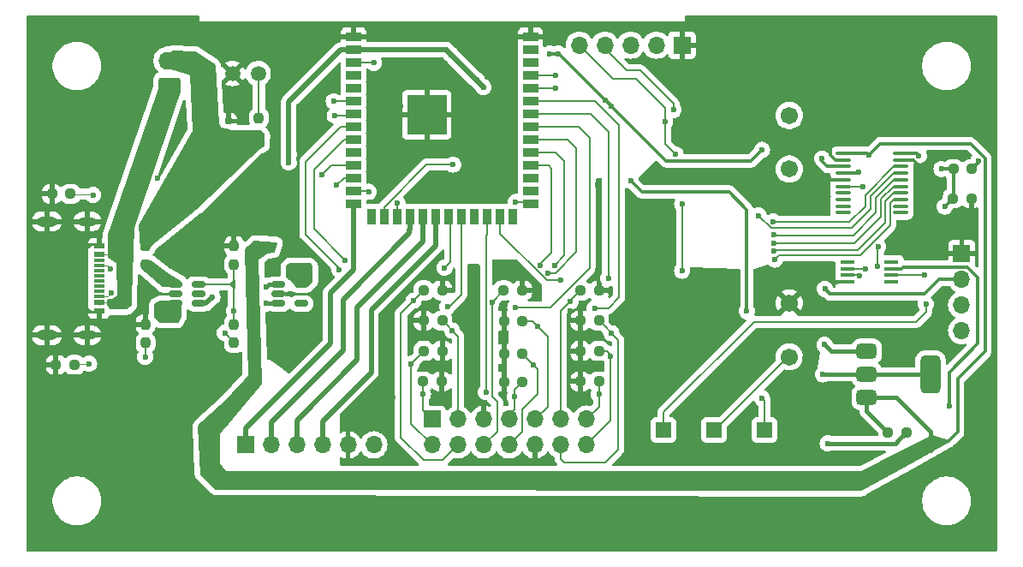
<source format=gbr>
%TF.GenerationSoftware,KiCad,Pcbnew,8.0.4*%
%TF.CreationDate,2024-10-15T03:41:12-05:00*%
%TF.ProjectId,FPP_10_8,4650505f-3130-45f3-982e-6b696361645f,rev?*%
%TF.SameCoordinates,Original*%
%TF.FileFunction,Copper,L1,Top*%
%TF.FilePolarity,Positive*%
%FSLAX46Y46*%
G04 Gerber Fmt 4.6, Leading zero omitted, Abs format (unit mm)*
G04 Created by KiCad (PCBNEW 8.0.4) date 2024-10-15 03:41:12*
%MOMM*%
%LPD*%
G01*
G04 APERTURE LIST*
G04 Aperture macros list*
%AMRoundRect*
0 Rectangle with rounded corners*
0 $1 Rounding radius*
0 $2 $3 $4 $5 $6 $7 $8 $9 X,Y pos of 4 corners*
0 Add a 4 corners polygon primitive as box body*
4,1,4,$2,$3,$4,$5,$6,$7,$8,$9,$2,$3,0*
0 Add four circle primitives for the rounded corners*
1,1,$1+$1,$2,$3*
1,1,$1+$1,$4,$5*
1,1,$1+$1,$6,$7*
1,1,$1+$1,$8,$9*
0 Add four rect primitives between the rounded corners*
20,1,$1+$1,$2,$3,$4,$5,0*
20,1,$1+$1,$4,$5,$6,$7,0*
20,1,$1+$1,$6,$7,$8,$9,0*
20,1,$1+$1,$8,$9,$2,$3,0*%
G04 Aperture macros list end*
%TA.AperFunction,Conductor*%
%ADD10C,0.200000*%
%TD*%
%TA.AperFunction,ComponentPad*%
%ADD11C,1.701800*%
%TD*%
%TA.AperFunction,SMDPad,CuDef*%
%ADD12R,1.500000X1.500000*%
%TD*%
%TA.AperFunction,SMDPad,CuDef*%
%ADD13RoundRect,0.237500X-0.250000X-0.237500X0.250000X-0.237500X0.250000X0.237500X-0.250000X0.237500X0*%
%TD*%
%TA.AperFunction,SMDPad,CuDef*%
%ADD14RoundRect,0.237500X0.250000X0.237500X-0.250000X0.237500X-0.250000X-0.237500X0.250000X-0.237500X0*%
%TD*%
%TA.AperFunction,ComponentPad*%
%ADD15R,1.700000X1.700000*%
%TD*%
%TA.AperFunction,ComponentPad*%
%ADD16O,1.700000X1.700000*%
%TD*%
%TA.AperFunction,SMDPad,CuDef*%
%ADD17RoundRect,0.237500X0.237500X-0.250000X0.237500X0.250000X-0.237500X0.250000X-0.237500X-0.250000X0*%
%TD*%
%TA.AperFunction,SMDPad,CuDef*%
%ADD18RoundRect,0.150000X-0.512500X-0.150000X0.512500X-0.150000X0.512500X0.150000X-0.512500X0.150000X0*%
%TD*%
%TA.AperFunction,SMDPad,CuDef*%
%ADD19RoundRect,0.237500X-0.237500X0.250000X-0.237500X-0.250000X0.237500X-0.250000X0.237500X0.250000X0*%
%TD*%
%TA.AperFunction,SMDPad,CuDef*%
%ADD20RoundRect,0.100000X-0.637500X-0.100000X0.637500X-0.100000X0.637500X0.100000X-0.637500X0.100000X0*%
%TD*%
%TA.AperFunction,SMDPad,CuDef*%
%ADD21RoundRect,0.160000X0.160000X-0.197500X0.160000X0.197500X-0.160000X0.197500X-0.160000X-0.197500X0*%
%TD*%
%TA.AperFunction,SMDPad,CuDef*%
%ADD22R,1.422400X0.431800*%
%TD*%
%TA.AperFunction,ComponentPad*%
%ADD23O,2.190000X1.740000*%
%TD*%
%TA.AperFunction,ComponentPad*%
%ADD24RoundRect,0.250000X0.845000X-0.620000X0.845000X0.620000X-0.845000X0.620000X-0.845000X-0.620000X0*%
%TD*%
%TA.AperFunction,SMDPad,CuDef*%
%ADD25RoundRect,0.375000X-0.625000X-0.375000X0.625000X-0.375000X0.625000X0.375000X-0.625000X0.375000X0*%
%TD*%
%TA.AperFunction,SMDPad,CuDef*%
%ADD26RoundRect,0.500000X-0.500000X-1.400000X0.500000X-1.400000X0.500000X1.400000X-0.500000X1.400000X0*%
%TD*%
%TA.AperFunction,HeatsinkPad*%
%ADD27C,0.600000*%
%TD*%
%TA.AperFunction,SMDPad,CuDef*%
%ADD28R,3.900000X3.900000*%
%TD*%
%TA.AperFunction,SMDPad,CuDef*%
%ADD29R,1.500000X0.900000*%
%TD*%
%TA.AperFunction,SMDPad,CuDef*%
%ADD30R,0.900000X1.500000*%
%TD*%
%TA.AperFunction,ComponentPad*%
%ADD31C,1.508000*%
%TD*%
%TA.AperFunction,ComponentPad*%
%ADD32O,2.000000X1.000000*%
%TD*%
%TA.AperFunction,ComponentPad*%
%ADD33O,1.800000X0.900000*%
%TD*%
%TA.AperFunction,SMDPad,CuDef*%
%ADD34R,1.100000X0.600000*%
%TD*%
%TA.AperFunction,SMDPad,CuDef*%
%ADD35R,1.100000X0.300000*%
%TD*%
%TA.AperFunction,ViaPad*%
%ADD36C,0.600000*%
%TD*%
%TA.AperFunction,Conductor*%
%ADD37C,0.400000*%
%TD*%
%TA.AperFunction,Conductor*%
%ADD38C,0.300000*%
%TD*%
%TA.AperFunction,Conductor*%
%ADD39C,0.500000*%
%TD*%
%TA.AperFunction,Conductor*%
%ADD40C,0.101600*%
%TD*%
G04 APERTURE END LIST*
D10*
%TO.N,Net-(J2-VBUS)*%
X118950000Y-73950000D02*
X114350000Y-87400000D01*
X114100000Y-94194190D01*
X112800000Y-94194190D01*
X112750000Y-90894190D01*
X111850000Y-90250000D01*
X111850000Y-89544190D01*
X111900000Y-88094190D01*
X116950000Y-73400000D01*
X118950000Y-73950000D01*
%TA.AperFunction,Conductor*%
G36*
X118950000Y-73950000D02*
G01*
X114350000Y-87400000D01*
X114100000Y-94194190D01*
X112800000Y-94194190D01*
X112750000Y-90894190D01*
X111850000Y-90250000D01*
X111850000Y-89544190D01*
X111900000Y-88094190D01*
X116950000Y-73400000D01*
X118950000Y-73950000D01*
G37*
%TD.AperFunction*%
X114100000Y-95050000D02*
X113700000Y-95400000D01*
X112100000Y-95400000D01*
X111800000Y-95000000D01*
X111800000Y-94550000D01*
X112300000Y-94500000D01*
X112950000Y-94050000D01*
X114100000Y-94050000D01*
X114100000Y-95050000D01*
%TA.AperFunction,Conductor*%
G36*
X114100000Y-95050000D02*
G01*
X113700000Y-95400000D01*
X112100000Y-95400000D01*
X111800000Y-95000000D01*
X111800000Y-94550000D01*
X112300000Y-94500000D01*
X112950000Y-94050000D01*
X114100000Y-94050000D01*
X114100000Y-95050000D01*
G37*
%TD.AperFunction*%
%TO.N,+5V*%
X126700000Y-79600000D02*
X120600000Y-85500000D01*
X116300000Y-88900000D01*
X115800000Y-89550000D01*
X115150000Y-89500000D01*
X114950000Y-87150000D01*
X120300000Y-77800000D01*
X126700000Y-79600000D01*
%TA.AperFunction,Conductor*%
G36*
X126700000Y-79600000D02*
G01*
X120600000Y-85500000D01*
X116300000Y-88900000D01*
X115800000Y-89550000D01*
X115150000Y-89500000D01*
X114950000Y-87150000D01*
X120300000Y-77800000D01*
X126700000Y-79600000D01*
G37*
%TD.AperFunction*%
%TO.N,Net-(U1-SW)*%
X119000000Y-94950000D02*
X119000000Y-96200000D01*
X118750000Y-96700000D01*
X117000000Y-96700000D01*
X116500000Y-96200000D01*
X116500000Y-94950000D01*
X117000000Y-94700000D01*
X117750000Y-94700000D01*
X118500000Y-94700000D01*
X119000000Y-94950000D01*
%TA.AperFunction,Conductor*%
G36*
X119000000Y-94950000D02*
G01*
X119000000Y-96200000D01*
X118750000Y-96700000D01*
X117000000Y-96700000D01*
X116500000Y-96200000D01*
X116500000Y-94950000D01*
X117000000Y-94700000D01*
X117750000Y-94700000D01*
X118500000Y-94700000D01*
X119000000Y-94950000D01*
G37*
%TD.AperFunction*%
%TO.N,+1V8*%
X128500000Y-88900000D02*
X128250000Y-89800000D01*
X127550000Y-89900000D01*
X126650000Y-90500000D01*
X127000000Y-102850000D01*
X123500000Y-106950000D01*
X123500000Y-104550000D01*
X125750000Y-102050000D01*
X125400000Y-89550000D01*
X126300000Y-88750000D01*
X128500000Y-88900000D01*
%TA.AperFunction,Conductor*%
G36*
X128500000Y-88900000D02*
G01*
X128250000Y-89800000D01*
X127550000Y-89900000D01*
X126650000Y-90500000D01*
X127000000Y-102850000D01*
X123500000Y-106950000D01*
X123500000Y-104550000D01*
X125750000Y-102050000D01*
X125400000Y-89550000D01*
X126300000Y-88750000D01*
X128500000Y-88900000D01*
G37*
%TD.AperFunction*%
%TO.N,Net-(U2-OUT)*%
X132000000Y-91200000D02*
X132000000Y-92700000D01*
X131500000Y-93200000D01*
X130250000Y-92950000D01*
X129500000Y-92200000D01*
X129500000Y-91200000D01*
X129750000Y-90950000D01*
X131750000Y-90950000D01*
X132000000Y-91200000D01*
%TA.AperFunction,Conductor*%
G36*
X132000000Y-91200000D02*
G01*
X132000000Y-92700000D01*
X131500000Y-93200000D01*
X130250000Y-92950000D01*
X129500000Y-92200000D01*
X129500000Y-91200000D01*
X129750000Y-90950000D01*
X131750000Y-90950000D01*
X132000000Y-91200000D01*
G37*
%TD.AperFunction*%
%TO.N,Net-(U1-FB)*%
X124300000Y-93350000D02*
X123950000Y-93000000D01*
X124300000Y-92600000D01*
X124300000Y-93350000D01*
%TA.AperFunction,Conductor*%
G36*
X124300000Y-93350000D02*
G01*
X123950000Y-93000000D01*
X124300000Y-92600000D01*
X124300000Y-93350000D01*
G37*
%TD.AperFunction*%
%TO.N,+1V8*%
X194110500Y-108194002D02*
X195000000Y-108500000D01*
X191150000Y-110700000D01*
X186310500Y-113344002D01*
X186350000Y-111550000D01*
X193300000Y-107950000D01*
X194110500Y-108194002D01*
%TA.AperFunction,Conductor*%
G36*
X194110500Y-108194002D02*
G01*
X195000000Y-108500000D01*
X191150000Y-110700000D01*
X186310500Y-113344002D01*
X186350000Y-111550000D01*
X193300000Y-107950000D01*
X194110500Y-108194002D01*
G37*
%TD.AperFunction*%
%TO.N,+5V*%
X120450000Y-70050000D02*
X122350000Y-71350000D01*
X122750000Y-77100000D01*
X123000000Y-77550000D01*
X123500000Y-77700000D01*
X124050000Y-77800000D01*
X126850000Y-77850000D01*
X127250000Y-78200000D01*
X127200000Y-79250000D01*
X126700000Y-79600000D01*
X121650000Y-79600000D01*
X121350000Y-79250000D01*
X120300000Y-77800000D01*
X120000000Y-72250000D01*
X118100000Y-71700000D01*
X118150000Y-70000000D01*
X120450000Y-70050000D01*
%TA.AperFunction,Conductor*%
G36*
X120450000Y-70050000D02*
G01*
X122350000Y-71350000D01*
X122750000Y-77100000D01*
X123000000Y-77550000D01*
X123500000Y-77700000D01*
X124050000Y-77800000D01*
X126850000Y-77850000D01*
X127250000Y-78200000D01*
X127200000Y-79250000D01*
X126700000Y-79600000D01*
X121650000Y-79600000D01*
X121350000Y-79250000D01*
X120300000Y-77800000D01*
X120000000Y-72250000D01*
X118100000Y-71700000D01*
X118150000Y-70000000D01*
X120450000Y-70050000D01*
G37*
%TD.AperFunction*%
%TO.N,+1V8*%
X123500000Y-106950000D02*
X122850000Y-107750000D01*
X122850000Y-110800000D01*
X123450000Y-111500000D01*
X186350000Y-111550000D01*
X186350000Y-113350000D01*
X122500000Y-113250000D01*
X121000000Y-111800000D01*
X120800000Y-107000000D01*
X123500000Y-104550000D01*
X123500000Y-106950000D01*
%TA.AperFunction,Conductor*%
G36*
X123500000Y-106950000D02*
G01*
X122850000Y-107750000D01*
X122850000Y-110800000D01*
X123450000Y-111500000D01*
X186350000Y-111550000D01*
X186350000Y-113350000D01*
X122500000Y-113250000D01*
X121000000Y-111800000D01*
X120800000Y-107000000D01*
X123500000Y-104550000D01*
X123500000Y-106950000D01*
G37*
%TD.AperFunction*%
%TO.N,Net-(U1-EN)*%
X117700000Y-91950000D02*
X119000000Y-92700000D01*
X119000000Y-93200000D01*
X117250000Y-93200000D01*
X115250000Y-91450000D01*
X115250000Y-90700000D01*
X116000000Y-90700000D01*
X117700000Y-91950000D01*
%TA.AperFunction,Conductor*%
G36*
X117700000Y-91950000D02*
G01*
X119000000Y-92700000D01*
X119000000Y-93200000D01*
X117250000Y-93200000D01*
X115250000Y-91450000D01*
X115250000Y-90700000D01*
X116000000Y-90700000D01*
X117700000Y-91950000D01*
G37*
%TD.AperFunction*%
%TD*%
D11*
%TO.P,SW2,1,1*%
%TO.N,N/C*%
X179200000Y-76300000D03*
%TO.P,SW2,6,6*%
X179200000Y-81600000D03*
%TD*%
%TO.P,SW3,1,1*%
%TO.N,GND*%
X179200000Y-94850000D03*
%TO.P,SW3,6,6*%
%TO.N,CHIP_PU*%
X179200000Y-100150000D03*
%TD*%
D12*
%TO.P,TP3,1,1*%
%TO.N,GPIO0_STRAPPING*%
X176750000Y-107400000D03*
%TD*%
%TO.P,TP2,1,1*%
%TO.N,CHIP_PU*%
X171750000Y-107400000D03*
%TD*%
%TO.P,TP1,1,1*%
%TO.N,VGND*%
X166750000Y-107400000D03*
%TD*%
D13*
%TO.P,C25,1*%
%TO.N,VGND*%
X195385500Y-84494002D03*
%TO.P,C25,2*%
%TO.N,GND*%
X197210500Y-84494002D03*
%TD*%
D14*
%TO.P,C24,1*%
%TO.N,+5V*%
X197260500Y-81594002D03*
%TO.P,C24,2*%
%TO.N,VGND*%
X195435500Y-81594002D03*
%TD*%
D15*
%TO.P,J4,1,Pin_1*%
%TO.N,GND*%
X168590000Y-69350000D03*
D16*
%TO.P,J4,2,Pin_2*%
%TO.N,esp_rx*%
X166050000Y-69350000D03*
%TO.P,J4,3,Pin_3*%
%TO.N,esp_tx*%
X163510000Y-69350000D03*
%TO.P,J4,4,Pin_4*%
%TO.N,DTR*%
X160970000Y-69350000D03*
%TO.P,J4,5,Pin_5*%
%TO.N,RTS*%
X158430000Y-69350000D03*
%TD*%
D14*
%TO.P,C7,1*%
%TO.N,SW_5*%
X152800000Y-102620000D03*
%TO.P,C7,2*%
%TO.N,GND*%
X150975000Y-102620000D03*
%TD*%
D13*
%TO.P,C2,1*%
%TO.N,SW_1*%
X143052000Y-99589000D03*
%TO.P,C2,2*%
%TO.N,GND*%
X144877000Y-99589000D03*
%TD*%
D17*
%TO.P,R15,1*%
%TO.N,Net-(U1-FB)*%
X124290000Y-91025000D03*
%TO.P,R15,2*%
%TO.N,GND*%
X124290000Y-89200000D03*
%TD*%
D18*
%TO.P,U1,1,EN*%
%TO.N,Net-(U1-EN)*%
X118515000Y-93000000D03*
%TO.P,U1,2,GND*%
%TO.N,GND*%
X118515000Y-93950000D03*
%TO.P,U1,3,SW*%
%TO.N,Net-(U1-SW)*%
X118515000Y-94900000D03*
%TO.P,U1,4,VIN*%
%TO.N,Net-(U1-EN)*%
X120790000Y-94900000D03*
%TO.P,U1,5,PG*%
%TO.N,unconnected-(U1-PG-Pad5)*%
X120790000Y-93950000D03*
%TO.P,U1,6,FB*%
%TO.N,Net-(U1-FB)*%
X120790000Y-93000000D03*
%TD*%
D19*
%TO.P,R5,1*%
%TO.N,+5V*%
X115540000Y-89200000D03*
%TO.P,R5,2*%
%TO.N,Net-(U1-EN)*%
X115540000Y-91025000D03*
%TD*%
D13*
%TO.P,C6,1*%
%TO.N,SW_4*%
X150953500Y-93589000D03*
%TO.P,C6,2*%
%TO.N,GND*%
X152778500Y-93589000D03*
%TD*%
%TO.P,C10,1*%
%TO.N,SW_8*%
X158550000Y-93620000D03*
%TO.P,C10,2*%
%TO.N,GND*%
X160375000Y-93620000D03*
%TD*%
D20*
%TO.P,ADC1,20,DVDD*%
%TO.N,Net-(ADC1-DVDD)*%
X190242500Y-80053002D03*
%TO.P,ADC1,19,DGND*%
%TO.N,GND*%
X190242500Y-80703002D03*
%TO.P,ADC1,18,MCLKIN*%
%TO.N,ADC_MCLK*%
X190242500Y-81353002D03*
%TO.P,ADC1,17,\u002AIRQ/MDAT*%
%TO.N,ADC_out*%
X190242500Y-82003002D03*
%TO.P,ADC1,16,SDO*%
%TO.N,ADC_MISO*%
X190242500Y-82653002D03*
%TO.P,ADC1,15,SDI*%
%TO.N,ADC_MOSI*%
X190242500Y-83303002D03*
%TO.P,ADC1,14,SCK*%
%TO.N,ADC_SCLK*%
X190242500Y-83953002D03*
%TO.P,ADC1,13,\u002ACS*%
%TO.N,ADC_\u002ACS*%
X190242500Y-84603002D03*
%TO.P,ADC1,12,NC*%
%TO.N,unconnected-(ADC1-NC-Pad12)*%
X190242500Y-85253002D03*
%TO.P,ADC1,11,NC*%
%TO.N,unconnected-(ADC1-NC-Pad11)*%
X190242500Y-85903002D03*
%TO.P,ADC1,10,NC*%
%TO.N,unconnected-(ADC1-NC-Pad10)*%
X184517500Y-85903002D03*
%TO.P,ADC1,9,NC*%
%TO.N,unconnected-(ADC1-NC-Pad9)*%
X184517500Y-85253002D03*
%TO.P,ADC1,8,NC*%
%TO.N,unconnected-(ADC1-NC-Pad8)*%
X184517500Y-84603002D03*
%TO.P,ADC1,7,NC*%
%TO.N,unconnected-(ADC1-NC-Pad7)*%
X184517500Y-83953002D03*
%TO.P,ADC1,6,CH1*%
%TO.N,op-amp+*%
X184517500Y-83303002D03*
%TO.P,ADC1,5,CH0*%
%TO.N,GND*%
X184517500Y-82653002D03*
%TO.P,ADC1,4,REFIN+*%
%TO.N,Net-(ADC1-REFIN+)*%
X184517500Y-82003002D03*
%TO.P,ADC1,3,REFIN-*%
%TO.N,VGND*%
X184517500Y-81353002D03*
%TO.P,ADC1,2,AGND*%
%TO.N,GND*%
X184517500Y-80703002D03*
%TO.P,ADC1,1,AVDD*%
%TO.N,+1V8*%
X184517500Y-80053002D03*
%TD*%
D21*
%TO.P,D1,2,A*%
%TO.N,GND*%
X123746000Y-76866000D03*
%TO.P,D1,1,K*%
%TO.N,+5V*%
X123746000Y-78061000D03*
%TD*%
D17*
%TO.P,R13,2*%
%TO.N,Net-(D2-A)*%
X126746000Y-76541000D03*
%TO.P,R13,1*%
%TO.N,+5V*%
X126746000Y-78366000D03*
%TD*%
D19*
%TO.P,TR2,1*%
%TO.N,GND*%
X115540000Y-96950000D03*
%TO.P,TR2,2*%
%TO.N,Net-(C15-Pad1)*%
X115540000Y-98775000D03*
%TD*%
D22*
%TO.P,opamp1,8,NC*%
%TO.N,unconnected-(opamp1-NC-Pad8)*%
X189300000Y-90800002D03*
%TO.P,opamp1,7,V+*%
%TO.N,+5V*%
X189300000Y-91450000D03*
%TO.P,opamp1,6,OUT*%
%TO.N,Net-(opamp1-OUT)*%
X189300000Y-92100002D03*
%TO.P,opamp1,5,NC*%
%TO.N,unconnected-(opamp1-NC-Pad5)*%
X189300000Y-92750000D03*
%TO.P,opamp1,4,V-*%
%TO.N,GND*%
X184956600Y-92750000D03*
%TO.P,opamp1,3,IN+*%
%TO.N,Net-(opamp1-IN+)*%
X184956600Y-92100002D03*
%TO.P,opamp1,2,IN-*%
%TO.N,Net-(opamp1-IN-)*%
X184956600Y-91450000D03*
%TO.P,opamp1,1,NC*%
%TO.N,unconnected-(opamp1-NC-Pad1)*%
X184956600Y-90800002D03*
%TD*%
D14*
%TO.P,C12,1*%
%TO.N,SW_ENTER*%
X160377000Y-102589000D03*
%TO.P,C12,2*%
%TO.N,GND*%
X158552000Y-102589000D03*
%TD*%
D13*
%TO.P,C1,1*%
%TO.N,SW_0*%
X142964500Y-102589000D03*
%TO.P,C1,2*%
%TO.N,GND*%
X144789500Y-102589000D03*
%TD*%
D14*
%TO.P,C3,1*%
%TO.N,SW_2*%
X144877000Y-96589000D03*
%TO.P,C3,2*%
%TO.N,GND*%
X143052000Y-96589000D03*
%TD*%
%TO.P,C13,1*%
%TO.N,SW_MEASURE*%
X160377000Y-99589000D03*
%TO.P,C13,2*%
%TO.N,GND*%
X158552000Y-99589000D03*
%TD*%
D13*
%TO.P,C4,1*%
%TO.N,SW_3*%
X143052000Y-93589000D03*
%TO.P,C4,2*%
%TO.N,GND*%
X144877000Y-93589000D03*
%TD*%
%TO.P,Rcomp1,2*%
%TO.N,Net-(Ccomp1-Pad1)*%
X190793500Y-107613002D03*
%TO.P,Rcomp1,1*%
%TO.N,+1V8*%
X188968500Y-107613002D03*
%TD*%
D14*
%TO.P,C11,1*%
%TO.N,SW_9*%
X160377000Y-96589000D03*
%TO.P,C11,2*%
%TO.N,GND*%
X158552000Y-96589000D03*
%TD*%
%TO.P,C8,1*%
%TO.N,SW_6*%
X152800000Y-99870000D03*
%TO.P,C8,2*%
%TO.N,GND*%
X150975000Y-99870000D03*
%TD*%
D23*
%TO.P,PowerSwitch1,2,Pin_2*%
%TO.N,+5V*%
X117900000Y-70860000D03*
D24*
%TO.P,PowerSwitch1,1,Pin_1*%
%TO.N,Net-(J2-VBUS)*%
X117900000Y-73400000D03*
%TD*%
D25*
%TO.P,U3,3*%
%TO.N,+1V8*%
X186860500Y-104194002D03*
D26*
%TO.P,U3,2*%
%TO.N,Net-(Cset1-Pad1)*%
X193160500Y-101894002D03*
D25*
X186860500Y-101894002D03*
%TO.P,U3,1*%
%TO.N,Net-(Rout1-Pad1)*%
X186860500Y-99594002D03*
%TD*%
D15*
%TO.P,Connector_LCD1,1,Pin_1*%
%TO.N,LCD_SCLK*%
X125400000Y-108870000D03*
D16*
%TO.P,Connector_LCD1,2,Pin_2*%
%TO.N,LCD_MOSI*%
X127940000Y-108870000D03*
%TO.P,Connector_LCD1,3,Pin_3*%
%TO.N,LCD_MISO*%
X130480000Y-108870000D03*
%TO.P,Connector_LCD1,4,Pin_4*%
%TO.N,LCD_ss*%
X133020000Y-108870000D03*
%TO.P,Connector_LCD1,5,Pin_5*%
%TO.N,GND*%
X135560000Y-108870000D03*
%TO.P,Connector_LCD1,6,Pin_6*%
%TO.N,+3V3*%
X138100000Y-108870000D03*
%TD*%
%TO.P,FPP_connection1,4,Pin_4*%
%TO.N,probe_outer_pin1*%
X196260500Y-97564002D03*
%TO.P,FPP_connection1,3,Pin_3*%
%TO.N,probe_inner_pin1*%
X196260500Y-95024002D03*
%TO.P,FPP_connection1,2,Pin_2*%
%TO.N,probe_inner_pin2*%
X196260500Y-92484002D03*
D15*
%TO.P,FPP_connection1,1,Pin_1*%
%TO.N,GND*%
X196260500Y-89944002D03*
%TD*%
D27*
%TO.P,MCU1,41,GND*%
%TO.N,GND*%
X144750000Y-76950000D03*
X144750000Y-75550000D03*
X144050000Y-77650000D03*
X144050000Y-76250000D03*
X144050000Y-74850000D03*
X143350000Y-76950000D03*
D28*
X143350000Y-76250000D03*
D27*
X143350000Y-75550000D03*
X142650000Y-77650000D03*
X142650000Y-76250000D03*
X142650000Y-74850000D03*
X141950000Y-76950000D03*
X141950000Y-75550000D03*
D29*
%TO.P,MCU1,40,GND*%
X153600000Y-68530000D03*
%TO.P,MCU1,39,IO1*%
%TO.N,unconnected-(MCU1-IO1-Pad39)*%
X153600000Y-69800000D03*
%TO.P,MCU1,38,IO2*%
%TO.N,unconnected-(MCU1-IO2-Pad38)*%
X153600000Y-71070000D03*
%TO.P,MCU1,37,TXD0*%
%TO.N,esp_tx*%
X153600000Y-72340000D03*
%TO.P,MCU1,36,RXD0*%
%TO.N,esp_rx*%
X153600000Y-73610000D03*
%TO.P,MCU1,35,IO42*%
%TO.N,but_9*%
X153600000Y-74880000D03*
%TO.P,MCU1,34,IO41*%
%TO.N,but_8*%
X153600000Y-76150000D03*
%TO.P,MCU1,33,IO40*%
%TO.N,but_7*%
X153600000Y-77420000D03*
%TO.P,MCU1,32,IO39*%
%TO.N,but_6*%
X153600000Y-78690000D03*
%TO.P,MCU1,31,IO38*%
%TO.N,but_5*%
X153600000Y-79960000D03*
%TO.P,MCU1,30,IO37*%
%TO.N,but_4*%
X153600000Y-81230000D03*
%TO.P,MCU1,29,IO36*%
%TO.N,unconnected-(MCU1-IO36-Pad29)*%
X153600000Y-82500000D03*
%TO.P,MCU1,28,IO35*%
%TO.N,unconnected-(MCU1-IO35-Pad28)*%
X153600000Y-83770000D03*
%TO.P,MCU1,27,IO0*%
%TO.N,GPIO0_STRAPPING*%
X153600000Y-85040000D03*
D30*
%TO.P,MCU1,26,IO45*%
%TO.N,unconnected-(MCU1-IO45-Pad26)*%
X151835000Y-86290000D03*
%TO.P,MCU1,25,IO48*%
%TO.N,measure*%
X150565000Y-86290000D03*
%TO.P,MCU1,24,IO47*%
%TO.N,enter*%
X149295000Y-86290000D03*
%TO.P,MCU1,23,IO21*%
%TO.N,unconnected-(MCU1-IO21-Pad23)*%
X148025000Y-86290000D03*
%TO.P,MCU1,22,IO14*%
%TO.N,but_2*%
X146755000Y-86290000D03*
%TO.P,MCU1,21,IO13*%
%TO.N,but_3*%
X145485000Y-86290000D03*
%TO.P,MCU1,20,IO12*%
%TO.N,LCD_ss*%
X144215000Y-86290000D03*
%TO.P,MCU1,19,IO11*%
%TO.N,LCD_MISO*%
X142945000Y-86290000D03*
%TO.P,MCU1,18,IO10*%
%TO.N,LCD_MOSI*%
X141675000Y-86290000D03*
%TO.P,MCU1,17,IO9*%
%TO.N,ADC_out*%
X140405000Y-86290000D03*
%TO.P,MCU1,16,IO46*%
%TO.N,GPIO46_STRAPPING*%
X139135000Y-86290000D03*
%TO.P,MCU1,15,IO3*%
%TO.N,unconnected-(MCU1-IO3-Pad15)*%
X137865000Y-86290000D03*
D29*
%TO.P,MCU1,14,IO20*%
%TO.N,LCD_SCLK*%
X136100000Y-85040000D03*
%TO.P,MCU1,13,IO19*%
%TO.N,ADC_MCLK*%
X136100000Y-83770000D03*
%TO.P,MCU1,12,IO8*%
%TO.N,ADC_MISO*%
X136100000Y-82500000D03*
%TO.P,MCU1,11,IO18*%
%TO.N,ADC_SCLK*%
X136100000Y-81230000D03*
%TO.P,MCU1,10,IO17*%
%TO.N,unconnected-(MCU1-IO17-Pad10)*%
X136100000Y-79960000D03*
%TO.P,MCU1,9,IO16*%
%TO.N,but_0*%
X136100000Y-78690000D03*
%TO.P,MCU1,8,IO15*%
%TO.N,but_1*%
X136100000Y-77420000D03*
%TO.P,MCU1,7,IO7*%
%TO.N,ADC_MOSI*%
X136100000Y-76150000D03*
%TO.P,MCU1,6,IO6*%
%TO.N,ADC_\u002ACS*%
X136100000Y-74880000D03*
%TO.P,MCU1,5,IO5*%
%TO.N,unconnected-(MCU1-IO5-Pad5)*%
X136100000Y-73610000D03*
%TO.P,MCU1,4,IO4*%
%TO.N,unconnected-(MCU1-IO4-Pad4)*%
X136100000Y-72340000D03*
%TO.P,MCU1,3,EN*%
%TO.N,CHIP_PU*%
X136100000Y-71070000D03*
%TO.P,MCU1,2,3V3*%
%TO.N,+3V3*%
X136100000Y-69800000D03*
%TO.P,MCU1,1,GND*%
%TO.N,GND*%
X136100000Y-68530000D03*
%TD*%
D15*
%TO.P,J3,1,Pin_1*%
%TO.N,SW_0*%
X143890000Y-106330000D03*
D16*
%TO.P,J3,2,Pin_2*%
%TO.N,SW_1*%
X143890000Y-108870000D03*
%TO.P,J3,3,Pin_3*%
%TO.N,SW_2*%
X146430000Y-106330000D03*
%TO.P,J3,4,Pin_4*%
%TO.N,SW_3*%
X146430000Y-108870000D03*
%TO.P,J3,5,Pin_5*%
%TO.N,GND*%
X148970000Y-106330000D03*
%TO.P,J3,6,Pin_6*%
%TO.N,SW_4*%
X148970000Y-108870000D03*
%TO.P,J3,7,Pin_7*%
%TO.N,SW_5*%
X151510000Y-106330000D03*
%TO.P,J3,8,Pin_8*%
%TO.N,SW_6*%
X151510000Y-108870000D03*
%TO.P,J3,9,Pin_9*%
%TO.N,SW_7*%
X154050000Y-106330000D03*
%TO.P,J3,10,Pin_10*%
%TO.N,GND*%
X154050000Y-108870000D03*
%TO.P,J3,11,Pin_11*%
%TO.N,SW_8*%
X156590000Y-106330000D03*
%TO.P,J3,12,Pin_12*%
%TO.N,SW_9*%
X156590000Y-108870000D03*
%TO.P,J3,13,Pin_13*%
%TO.N,SW_ENTER*%
X159130000Y-106330000D03*
%TO.P,J3,14,Pin_14*%
%TO.N,SW_MEASURE*%
X159130000Y-108870000D03*
%TD*%
D17*
%TO.P,R14,1*%
%TO.N,Net-(C15-Pad1)*%
X124290000Y-98775000D03*
%TO.P,R14,2*%
%TO.N,Net-(U1-FB)*%
X124290000Y-96950000D03*
%TD*%
D18*
%TO.P,U2,1,IN*%
%TO.N,+3V3*%
X128652500Y-93000000D03*
%TO.P,U2,2,GND*%
%TO.N,GND*%
X128652500Y-93950000D03*
%TO.P,U2,3,EN*%
%TO.N,+3V3*%
X128652500Y-94900000D03*
%TO.P,U2,4,NC*%
%TO.N,unconnected-(U2-NC-Pad4)*%
X130927500Y-94900000D03*
%TO.P,U2,5,OUT*%
%TO.N,Net-(U2-OUT)*%
X130927500Y-93000000D03*
%TD*%
D31*
%TO.P,D2,2,A*%
%TO.N,Net-(D2-A)*%
X126670000Y-72150000D03*
%TO.P,D2,1,K*%
%TO.N,GND*%
X124130000Y-72150000D03*
%TD*%
D14*
%TO.P,C9,1*%
%TO.N,SW_7*%
X152800000Y-96620000D03*
%TO.P,C9,2*%
%TO.N,GND*%
X150975000Y-96620000D03*
%TD*%
%TO.P,R8,1*%
%TO.N,Net-(J2-CC2)*%
X108500000Y-100950000D03*
%TO.P,R8,2*%
%TO.N,GND*%
X106675000Y-100950000D03*
%TD*%
%TO.P,R6,1*%
%TO.N,Net-(J2-CC1)*%
X108100000Y-84050000D03*
%TO.P,R6,2*%
%TO.N,GND*%
X106275000Y-84050000D03*
%TD*%
D32*
%TO.P,J2,S1,SHIELD*%
%TO.N,GND*%
X105782500Y-86780000D03*
D33*
%TO.P,J2,S3,SHIELD__2*%
X109782500Y-86780000D03*
%TO.P,J2,S4,SHIELD__3*%
X109782500Y-98020000D03*
D32*
%TO.P,J2,S2,SHIELD__1*%
X105782500Y-98020000D03*
D34*
%TO.P,J2,B1_A12,GND__1*%
X110932500Y-95600000D03*
%TO.P,J2,B4_A9,VBUS__1*%
%TO.N,Net-(J2-VBUS)*%
X110932500Y-94800000D03*
D35*
%TO.P,J2,B5,CC2*%
%TO.N,Net-(J2-CC2)*%
X110932500Y-94150000D03*
%TO.P,J2,A8,SBU1*%
%TO.N,unconnected-(J2-SBU1-PadA8)*%
X110932500Y-93650000D03*
%TO.P,J2,B6,DP2*%
%TO.N,unconnected-(J2-DP2-PadB6)*%
X110932500Y-93150000D03*
%TO.P,J2,A7,DN1*%
%TO.N,unconnected-(J2-DN1-PadA7)*%
X110932500Y-92650000D03*
%TO.P,J2,A6,DP1*%
%TO.N,unconnected-(J2-DP1-PadA6)*%
X110932500Y-92150000D03*
%TO.P,J2,B7,DN2*%
%TO.N,unconnected-(J2-DN2-PadB7)*%
X110932500Y-91650000D03*
%TO.P,J2,A5,CC1*%
%TO.N,Net-(J2-CC1)*%
X110932500Y-91150000D03*
%TO.P,J2,B8,SBU2*%
%TO.N,unconnected-(J2-SBU2-PadB8)*%
X110932500Y-90650000D03*
D34*
%TO.P,J2,A4_B9,VBUS*%
%TO.N,Net-(J2-VBUS)*%
X110932500Y-90000000D03*
%TO.P,J2,A1_B12,GND*%
%TO.N,GND*%
X110932500Y-89200000D03*
%TD*%
D36*
%TO.N,Net-(C15-Pad1)*%
X123370000Y-97780000D03*
%TO.N,Net-(U1-FB)*%
X124290000Y-95650000D03*
%TO.N,+5V*%
X197898629Y-80801371D03*
%TO.N,GND*%
X116750000Y-82500000D03*
X118250000Y-79250000D03*
X119250000Y-75750000D03*
X115250000Y-95250000D03*
X115250000Y-93250000D03*
X108750000Y-93900000D03*
X108750000Y-90650000D03*
X105750000Y-89150000D03*
X105750000Y-94900000D03*
X178250000Y-103150000D03*
X168250000Y-105900000D03*
X172500000Y-101900000D03*
X144000000Y-104650000D03*
X145500000Y-104400000D03*
X140000000Y-104150000D03*
X132750000Y-95400000D03*
X140500000Y-94400000D03*
X144000000Y-91150000D03*
X157750000Y-104900000D03*
X150750000Y-95150000D03*
X150750000Y-98150000D03*
X150750000Y-101150000D03*
X152750000Y-91650000D03*
X132500000Y-97650000D03*
X131000000Y-79400000D03*
X134250000Y-72400000D03*
X119250000Y-112650000D03*
X108250000Y-107650000D03*
X108250000Y-78150000D03*
X188250000Y-117400000D03*
X183500000Y-117400000D03*
X178500000Y-117400000D03*
X173500000Y-117400000D03*
X168500000Y-117400000D03*
X163500000Y-117400000D03*
X158500000Y-117400000D03*
X153500000Y-117400000D03*
X148500000Y-117400000D03*
X143250000Y-117400000D03*
X138500000Y-117400000D03*
X133500000Y-117400000D03*
X128500000Y-117400000D03*
X123500000Y-117400000D03*
X118250000Y-117400000D03*
X112500000Y-117650000D03*
X188500000Y-77400000D03*
X193250000Y-77400000D03*
X183250000Y-77400000D03*
X188250000Y-72900000D03*
X183250000Y-72900000D03*
X160250000Y-91650000D03*
X160250000Y-83150000D03*
X187000000Y-107400000D03*
X187000000Y-109900000D03*
X181000000Y-97900000D03*
X192250000Y-86650000D03*
X167750000Y-99150000D03*
X166250000Y-93150000D03*
X163500000Y-91900000D03*
X157750000Y-101150000D03*
X159000000Y-104400000D03*
X160250000Y-101150000D03*
X160250000Y-98150000D03*
X157500000Y-95650000D03*
X161500000Y-93650000D03*
X162500000Y-95900000D03*
X163750000Y-103400000D03*
X162750000Y-110400000D03*
X133500000Y-92400000D03*
X129500000Y-97650000D03*
X178250000Y-73150000D03*
X178000000Y-85150000D03*
X177750000Y-82650000D03*
X176250000Y-78150000D03*
X174250000Y-76150000D03*
X173000000Y-71900000D03*
X173750000Y-74150000D03*
X166750000Y-72150000D03*
X169500000Y-73650000D03*
X170750000Y-77400000D03*
X170750000Y-79650000D03*
X173250000Y-82900000D03*
X165000000Y-82650000D03*
X169250000Y-82900000D03*
X148750000Y-84400000D03*
X146500000Y-82900000D03*
X142500000Y-84400000D03*
X150750000Y-83150000D03*
X151250000Y-68400000D03*
X151250000Y-75400000D03*
X146000000Y-72650000D03*
X142000000Y-72400000D03*
X138250000Y-80900000D03*
X138250000Y-76900000D03*
X138250000Y-72650000D03*
X111500000Y-86400000D03*
X117000000Y-89900000D03*
X120500000Y-89650000D03*
X123250000Y-92150000D03*
X123000000Y-95900000D03*
X123250000Y-94150000D03*
X123250000Y-103150000D03*
X119250000Y-101150000D03*
X116000000Y-102400000D03*
X117250000Y-105900000D03*
X197750000Y-109150000D03*
X198000000Y-105650000D03*
X198250000Y-101900000D03*
X195250000Y-99400000D03*
X194500000Y-94650000D03*
X192750000Y-98900000D03*
X188750000Y-100650000D03*
X188250000Y-95900000D03*
X192250000Y-90400000D03*
X193750000Y-84400000D03*
X193750000Y-83400000D03*
X196750000Y-80400000D03*
X190750000Y-87400000D03*
X194750000Y-87400000D03*
X196750000Y-86400000D03*
X197750000Y-78400000D03*
X187750000Y-68400000D03*
X182750000Y-68400000D03*
X177750000Y-68400000D03*
X172750000Y-68400000D03*
X156750000Y-68400000D03*
X147750000Y-68400000D03*
X142750000Y-68400000D03*
X138750000Y-68400000D03*
X132750000Y-68400000D03*
X127750000Y-68400000D03*
X122750000Y-68400000D03*
X117750000Y-68400000D03*
X112750000Y-68400000D03*
X128500000Y-73900000D03*
X128500000Y-78900000D03*
X126250000Y-82400000D03*
X123000000Y-84900000D03*
X124000000Y-87400000D03*
X120250000Y-87400000D03*
X129500000Y-87650000D03*
X127000000Y-85900000D03*
X130250000Y-82650000D03*
X150750000Y-91650000D03*
X148000000Y-91900000D03*
X147750000Y-96400000D03*
X147750000Y-100400000D03*
X147750000Y-104400000D03*
X139750000Y-100650000D03*
X139000000Y-97650000D03*
X138000000Y-103400000D03*
X139250000Y-106400000D03*
X155500000Y-110400000D03*
X147500000Y-110400000D03*
X172500000Y-98400000D03*
X170500000Y-92400000D03*
X173750000Y-92150000D03*
X181000000Y-91400000D03*
X176250000Y-92150000D03*
X163250000Y-83900000D03*
X195750000Y-110400000D03*
X110750000Y-105400000D03*
X105750000Y-105400000D03*
X105750000Y-110400000D03*
X110750000Y-110400000D03*
X115750000Y-110400000D03*
X115750000Y-115400000D03*
X120750000Y-115400000D03*
X125750000Y-115400000D03*
X130750000Y-115400000D03*
X135750000Y-115400000D03*
X140750000Y-115400000D03*
X145750000Y-115400000D03*
X150750000Y-115400000D03*
X155750000Y-115400000D03*
X160750000Y-115400000D03*
X170750000Y-115400000D03*
X165750000Y-115400000D03*
X180750000Y-115400000D03*
X175750000Y-115400000D03*
X185750000Y-115400000D03*
X190750000Y-115400000D03*
X175750000Y-105400000D03*
X172000000Y-105400000D03*
X165750000Y-105400000D03*
X175750000Y-100400000D03*
X170750000Y-95400000D03*
X170750000Y-100400000D03*
X165750000Y-110400000D03*
X170750000Y-110400000D03*
X175750000Y-110400000D03*
X180750000Y-110400000D03*
X180750000Y-105400000D03*
X180750000Y-100400000D03*
X180750000Y-95400000D03*
X180750000Y-85400000D03*
X180750000Y-80400000D03*
X180750000Y-75400000D03*
X195750000Y-75400000D03*
X185750000Y-75400000D03*
X190750000Y-75400000D03*
X190750000Y-70400000D03*
X180750000Y-70400000D03*
X185750000Y-70400000D03*
X175750000Y-70400000D03*
X170750000Y-70400000D03*
X140750000Y-110400000D03*
X150750000Y-80400000D03*
X140750000Y-75400000D03*
X140750000Y-80400000D03*
X120750000Y-105400000D03*
X130750000Y-100400000D03*
X130250000Y-85400000D03*
X130750000Y-75400000D03*
X125750000Y-75400000D03*
X130750000Y-70400000D03*
X125750000Y-70400000D03*
X115750000Y-70400000D03*
X110750000Y-80400000D03*
X110750000Y-75400000D03*
X105750000Y-75400000D03*
X105750000Y-80400000D03*
%TO.N,VGND*%
X192710500Y-94944002D03*
%TO.N,GPIO0_STRAPPING*%
X168612500Y-85050000D03*
X168600000Y-91650000D03*
X176500000Y-104250000D03*
%TO.N,+3V3*%
X145744977Y-70294977D03*
X145250000Y-69800000D03*
X155500000Y-70200000D03*
X156350000Y-70200000D03*
X161000000Y-74800000D03*
X161600000Y-75350000D03*
X176500000Y-79700000D03*
X148950000Y-73500000D03*
X129700000Y-80100000D03*
X129700000Y-80950000D03*
%TO.N,but_1*%
X134700000Y-91550000D03*
%TO.N,but_0*%
X135300000Y-90600000D03*
%TO.N,but_2*%
X145400000Y-95200000D03*
%TO.N,but_3*%
X145100000Y-91350000D03*
%TO.N,enter*%
X149200000Y-103650000D03*
%TO.N,measure*%
X156600000Y-92600000D03*
%TO.N,but_4*%
X154600000Y-91100000D03*
%TO.N,but_5*%
X156001473Y-91100000D03*
%TO.N,but_6*%
X155350000Y-91900000D03*
%TO.N,but_7*%
X152100000Y-95300000D03*
%TO.N,but_8*%
X161300000Y-92400000D03*
%TO.N,but_9*%
X159950000Y-95350000D03*
%TO.N,+3V3*%
X148300000Y-72800000D03*
%TO.N,CHIP_PU*%
X138100000Y-71100000D03*
%TO.N,+5V*%
X195050000Y-105000000D03*
X115250000Y-88100000D03*
X116300000Y-88150000D03*
X115350000Y-87300000D03*
X116100000Y-87300000D03*
%TO.N,Net-(J2-CC2)*%
X109950000Y-100850000D03*
X112150000Y-93800000D03*
%TO.N,Net-(J2-CC1)*%
X112100000Y-91450000D03*
X110350000Y-84150000D03*
%TO.N,esp_rx*%
X156050000Y-73600000D03*
%TO.N,esp_tx*%
X156050000Y-72300000D03*
%TO.N,GPIO46_STRAPPING*%
X145950000Y-81150000D03*
%TO.N,GPIO0_STRAPPING*%
X152150000Y-84850000D03*
%TO.N,CHIP_PU*%
X163500000Y-82750000D03*
X175000000Y-95650000D03*
%TO.N,op-amp+*%
X186500000Y-83350000D03*
X188000000Y-89300000D03*
X187950000Y-91250000D03*
%TO.N,DTR*%
X167750000Y-75750000D03*
%TO.N,RTS*%
X166900000Y-76950000D03*
X167950000Y-80150000D03*
%TO.N,VGND*%
X182454470Y-80569002D03*
X194260500Y-81594002D03*
X194573000Y-85306502D03*
%TO.N,ADC_MCLK*%
X177610500Y-86794002D03*
X137600000Y-83850000D03*
%TO.N,+1V8*%
X187060500Y-80174002D03*
X126550000Y-89200000D03*
X127200000Y-89750000D03*
%TO.N,ADC_MISO*%
X134450000Y-83200000D03*
X177660500Y-88094002D03*
%TO.N,Net-(ADC1-REFIN+)*%
X186060500Y-81874002D03*
%TO.N,ADC_\u002ACS*%
X177760500Y-90544002D03*
X134150000Y-74900000D03*
%TO.N,ADC_SCLK*%
X177713715Y-89692233D03*
X132950000Y-82150000D03*
%TO.N,Net-(ADC1-DVDD)*%
X192010500Y-80274002D03*
%TO.N,ADC_MOSI*%
X177660500Y-88894002D03*
X134250000Y-76300000D03*
%TO.N,ADC_out*%
X140450000Y-84950000D03*
%TO.N,SW_0*%
X142964500Y-103870000D03*
%TO.N,SW_1*%
X141800000Y-100841000D03*
%TO.N,SW_2*%
X145854000Y-97566000D03*
%TO.N,SW_3*%
X142035500Y-94605500D03*
%TO.N,Net-(U1-EN)*%
X117500000Y-92550000D03*
X116900000Y-91750000D03*
X122150000Y-94250000D03*
%TO.N,SW_4*%
X149800000Y-94742500D03*
%TO.N,SW_5*%
X152050000Y-104120000D03*
%TO.N,SW_6*%
X153925000Y-100995000D03*
%TO.N,SW_7*%
X154300000Y-97120000D03*
%TO.N,SW_8*%
X157550000Y-94700000D03*
%TO.N,SW_9*%
X161604000Y-97816000D03*
%TO.N,SW_ENTER*%
X160377000Y-103870000D03*
%TO.N,SW_MEASURE*%
X161518000Y-100120000D03*
%TO.N,+3V3*%
X127450000Y-94900000D03*
X127450000Y-93250000D03*
%TO.N,Net-(C15-Pad1)*%
X115500000Y-100150000D03*
%TO.N,Net-(U2-OUT)*%
X131375000Y-92075000D03*
X129875000Y-91325000D03*
%TO.N,Net-(Ccomp1-Pad1)*%
X182993500Y-108713002D03*
%TO.N,probe_inner_pin2*%
X182723000Y-93450000D03*
%TO.N,Net-(opamp1-IN+)*%
X186173000Y-92144002D03*
%TO.N,Net-(Cset1-Pad1)*%
X182524500Y-101894002D03*
%TO.N,Net-(U1-SW)*%
X117000000Y-94950000D03*
X117000000Y-96200000D03*
X118500000Y-95950000D03*
%TO.N,Net-(opamp1-OUT)*%
X192573000Y-92044002D03*
%TO.N,Net-(opamp1-IN-)*%
X186767002Y-91450000D03*
%TO.N,Net-(Rout1-Pad1)*%
X182693500Y-98963002D03*
%TO.N,ADC_out*%
X176160500Y-86194002D03*
%TD*%
D10*
%TO.N,Net-(C15-Pad1)*%
X123370000Y-97855000D02*
X124290000Y-98775000D01*
X123370000Y-97780000D02*
X123370000Y-97855000D01*
%TO.N,Net-(U1-FB)*%
X124290000Y-93340000D02*
X124290000Y-95650000D01*
X124290000Y-96950000D02*
X124290000Y-95650000D01*
D37*
%TO.N,Net-(Ccomp1-Pad1)*%
X189686998Y-108713002D02*
X182993500Y-108713002D01*
X190050000Y-108350000D02*
X189686998Y-108713002D01*
X190056502Y-108350000D02*
X190050000Y-108350000D01*
X190793500Y-107613002D02*
X190056502Y-108350000D01*
%TO.N,+3V3*%
X128652500Y-94900000D02*
X127450000Y-94900000D01*
D38*
%TO.N,+5V*%
X197898629Y-80955873D02*
X197260500Y-81594002D01*
X197898629Y-80801371D02*
X197898629Y-80955873D01*
%TO.N,GND*%
X181203002Y-82653002D02*
X181100000Y-82550000D01*
X184517500Y-82653002D02*
X181203002Y-82653002D01*
X183250000Y-80173001D02*
X183250000Y-77400000D01*
X183780001Y-80703002D02*
X183250000Y-80173001D01*
X184517500Y-80703002D02*
X183780001Y-80703002D01*
%TO.N,VGND*%
X182969500Y-81353002D02*
X184517500Y-81353002D01*
X182454470Y-80837972D02*
X182969500Y-81353002D01*
X182454470Y-80569002D02*
X182454470Y-80837972D01*
%TO.N,GND*%
X191520261Y-80703002D02*
X193750000Y-82932741D01*
X193750000Y-82932741D02*
X193750000Y-83400000D01*
X190242500Y-80703002D02*
X191520261Y-80703002D01*
X182350000Y-91400000D02*
X181000000Y-91400000D01*
X183700000Y-92750000D02*
X182350000Y-91400000D01*
X184956600Y-92750000D02*
X183700000Y-92750000D01*
%TO.N,probe_inner_pin2*%
X194015998Y-92484002D02*
X196260500Y-92484002D01*
X183223000Y-93950000D02*
X192550000Y-93950000D01*
X192550000Y-93950000D02*
X194015998Y-92484002D01*
X182723000Y-93450000D02*
X183223000Y-93950000D01*
D10*
%TO.N,VGND*%
X191750000Y-96700000D02*
X192710500Y-95739500D01*
X175700000Y-96700000D02*
X191750000Y-96700000D01*
X192710500Y-95739500D02*
X192710500Y-94944002D01*
X166750000Y-105650000D02*
X175700000Y-96700000D01*
X166750000Y-107400000D02*
X166750000Y-105650000D01*
%TO.N,GPIO0_STRAPPING*%
X168600000Y-85062500D02*
X168612500Y-85050000D01*
X168600000Y-91650000D02*
X168600000Y-85062500D01*
X176750000Y-107400000D02*
X176750000Y-104500000D01*
X176750000Y-104500000D02*
X176500000Y-104250000D01*
%TO.N,CHIP_PU*%
X179050000Y-100150000D02*
X179200000Y-100150000D01*
X171800000Y-107400000D02*
X179050000Y-100150000D01*
X171750000Y-107400000D02*
X171800000Y-107400000D01*
D38*
%TO.N,+5V*%
X190311200Y-91450000D02*
X189300000Y-91450000D01*
X190477198Y-91284002D02*
X190311200Y-91450000D01*
X196784002Y-91284002D02*
X190477198Y-91284002D01*
X197850000Y-92350000D02*
X196784002Y-91284002D01*
X197850000Y-98850000D02*
X197850000Y-92350000D01*
X195000000Y-101700000D02*
X197850000Y-98850000D01*
X195050000Y-105000000D02*
X195000000Y-104950000D01*
X195000000Y-104950000D02*
X195000000Y-101700000D01*
%TO.N,+1V8*%
X194919239Y-108500000D02*
X192652251Y-108500000D01*
X195860500Y-107558739D02*
X194919239Y-108500000D01*
X195860500Y-102303356D02*
X195860500Y-107558739D01*
X192652251Y-108500000D02*
X190555250Y-110597001D01*
D37*
X193150000Y-107578681D02*
X193150000Y-109383502D01*
X186860500Y-104194002D02*
X189765321Y-104194002D01*
X189765321Y-104194002D02*
X193150000Y-107578681D01*
D38*
X191679502Y-109700000D02*
X190685500Y-110694002D01*
D39*
%TO.N,+3V3*%
X129700000Y-80100000D02*
X129700000Y-80950000D01*
X129700000Y-80950000D02*
X129700000Y-74950000D01*
X129700000Y-74950000D02*
X134850000Y-69800000D01*
X134850000Y-69800000D02*
X136100000Y-69800000D01*
D38*
X145250000Y-69800000D02*
X145744977Y-70294977D01*
X156400000Y-70200000D02*
X156350000Y-70200000D01*
X155500000Y-70200000D02*
X156350000Y-70200000D01*
X161000000Y-74800000D02*
X156400000Y-70200000D01*
X161050000Y-74800000D02*
X161600000Y-75350000D01*
X161000000Y-74800000D02*
X161050000Y-74800000D01*
X167050000Y-80800000D02*
X161600000Y-75350000D01*
X175400000Y-80800000D02*
X167050000Y-80800000D01*
X176500000Y-79700000D02*
X175400000Y-80800000D01*
D39*
X148950000Y-73500000D02*
X148400000Y-72950000D01*
D10*
%TO.N,but_1*%
X131350000Y-88050000D02*
X134700000Y-91400000D01*
X134700000Y-91400000D02*
X134700000Y-91550000D01*
X131350000Y-80900000D02*
X131350000Y-88050000D01*
X136100000Y-77420000D02*
X134830000Y-77420000D01*
X134830000Y-77420000D02*
X131350000Y-80900000D01*
%TO.N,but_0*%
X132200000Y-87500000D02*
X135300000Y-90600000D01*
X132200000Y-81640000D02*
X132200000Y-86350000D01*
X135150000Y-78690000D02*
X132200000Y-81640000D01*
X132200000Y-86350000D02*
X132200000Y-87500000D01*
X136100000Y-78690000D02*
X135150000Y-78690000D01*
%TO.N,but_2*%
X146755000Y-93995000D02*
X146755000Y-86290000D01*
X145550000Y-95200000D02*
X146755000Y-93995000D01*
X145400000Y-95200000D02*
X145550000Y-95200000D01*
%TO.N,but_3*%
X145664500Y-90785500D02*
X145100000Y-91350000D01*
X145664500Y-86469500D02*
X145664500Y-90785500D01*
X145485000Y-86290000D02*
X145664500Y-86469500D01*
%TO.N,enter*%
X149295000Y-88055000D02*
X149295000Y-86290000D01*
X149200000Y-88150000D02*
X149295000Y-88055000D01*
X149200000Y-103650000D02*
X149200000Y-88150000D01*
%TO.N,measure*%
X155201471Y-92600000D02*
X156600000Y-92600000D01*
X150565000Y-87963529D02*
X155201471Y-92600000D01*
X150565000Y-86290000D02*
X150565000Y-87963529D01*
%TO.N,but_7*%
X159450000Y-78500000D02*
X159450000Y-91400000D01*
X159450000Y-91400000D02*
X155550000Y-95300000D01*
X158370000Y-77420000D02*
X159450000Y-78500000D01*
X153600000Y-77420000D02*
X158370000Y-77420000D01*
X155550000Y-95300000D02*
X152100000Y-95300000D01*
%TO.N,but_6*%
X154560000Y-78700000D02*
X154550000Y-78690000D01*
X157300000Y-78700000D02*
X154560000Y-78700000D01*
X158150000Y-79550000D02*
X157300000Y-78700000D01*
X154550000Y-78690000D02*
X153600000Y-78690000D01*
X158150000Y-89800000D02*
X158150000Y-79550000D01*
X156050000Y-91900000D02*
X158150000Y-89800000D01*
X155350000Y-91900000D02*
X156050000Y-91900000D01*
%TO.N,but_5*%
X154550000Y-79960000D02*
X153600000Y-79960000D01*
X154560000Y-79950000D02*
X154550000Y-79960000D01*
X156950000Y-80800000D02*
X156100000Y-79950000D01*
X156950000Y-90151473D02*
X156950000Y-80800000D01*
X156001473Y-91100000D02*
X156950000Y-90151473D01*
X156100000Y-79950000D02*
X154560000Y-79950000D01*
%TO.N,SW_8*%
X157550000Y-94620000D02*
X158550000Y-93620000D01*
X157550000Y-94700000D02*
X156590000Y-95660000D01*
X156590000Y-95660000D02*
X156590000Y-106330000D01*
X157550000Y-94700000D02*
X157550000Y-94620000D01*
%TO.N,but_4*%
X154600000Y-91100000D02*
X154600000Y-90950000D01*
X155700000Y-89850000D02*
X155700000Y-81550000D01*
X155700000Y-81550000D02*
X155380000Y-81230000D01*
X154600000Y-90950000D02*
X155700000Y-89850000D01*
X155380000Y-81230000D02*
X153600000Y-81230000D01*
%TO.N,but_8*%
X161300000Y-77900000D02*
X161300000Y-92400000D01*
X159550000Y-76150000D02*
X161300000Y-77900000D01*
X153600000Y-76150000D02*
X159550000Y-76150000D01*
%TO.N,but_9*%
X159950000Y-95350000D02*
X161300000Y-95350000D01*
X159980000Y-74880000D02*
X153600000Y-74880000D01*
X162350000Y-94300000D02*
X162350000Y-77250000D01*
X162350000Y-77250000D02*
X159980000Y-74880000D01*
X161300000Y-95350000D02*
X162350000Y-94300000D01*
D39*
%TO.N,+3V3*%
X145250000Y-69800000D02*
X148400000Y-72950000D01*
X136100000Y-69800000D02*
X145250000Y-69800000D01*
D10*
%TO.N,CHIP_PU*%
X138070000Y-71070000D02*
X136100000Y-71070000D01*
X138100000Y-71100000D02*
X138070000Y-71070000D01*
D40*
%TO.N,Net-(J2-CC1)*%
X111800000Y-91150000D02*
X112100000Y-91450000D01*
X110950000Y-91150000D02*
X111800000Y-91150000D01*
%TO.N,Net-(J2-CC2)*%
X112150000Y-93800000D02*
X111800000Y-94150000D01*
X111800000Y-94150000D02*
X110950000Y-94150000D01*
%TO.N,Net-(J2-VBUS)*%
X111182500Y-89750000D02*
X111350000Y-89750000D01*
X110932500Y-90000000D02*
X111850000Y-90000000D01*
X110932500Y-94800000D02*
X111850000Y-94800000D01*
X110932500Y-95032500D02*
X110950000Y-95050000D01*
%TO.N,Net-(J2-CC1)*%
X108125000Y-84075000D02*
X110275000Y-84075000D01*
%TO.N,Net-(J2-CC2)*%
X109950000Y-100850000D02*
X109900000Y-100900000D01*
X109900000Y-100900000D02*
X108600000Y-100900000D01*
D10*
%TO.N,esp_rx*%
X156040000Y-73610000D02*
X153600000Y-73610000D01*
X156050000Y-73600000D02*
X156040000Y-73610000D01*
%TO.N,esp_tx*%
X156050000Y-72300000D02*
X156010000Y-72340000D01*
X156010000Y-72340000D02*
X153600000Y-72340000D01*
%TO.N,GPIO46_STRAPPING*%
X143325000Y-81150000D02*
X145950000Y-81150000D01*
X139135000Y-85340000D02*
X143325000Y-81150000D01*
X139135000Y-86290000D02*
X139135000Y-85340000D01*
%TO.N,GPIO0_STRAPPING*%
X153410000Y-84850000D02*
X153600000Y-85040000D01*
X152150000Y-84850000D02*
X153410000Y-84850000D01*
X153610000Y-85050000D02*
X153600000Y-85040000D01*
D38*
%TO.N,CHIP_PU*%
X164600000Y-83850000D02*
X173250000Y-83850000D01*
X175000000Y-85600000D02*
X175000000Y-95650000D01*
X163500000Y-82750000D02*
X164600000Y-83850000D01*
X173250000Y-83850000D02*
X175000000Y-85600000D01*
D10*
%TO.N,op-amp+*%
X184517500Y-83303002D02*
X186453002Y-83303002D01*
X186453002Y-83303002D02*
X186500000Y-83350000D01*
X187950000Y-91250000D02*
X187950000Y-89350000D01*
X187950000Y-89350000D02*
X188000000Y-89300000D01*
%TO.N,ADC_MCLK*%
X177660500Y-86844002D02*
X177610500Y-86794002D01*
X185110500Y-86844002D02*
X177660500Y-86844002D01*
X186700000Y-84150000D02*
X186700000Y-85254502D01*
X186700000Y-85254502D02*
X185110500Y-86844002D01*
X190242500Y-81353002D02*
X189496998Y-81353002D01*
X189496998Y-81353002D02*
X186700000Y-84150000D01*
%TO.N,ADC_out*%
X177411971Y-87444002D02*
X176161971Y-86194002D01*
X187250000Y-85554502D02*
X185360500Y-87444002D01*
X185360500Y-87444002D02*
X177411971Y-87444002D01*
X187250000Y-84258003D02*
X187250000Y-85554502D01*
X190242500Y-82003002D02*
X189505001Y-82003002D01*
X189505001Y-82003002D02*
X187250000Y-84258003D01*
%TO.N,ADC_MISO*%
X185510500Y-88144002D02*
X177710500Y-88144002D01*
X187750000Y-85904502D02*
X185510500Y-88144002D01*
X177710500Y-88144002D02*
X177660500Y-88094002D01*
X189546998Y-82653002D02*
X187750000Y-84450000D01*
X190242500Y-82653002D02*
X189546998Y-82653002D01*
X187750000Y-84450000D02*
X187750000Y-85904502D01*
%TO.N,ADC_MOSI*%
X189505001Y-83303002D02*
X190242500Y-83303002D01*
X188250000Y-84558003D02*
X189505001Y-83303002D01*
X188250000Y-86304502D02*
X188250000Y-84558003D01*
%TO.N,ADC_SCLK*%
X188700000Y-84758003D02*
X189505001Y-83953002D01*
X186010500Y-89594002D02*
X188700000Y-86904502D01*
X188700000Y-86904502D02*
X188700000Y-84758003D01*
X177710500Y-89644002D02*
X177760500Y-89594002D01*
X177760500Y-89594002D02*
X186010500Y-89594002D01*
X177713715Y-89647217D02*
X177710500Y-89644002D01*
X189505001Y-83953002D02*
X190242500Y-83953002D01*
X177713715Y-89692233D02*
X177713715Y-89647217D01*
%TO.N,ADC_MOSI*%
X185660500Y-88894002D02*
X177660500Y-88894002D01*
X188250000Y-86304502D02*
X185660500Y-88894002D01*
%TO.N,DTR*%
X160970000Y-69720000D02*
X160970000Y-69350000D01*
X163100000Y-71850000D02*
X160970000Y-69720000D01*
X164450000Y-71850000D02*
X163100000Y-71850000D01*
X167750000Y-75150000D02*
X164450000Y-71850000D01*
X167750000Y-75750000D02*
X167750000Y-75150000D01*
%TO.N,RTS*%
X161780000Y-72700000D02*
X158430000Y-69350000D01*
X164050000Y-72700000D02*
X161780000Y-72700000D01*
X166900000Y-75550000D02*
X164050000Y-72700000D01*
X166900000Y-76950000D02*
X166900000Y-75550000D01*
X167950000Y-80150000D02*
X166900000Y-79100000D01*
X166900000Y-79100000D02*
X166900000Y-76950000D01*
D38*
%TO.N,VGND*%
X195435500Y-81594002D02*
X194260500Y-81594002D01*
X195435500Y-84444002D02*
X195385500Y-84494002D01*
X195435500Y-81594002D02*
X195435500Y-84444002D01*
X195385500Y-84494002D02*
X194573000Y-85306502D01*
%TO.N,+1V8*%
X198560500Y-80544002D02*
X198560500Y-99603356D01*
X197110500Y-79094002D02*
X198560500Y-80544002D01*
X198560500Y-99603356D02*
X195860500Y-102303356D01*
X188140500Y-79094002D02*
X197110500Y-79094002D01*
X187060500Y-80174002D02*
X188140500Y-79094002D01*
D10*
%TO.N,ADC_MCLK*%
X136100000Y-83770000D02*
X137520000Y-83770000D01*
X137520000Y-83770000D02*
X137600000Y-83850000D01*
D37*
%TO.N,+1V8*%
X186860500Y-105505002D02*
X188968500Y-107613002D01*
D38*
X195860500Y-102303356D02*
X195860500Y-102394002D01*
X186939500Y-80053002D02*
X187060500Y-80174002D01*
X184517500Y-80053002D02*
X186939500Y-80053002D01*
D37*
X186860500Y-104194002D02*
X186860500Y-105505002D01*
D10*
%TO.N,ADC_MISO*%
X135150000Y-82500000D02*
X136100000Y-82500000D01*
X134450000Y-83200000D02*
X135150000Y-82500000D01*
D38*
%TO.N,Net-(ADC1-REFIN+)*%
X184517500Y-82003002D02*
X185931500Y-82003002D01*
X185931500Y-82003002D02*
X186060500Y-81874002D01*
D10*
%TO.N,ADC_\u002ACS*%
X136080000Y-74900000D02*
X136100000Y-74880000D01*
X178160500Y-90144002D02*
X177760500Y-90544002D01*
X189160500Y-84947503D02*
X189160500Y-87194002D01*
X186210500Y-90144002D02*
X178660500Y-90144002D01*
X190242500Y-84603002D02*
X189505001Y-84603002D01*
X189160500Y-87194002D02*
X186210500Y-90144002D01*
X189505001Y-84603002D02*
X189160500Y-84947503D01*
X178660500Y-90144002D02*
X178160500Y-90144002D01*
X134150000Y-74900000D02*
X136080000Y-74900000D01*
%TO.N,ADC_SCLK*%
X136100000Y-81230000D02*
X133870000Y-81230000D01*
X133870000Y-81230000D02*
X132950000Y-82150000D01*
D38*
%TO.N,Net-(ADC1-DVDD)*%
X191810500Y-80074002D02*
X192010500Y-80274002D01*
X190289500Y-80053002D02*
X190310500Y-80074002D01*
X190310500Y-80074002D02*
X191810500Y-80074002D01*
X190242500Y-80053002D02*
X190289500Y-80053002D01*
D10*
%TO.N,ADC_MOSI*%
X134250000Y-76300000D02*
X135950000Y-76300000D01*
X135950000Y-76300000D02*
X136100000Y-76150000D01*
%TO.N,ADC_out*%
X140450000Y-84950000D02*
X140450000Y-86245000D01*
X140450000Y-86245000D02*
X140405000Y-86290000D01*
%TO.N,SW_0*%
X142964500Y-102589000D02*
X142964500Y-105404500D01*
X142964500Y-105404500D02*
X143890000Y-106330000D01*
%TO.N,SW_1*%
X141800000Y-106780000D02*
X143890000Y-108870000D01*
X141800000Y-100841000D02*
X141800000Y-106780000D01*
X143052000Y-99589000D02*
X141800000Y-100841000D01*
%TO.N,SW_2*%
X144877000Y-96589000D02*
X146430000Y-98142000D01*
X146430000Y-98142000D02*
X146430000Y-106330000D01*
%TO.N,SW_3*%
X143052000Y-93589000D02*
X142035500Y-94605500D01*
X144930000Y-110370000D02*
X146430000Y-108870000D01*
X140800000Y-95841000D02*
X140800000Y-108120000D01*
X142035500Y-94605500D02*
X140800000Y-95841000D01*
X143050000Y-110370000D02*
X144930000Y-110370000D01*
X140800000Y-108120000D02*
X143050000Y-110370000D01*
%TO.N,Net-(U1-EN)*%
X116686500Y-92171500D02*
X115540000Y-91025000D01*
X118515000Y-93000000D02*
X117515000Y-93000000D01*
D39*
X121500000Y-94900000D02*
X122150000Y-94250000D01*
X120790000Y-94900000D02*
X121500000Y-94900000D01*
D10*
X117515000Y-93000000D02*
X116686500Y-92171500D01*
%TO.N,SW_4*%
X149800000Y-104120000D02*
X150300000Y-104620000D01*
X150300000Y-107540000D02*
X148970000Y-108870000D01*
X150953500Y-93589000D02*
X149800000Y-94742500D01*
X150300000Y-104620000D02*
X150300000Y-107540000D01*
X149800000Y-94742500D02*
X149800000Y-104120000D01*
%TO.N,SW_5*%
X152800000Y-102620000D02*
X152050000Y-103370000D01*
X152050000Y-105370000D02*
X151510000Y-105910000D01*
X152050000Y-103370000D02*
X152050000Y-105370000D01*
X151510000Y-105910000D02*
X151510000Y-106330000D01*
%TO.N,SW_6*%
X152800000Y-107580000D02*
X151510000Y-108870000D01*
X154300000Y-103870000D02*
X152800000Y-105370000D01*
X154300000Y-101370000D02*
X154300000Y-103870000D01*
X152800000Y-99870000D02*
X154300000Y-101370000D01*
X152800000Y-105370000D02*
X152800000Y-107580000D01*
%TO.N,SW_7*%
X155300000Y-105080000D02*
X155300000Y-98120000D01*
X154050000Y-106330000D02*
X155300000Y-105080000D01*
X155300000Y-98120000D02*
X153800000Y-96620000D01*
X153800000Y-96620000D02*
X152800000Y-96620000D01*
%TO.N,SW_9*%
X156946000Y-110586000D02*
X156590000Y-110230000D01*
X156590000Y-110230000D02*
X156590000Y-108870000D01*
X162280000Y-98492000D02*
X162280000Y-109316000D01*
X161010000Y-110586000D02*
X156946000Y-110586000D01*
X160377000Y-96589000D02*
X162280000Y-98492000D01*
X162280000Y-109316000D02*
X161010000Y-110586000D01*
%TO.N,SW_ENTER*%
X160377000Y-105083000D02*
X159130000Y-106330000D01*
X160377000Y-102589000D02*
X160377000Y-105083000D01*
%TO.N,SW_MEASURE*%
X160377000Y-99589000D02*
X161189000Y-99589000D01*
X161189000Y-99589000D02*
X161518000Y-99918000D01*
X161518000Y-106482000D02*
X159130000Y-108870000D01*
X161518000Y-99918000D02*
X161518000Y-106482000D01*
D37*
%TO.N,+3V3*%
X127700000Y-93000000D02*
X127450000Y-93250000D01*
X128652500Y-93000000D02*
X127700000Y-93000000D01*
D39*
X136100000Y-69800000D02*
X136050000Y-69750000D01*
D10*
%TO.N,Net-(C15-Pad1)*%
X115540000Y-98775000D02*
X115540000Y-100110000D01*
X115540000Y-100110000D02*
X115500000Y-100150000D01*
%TO.N,Net-(U1-FB)*%
X124290000Y-92660000D02*
X124290000Y-91025000D01*
X123950000Y-93000000D02*
X124290000Y-93340000D01*
X120790000Y-93000000D02*
X123950000Y-93000000D01*
X123950000Y-93000000D02*
X124290000Y-92660000D01*
%TO.N,Net-(opamp1-IN+)*%
X184956600Y-92100002D02*
X186129000Y-92100002D01*
X186129000Y-92100002D02*
X186173000Y-92144002D01*
D39*
%TO.N,LCD_MOSI*%
X141675000Y-86290000D02*
X141675000Y-87540000D01*
X141675000Y-87540000D02*
X141650000Y-87565000D01*
X135050000Y-99525000D02*
X127940000Y-106635000D01*
X141650000Y-87565000D02*
X141650000Y-87950000D01*
X135050000Y-94550000D02*
X135050000Y-99525000D01*
X127940000Y-106635000D02*
X127940000Y-108870000D01*
X141650000Y-87950000D02*
X135050000Y-94550000D01*
%TO.N,LCD_ss*%
X137850000Y-101700000D02*
X133020000Y-106530000D01*
X144215000Y-89185000D02*
X137850000Y-95550000D01*
X133020000Y-106530000D02*
X133020000Y-108870000D01*
X144215000Y-86290000D02*
X144215000Y-89185000D01*
X137850000Y-95550000D02*
X137850000Y-101700000D01*
%TO.N,LCD_MISO*%
X130480000Y-106420000D02*
X136450000Y-100450000D01*
X136450000Y-100450000D02*
X136450000Y-95250000D01*
X136450000Y-95250000D02*
X142945000Y-88755000D01*
X130480000Y-108870000D02*
X130480000Y-106420000D01*
X142945000Y-88755000D02*
X142945000Y-86290000D01*
%TO.N,LCD_SCLK*%
X136100000Y-85040000D02*
X136100000Y-91550000D01*
X133800000Y-93850000D02*
X133800000Y-98850000D01*
X133800000Y-98850000D02*
X125400000Y-107250000D01*
X136100000Y-91550000D02*
X133800000Y-93850000D01*
X125400000Y-107250000D02*
X125400000Y-108870000D01*
D37*
%TO.N,Net-(Cset1-Pad1)*%
X182524500Y-101894002D02*
X186860500Y-101894002D01*
X193160500Y-101894002D02*
X186860500Y-101894002D01*
D10*
%TO.N,Net-(D2-A)*%
X126746000Y-76541000D02*
X126746000Y-72226000D01*
X126746000Y-72226000D02*
X126670000Y-72150000D01*
%TO.N,Net-(U1-SW)*%
X117500000Y-94900000D02*
X117050000Y-94900000D01*
X117500000Y-95450000D02*
X117000000Y-95950000D01*
X118515000Y-94900000D02*
X117500000Y-94900000D01*
X117500000Y-94900000D02*
X117500000Y-95450000D01*
X117050000Y-94900000D02*
X117000000Y-94950000D01*
%TO.N,Net-(opamp1-OUT)*%
X189300000Y-92100002D02*
X192517000Y-92100002D01*
X192517000Y-92100002D02*
X192573000Y-92044002D01*
%TO.N,Net-(opamp1-IN-)*%
X186767002Y-91450000D02*
X184956600Y-91450000D01*
D37*
%TO.N,Net-(Rout1-Pad1)*%
X183324500Y-99594002D02*
X186860500Y-99594002D01*
X182693500Y-98963002D02*
X183324500Y-99594002D01*
%TD*%
%TA.AperFunction,Conductor*%
%TO.N,GND*%
G36*
X163140473Y-83469503D02*
G01*
X163150475Y-83475788D01*
X163150478Y-83475789D01*
X163320745Y-83535368D01*
X163327974Y-83536182D01*
X163392388Y-83563246D01*
X163401776Y-83571722D01*
X164185325Y-84355272D01*
X164185328Y-84355275D01*
X164266599Y-84409578D01*
X164266598Y-84409578D01*
X164285574Y-84422256D01*
X164291873Y-84426465D01*
X164410256Y-84475501D01*
X164410260Y-84475501D01*
X164410261Y-84475502D01*
X164535928Y-84500500D01*
X164535931Y-84500500D01*
X167788004Y-84500500D01*
X167855043Y-84520185D01*
X167900798Y-84572989D01*
X167910742Y-84642147D01*
X167892997Y-84690473D01*
X167886711Y-84700475D01*
X167827131Y-84870745D01*
X167827130Y-84870750D01*
X167806935Y-85049996D01*
X167806935Y-85050003D01*
X167827130Y-85229249D01*
X167827131Y-85229254D01*
X167856905Y-85314342D01*
X167886711Y-85399522D01*
X167973642Y-85537872D01*
X167980494Y-85548776D01*
X167999500Y-85614748D01*
X167999500Y-91067587D01*
X167979815Y-91134626D01*
X167972450Y-91144896D01*
X167970186Y-91147734D01*
X167874211Y-91300476D01*
X167814631Y-91470745D01*
X167814630Y-91470750D01*
X167794435Y-91649996D01*
X167794435Y-91650003D01*
X167814630Y-91829249D01*
X167814631Y-91829254D01*
X167874211Y-91999523D01*
X167935924Y-92097738D01*
X167970184Y-92152262D01*
X168097738Y-92279816D01*
X168163387Y-92321066D01*
X168231343Y-92363766D01*
X168250478Y-92375789D01*
X168359953Y-92414096D01*
X168420745Y-92435368D01*
X168420750Y-92435369D01*
X168599996Y-92455565D01*
X168600000Y-92455565D01*
X168600004Y-92455565D01*
X168779249Y-92435369D01*
X168779252Y-92435368D01*
X168779255Y-92435368D01*
X168949522Y-92375789D01*
X169102262Y-92279816D01*
X169229816Y-92152262D01*
X169325789Y-91999522D01*
X169385368Y-91829255D01*
X169391481Y-91775001D01*
X169405565Y-91650003D01*
X169405565Y-91649996D01*
X169385369Y-91470750D01*
X169385368Y-91470748D01*
X169385368Y-91470745D01*
X169373695Y-91437388D01*
X169370133Y-91367611D01*
X169404861Y-91306983D01*
X169466854Y-91274755D01*
X169496365Y-91272561D01*
X174231132Y-91487778D01*
X174297207Y-91510486D01*
X174340517Y-91565313D01*
X174349500Y-91611650D01*
X174349500Y-95144931D01*
X174330494Y-95210903D01*
X174274211Y-95300477D01*
X174274209Y-95300481D01*
X174214633Y-95470737D01*
X174214630Y-95470750D01*
X174194435Y-95649996D01*
X174194435Y-95650003D01*
X174214630Y-95829249D01*
X174214631Y-95829254D01*
X174274211Y-95999523D01*
X174362153Y-96139481D01*
X174370184Y-96152262D01*
X174497738Y-96279816D01*
X174582894Y-96333323D01*
X174620123Y-96356716D01*
X174650478Y-96375789D01*
X174820745Y-96435368D01*
X174829687Y-96436375D01*
X174894101Y-96463441D01*
X174933657Y-96521035D01*
X174935796Y-96590872D01*
X174903486Y-96647277D01*
X166381286Y-105169478D01*
X166269481Y-105281282D01*
X166269479Y-105281284D01*
X166252305Y-105311032D01*
X166241643Y-105329500D01*
X166190423Y-105418215D01*
X166149499Y-105570943D01*
X166149499Y-105570945D01*
X166149499Y-105739046D01*
X166149500Y-105739059D01*
X166149500Y-106025500D01*
X166129815Y-106092539D01*
X166077011Y-106138294D01*
X166025502Y-106149500D01*
X165952130Y-106149500D01*
X165952123Y-106149501D01*
X165892516Y-106155908D01*
X165757671Y-106206202D01*
X165757664Y-106206206D01*
X165642455Y-106292452D01*
X165642452Y-106292455D01*
X165556206Y-106407664D01*
X165556202Y-106407671D01*
X165505908Y-106542517D01*
X165501879Y-106580000D01*
X165499501Y-106602123D01*
X165499500Y-106602135D01*
X165499500Y-108197870D01*
X165499501Y-108197876D01*
X165505908Y-108257483D01*
X165556202Y-108392328D01*
X165556206Y-108392335D01*
X165642452Y-108507544D01*
X165642455Y-108507547D01*
X165757664Y-108593793D01*
X165757671Y-108593797D01*
X165892517Y-108644091D01*
X165892516Y-108644091D01*
X165899444Y-108644835D01*
X165952127Y-108650500D01*
X167547872Y-108650499D01*
X167607483Y-108644091D01*
X167742331Y-108593796D01*
X167857546Y-108507546D01*
X167943796Y-108392331D01*
X167994091Y-108257483D01*
X168000500Y-108197873D01*
X168000499Y-106602135D01*
X170499500Y-106602135D01*
X170499500Y-108197870D01*
X170499501Y-108197876D01*
X170505908Y-108257483D01*
X170556202Y-108392328D01*
X170556206Y-108392335D01*
X170642452Y-108507544D01*
X170642455Y-108507547D01*
X170757664Y-108593793D01*
X170757671Y-108593797D01*
X170892517Y-108644091D01*
X170892516Y-108644091D01*
X170899444Y-108644835D01*
X170952127Y-108650500D01*
X172547872Y-108650499D01*
X172607483Y-108644091D01*
X172742331Y-108593796D01*
X172857546Y-108507546D01*
X172943796Y-108392331D01*
X172994091Y-108257483D01*
X173000500Y-108197873D01*
X173000499Y-107100095D01*
X173020184Y-107033057D01*
X173036813Y-107012420D01*
X175550554Y-104498679D01*
X175611875Y-104465196D01*
X175681567Y-104470180D01*
X175737500Y-104512052D01*
X175755274Y-104545407D01*
X175774209Y-104599519D01*
X175870184Y-104752262D01*
X175997740Y-104879818D01*
X176091471Y-104938712D01*
X176137763Y-104991046D01*
X176149500Y-105043706D01*
X176149500Y-106025500D01*
X176129815Y-106092539D01*
X176077011Y-106138294D01*
X176025502Y-106149500D01*
X175952130Y-106149500D01*
X175952123Y-106149501D01*
X175892516Y-106155908D01*
X175757671Y-106206202D01*
X175757664Y-106206206D01*
X175642455Y-106292452D01*
X175642452Y-106292455D01*
X175556206Y-106407664D01*
X175556202Y-106407671D01*
X175505908Y-106542517D01*
X175501879Y-106580000D01*
X175499501Y-106602123D01*
X175499500Y-106602135D01*
X175499500Y-108197870D01*
X175499501Y-108197876D01*
X175505908Y-108257483D01*
X175556202Y-108392328D01*
X175556206Y-108392335D01*
X175642452Y-108507544D01*
X175642455Y-108507547D01*
X175757664Y-108593793D01*
X175757671Y-108593797D01*
X175892517Y-108644091D01*
X175892516Y-108644091D01*
X175899444Y-108644835D01*
X175952127Y-108650500D01*
X177547872Y-108650499D01*
X177607483Y-108644091D01*
X177742331Y-108593796D01*
X177857546Y-108507546D01*
X177943796Y-108392331D01*
X177994091Y-108257483D01*
X178000500Y-108197873D01*
X178000499Y-106602128D01*
X177994091Y-106542517D01*
X177989894Y-106531265D01*
X177943797Y-106407671D01*
X177943793Y-106407664D01*
X177857547Y-106292455D01*
X177857544Y-106292452D01*
X177742335Y-106206206D01*
X177742328Y-106206202D01*
X177607482Y-106155908D01*
X177607483Y-106155908D01*
X177547883Y-106149501D01*
X177547881Y-106149500D01*
X177547873Y-106149500D01*
X177547865Y-106149500D01*
X177474500Y-106149500D01*
X177407461Y-106129815D01*
X177361706Y-106077011D01*
X177350500Y-106025500D01*
X177350500Y-104420944D01*
X177350500Y-104420943D01*
X177341486Y-104387304D01*
X177318227Y-104300500D01*
X177317893Y-104299255D01*
X177308600Y-104264569D01*
X177305155Y-104246360D01*
X177285369Y-104070750D01*
X177285368Y-104070745D01*
X177225788Y-103900476D01*
X177175160Y-103819902D01*
X177129816Y-103747738D01*
X177002262Y-103620184D01*
X176962976Y-103595499D01*
X176849519Y-103524209D01*
X176795407Y-103505274D01*
X176738631Y-103464552D01*
X176712884Y-103399600D01*
X176726341Y-103331038D01*
X176748678Y-103300555D01*
X178602140Y-101447093D01*
X178663461Y-101413610D01*
X178730082Y-101417495D01*
X178867114Y-101464538D01*
X179088020Y-101501400D01*
X179311980Y-101501400D01*
X179532886Y-101464538D01*
X179744712Y-101391818D01*
X179941679Y-101285225D01*
X180118415Y-101147665D01*
X180270100Y-100982892D01*
X180392595Y-100795400D01*
X180482558Y-100590303D01*
X180537537Y-100373196D01*
X180541178Y-100329255D01*
X180556032Y-100150005D01*
X180556032Y-100149994D01*
X180537538Y-99926812D01*
X180537536Y-99926800D01*
X180505003Y-99798329D01*
X180482558Y-99709697D01*
X180392595Y-99504600D01*
X180385344Y-99493502D01*
X180329135Y-99407468D01*
X180270100Y-99317108D01*
X180270097Y-99317105D01*
X180270093Y-99317099D01*
X180118418Y-99152338D01*
X180118408Y-99152329D01*
X179941682Y-99014777D01*
X179941673Y-99014771D01*
X179744718Y-98908185D01*
X179744715Y-98908184D01*
X179744712Y-98908182D01*
X179744706Y-98908180D01*
X179744704Y-98908179D01*
X179532888Y-98835462D01*
X179311980Y-98798600D01*
X179088020Y-98798600D01*
X178867111Y-98835462D01*
X178655295Y-98908179D01*
X178655281Y-98908185D01*
X178458326Y-99014771D01*
X178458317Y-99014777D01*
X178281591Y-99152329D01*
X178281581Y-99152338D01*
X178129906Y-99317099D01*
X178129898Y-99317110D01*
X178007405Y-99504598D01*
X177917441Y-99709698D01*
X177862463Y-99926800D01*
X177862461Y-99926812D01*
X177843968Y-100149994D01*
X177843968Y-100150005D01*
X177862462Y-100373194D01*
X177862463Y-100373200D01*
X177868425Y-100396745D01*
X177865799Y-100466565D01*
X177835900Y-100514863D01*
X172237582Y-106113181D01*
X172176259Y-106146666D01*
X172149901Y-106149500D01*
X170952129Y-106149500D01*
X170952123Y-106149501D01*
X170892516Y-106155908D01*
X170757671Y-106206202D01*
X170757664Y-106206206D01*
X170642455Y-106292452D01*
X170642452Y-106292455D01*
X170556206Y-106407664D01*
X170556202Y-106407671D01*
X170505908Y-106542517D01*
X170501879Y-106580000D01*
X170499501Y-106602123D01*
X170499500Y-106602135D01*
X168000499Y-106602135D01*
X168000499Y-106602128D01*
X167994091Y-106542517D01*
X167989894Y-106531265D01*
X167943797Y-106407671D01*
X167943793Y-106407664D01*
X167857547Y-106292455D01*
X167857544Y-106292452D01*
X167742335Y-106206206D01*
X167742328Y-106206202D01*
X167607482Y-106155908D01*
X167607483Y-106155908D01*
X167547883Y-106149501D01*
X167547881Y-106149500D01*
X167547873Y-106149500D01*
X167547865Y-106149500D01*
X167474500Y-106149500D01*
X167407461Y-106129815D01*
X167361706Y-106077011D01*
X167350500Y-106025500D01*
X167350500Y-105950097D01*
X167370185Y-105883058D01*
X167386819Y-105862416D01*
X175912416Y-97336819D01*
X175973739Y-97303334D01*
X176000097Y-97300500D01*
X191663331Y-97300500D01*
X191663347Y-97300501D01*
X191670943Y-97300501D01*
X191829054Y-97300501D01*
X191829057Y-97300501D01*
X191981785Y-97259577D01*
X192056434Y-97216478D01*
X192056438Y-97216476D01*
X192118709Y-97180524D01*
X192118708Y-97180524D01*
X192118716Y-97180520D01*
X192230520Y-97068716D01*
X192230520Y-97068714D01*
X192240724Y-97058511D01*
X192240728Y-97058506D01*
X193069006Y-96230228D01*
X193069011Y-96230224D01*
X193079214Y-96220020D01*
X193079216Y-96220020D01*
X193191020Y-96108216D01*
X193250323Y-96005500D01*
X193270077Y-95971285D01*
X193311000Y-95818557D01*
X193311000Y-95660443D01*
X193311000Y-95526414D01*
X193330685Y-95459375D01*
X193338055Y-95449099D01*
X193340310Y-95446269D01*
X193340316Y-95446264D01*
X193436289Y-95293524D01*
X193495868Y-95123257D01*
X193495869Y-95123251D01*
X193516065Y-94944005D01*
X193516065Y-94943998D01*
X193495869Y-94764752D01*
X193495868Y-94764747D01*
X193490533Y-94749500D01*
X193436289Y-94594480D01*
X193419231Y-94567333D01*
X193376864Y-94499906D01*
X193340316Y-94441740D01*
X193246941Y-94348365D01*
X193213456Y-94287042D01*
X193218440Y-94217350D01*
X193246939Y-94173006D01*
X194249125Y-93170821D01*
X194310448Y-93137336D01*
X194336806Y-93134502D01*
X195002778Y-93134502D01*
X195069817Y-93154187D01*
X195104353Y-93187379D01*
X195222001Y-93355398D01*
X195222006Y-93355404D01*
X195389097Y-93522495D01*
X195389103Y-93522500D01*
X195574658Y-93652427D01*
X195618283Y-93707004D01*
X195625477Y-93776502D01*
X195593954Y-93838857D01*
X195574658Y-93855577D01*
X195389097Y-93985507D01*
X195222005Y-94152599D01*
X195086465Y-94346171D01*
X195086464Y-94346173D01*
X194986598Y-94560337D01*
X194986594Y-94560346D01*
X194925438Y-94788588D01*
X194925436Y-94788598D01*
X194904841Y-95024001D01*
X194904841Y-95024002D01*
X194925436Y-95259405D01*
X194925438Y-95259415D01*
X194986594Y-95487657D01*
X194986596Y-95487661D01*
X194986597Y-95487665D01*
X195073015Y-95672988D01*
X195086465Y-95701832D01*
X195086467Y-95701836D01*
X195190213Y-95850000D01*
X195220362Y-95893057D01*
X195222001Y-95895397D01*
X195222006Y-95895404D01*
X195389097Y-96062495D01*
X195389103Y-96062500D01*
X195574658Y-96192427D01*
X195618283Y-96247004D01*
X195625477Y-96316502D01*
X195593954Y-96378857D01*
X195574658Y-96395577D01*
X195389097Y-96525507D01*
X195222005Y-96692599D01*
X195086465Y-96886171D01*
X195086464Y-96886173D01*
X194986598Y-97100337D01*
X194986594Y-97100346D01*
X194925438Y-97328588D01*
X194925436Y-97328598D01*
X194904841Y-97563998D01*
X194904841Y-97564002D01*
X194911445Y-97639480D01*
X194925436Y-97799405D01*
X194925438Y-97799415D01*
X194986594Y-98027657D01*
X194986596Y-98027661D01*
X194986597Y-98027665D01*
X195056529Y-98177634D01*
X195086465Y-98241832D01*
X195086467Y-98241836D01*
X195173422Y-98366019D01*
X195222005Y-98435403D01*
X195389099Y-98602497D01*
X195455134Y-98648735D01*
X195582665Y-98738034D01*
X195582667Y-98738035D01*
X195582670Y-98738037D01*
X195796837Y-98837905D01*
X196025092Y-98899065D01*
X196210712Y-98915305D01*
X196260499Y-98919661D01*
X196260500Y-98919661D01*
X196260501Y-98919661D01*
X196310288Y-98915305D01*
X196495908Y-98899065D01*
X196574934Y-98877890D01*
X196644782Y-98879553D01*
X196702645Y-98918715D01*
X196730149Y-98982944D01*
X196718563Y-99051846D01*
X196694707Y-99085346D01*
X194872680Y-100907373D01*
X194811357Y-100940858D01*
X194741665Y-100935874D01*
X194685732Y-100894002D01*
X194661315Y-100828538D01*
X194660999Y-100819692D01*
X194660999Y-100435973D01*
X194660999Y-100435966D01*
X194650386Y-100316584D01*
X194599611Y-100139132D01*
X194594410Y-100120956D01*
X194594409Y-100120955D01*
X194594409Y-100120953D01*
X194500198Y-99940595D01*
X194447246Y-99875654D01*
X194371609Y-99782892D01*
X194241008Y-99676402D01*
X194213907Y-99654304D01*
X194033549Y-99560093D01*
X194033548Y-99560092D01*
X194033545Y-99560091D01*
X193902838Y-99522692D01*
X193837918Y-99504116D01*
X193837915Y-99504115D01*
X193837913Y-99504115D01*
X193771602Y-99498219D01*
X193718537Y-99493502D01*
X193718532Y-99493502D01*
X192602471Y-99493502D01*
X192602465Y-99493502D01*
X192602464Y-99493503D01*
X192590816Y-99494538D01*
X192483084Y-99504115D01*
X192287454Y-99560091D01*
X192224802Y-99592818D01*
X192107093Y-99654304D01*
X192107091Y-99654305D01*
X192107090Y-99654306D01*
X191949390Y-99782892D01*
X191820804Y-99940592D01*
X191820802Y-99940595D01*
X191797698Y-99984825D01*
X191726589Y-100120956D01*
X191670614Y-100316585D01*
X191670613Y-100316588D01*
X191663906Y-100392035D01*
X191660469Y-100430697D01*
X191660000Y-100435968D01*
X191660000Y-101069502D01*
X191640315Y-101136541D01*
X191587511Y-101182296D01*
X191536000Y-101193502D01*
X188378240Y-101193502D01*
X188311201Y-101173817D01*
X188267152Y-101124596D01*
X188227532Y-101044709D01*
X188227530Y-101044706D01*
X188108222Y-100896280D01*
X188108221Y-100896279D01*
X188039014Y-100840649D01*
X187999095Y-100783306D01*
X187996515Y-100713484D01*
X188032094Y-100653351D01*
X188039014Y-100647355D01*
X188070233Y-100622260D01*
X188108222Y-100591724D01*
X188227530Y-100443298D01*
X188233780Y-100430697D01*
X188312139Y-100272699D01*
X188312138Y-100272699D01*
X188312141Y-100272695D01*
X188358100Y-100087891D01*
X188361000Y-100045125D01*
X188360999Y-99142880D01*
X188358100Y-99100113D01*
X188312141Y-98915309D01*
X188302149Y-98895161D01*
X188227532Y-98744709D01*
X188227530Y-98744706D01*
X188108222Y-98596280D01*
X188108221Y-98596279D01*
X187959795Y-98476971D01*
X187959792Y-98476969D01*
X187789197Y-98392362D01*
X187604392Y-98346402D01*
X187583006Y-98344952D01*
X187561623Y-98343502D01*
X187561620Y-98343502D01*
X186159377Y-98343502D01*
X186159374Y-98343503D01*
X186116613Y-98346401D01*
X186116612Y-98346401D01*
X185931803Y-98392362D01*
X185761207Y-98476969D01*
X185761204Y-98476971D01*
X185612778Y-98596279D01*
X185612777Y-98596280D01*
X185493469Y-98744706D01*
X185493467Y-98744709D01*
X185453848Y-98824596D01*
X185406427Y-98875909D01*
X185342760Y-98893502D01*
X183666019Y-98893502D01*
X183598980Y-98873817D01*
X183578338Y-98857183D01*
X183484867Y-98763712D01*
X183455506Y-98716985D01*
X183441897Y-98678093D01*
X183419289Y-98613480D01*
X183418620Y-98612416D01*
X183380082Y-98551082D01*
X183323316Y-98460740D01*
X183195762Y-98333186D01*
X183161555Y-98311692D01*
X183043023Y-98237213D01*
X182872754Y-98177633D01*
X182872749Y-98177632D01*
X182693504Y-98157437D01*
X182693496Y-98157437D01*
X182514250Y-98177632D01*
X182514245Y-98177633D01*
X182343976Y-98237213D01*
X182191237Y-98333186D01*
X182063684Y-98460739D01*
X181967711Y-98613478D01*
X181908131Y-98783747D01*
X181908130Y-98783752D01*
X181887935Y-98962998D01*
X181887935Y-98963005D01*
X181908130Y-99142251D01*
X181908131Y-99142256D01*
X181967711Y-99312524D01*
X181985121Y-99340232D01*
X182004121Y-99407468D01*
X182004000Y-99411823D01*
X182000000Y-99499999D01*
X182000011Y-99500000D01*
X182000000Y-99500000D01*
X182063552Y-99505776D01*
X182128532Y-99531449D01*
X182140006Y-99541586D01*
X182190274Y-99591854D01*
X182223759Y-99653177D01*
X182225635Y-99694915D01*
X182035787Y-101213696D01*
X182007940Y-101277777D01*
X182000427Y-101285997D01*
X181894683Y-101391741D01*
X181798711Y-101544478D01*
X181739131Y-101714747D01*
X181739130Y-101714752D01*
X181718935Y-101893998D01*
X181718935Y-101894005D01*
X181739130Y-102073251D01*
X181739131Y-102073256D01*
X181798711Y-102243525D01*
X181894684Y-102396264D01*
X182022238Y-102523818D01*
X182075246Y-102557125D01*
X182174974Y-102619789D01*
X182174978Y-102619791D01*
X182299628Y-102663408D01*
X182345245Y-102679370D01*
X182345250Y-102679371D01*
X182524496Y-102699567D01*
X182524500Y-102699567D01*
X182524504Y-102699567D01*
X182703749Y-102679371D01*
X182703752Y-102679370D01*
X182703755Y-102679370D01*
X182874022Y-102619791D01*
X182874988Y-102619183D01*
X182884023Y-102613508D01*
X182949994Y-102594502D01*
X185342760Y-102594502D01*
X185409799Y-102614187D01*
X185453848Y-102663408D01*
X185493467Y-102743294D01*
X185493469Y-102743297D01*
X185612777Y-102891723D01*
X185612778Y-102891724D01*
X185681986Y-102947355D01*
X185721905Y-103004698D01*
X185724485Y-103074520D01*
X185688906Y-103134653D01*
X185681986Y-103140649D01*
X185612778Y-103196279D01*
X185612777Y-103196280D01*
X185493469Y-103344706D01*
X185493467Y-103344709D01*
X185408860Y-103515304D01*
X185362900Y-103700109D01*
X185360000Y-103742881D01*
X185360000Y-104645124D01*
X185360001Y-104645127D01*
X185362899Y-104687888D01*
X185362899Y-104687889D01*
X185408860Y-104872698D01*
X185493467Y-105043294D01*
X185493469Y-105043297D01*
X185612777Y-105191723D01*
X185612778Y-105191724D01*
X185761204Y-105311032D01*
X185761207Y-105311034D01*
X185926575Y-105393048D01*
X185931807Y-105395643D01*
X186065926Y-105428997D01*
X186126233Y-105464280D01*
X186157892Y-105526565D01*
X186160000Y-105549332D01*
X186160000Y-105573996D01*
X186160000Y-105573998D01*
X186159999Y-105573998D01*
X186186918Y-105709324D01*
X186186921Y-105709334D01*
X186239722Y-105836809D01*
X186316387Y-105951547D01*
X186316388Y-105951548D01*
X187944181Y-107579340D01*
X187977666Y-107640663D01*
X187980500Y-107667020D01*
X187980501Y-107888501D01*
X187960817Y-107955541D01*
X187908013Y-108001296D01*
X187856501Y-108012502D01*
X183418994Y-108012502D01*
X183353023Y-107993496D01*
X183343025Y-107987214D01*
X183172754Y-107927633D01*
X183172749Y-107927632D01*
X182993504Y-107907437D01*
X182993496Y-107907437D01*
X182814250Y-107927632D01*
X182814245Y-107927633D01*
X182643976Y-107987213D01*
X182491237Y-108083186D01*
X182363684Y-108210739D01*
X182267711Y-108363478D01*
X182208131Y-108533747D01*
X182208130Y-108533752D01*
X182187935Y-108712998D01*
X182187935Y-108713005D01*
X182208130Y-108892251D01*
X182208131Y-108892256D01*
X182252152Y-109018059D01*
X182267711Y-109062524D01*
X182363684Y-109215264D01*
X182491238Y-109342818D01*
X182534498Y-109370000D01*
X182643974Y-109438789D01*
X182643978Y-109438791D01*
X182778868Y-109485991D01*
X182814245Y-109498370D01*
X182814250Y-109498371D01*
X182993496Y-109518567D01*
X182993500Y-109518567D01*
X182993504Y-109518567D01*
X183172749Y-109498371D01*
X183172752Y-109498370D01*
X183172755Y-109498370D01*
X183343022Y-109438791D01*
X183343988Y-109438183D01*
X183353023Y-109432508D01*
X183418994Y-109413502D01*
X188649177Y-109413502D01*
X188716216Y-109433187D01*
X188761971Y-109485991D01*
X188771915Y-109555149D01*
X188742890Y-109618705D01*
X188706210Y-109647608D01*
X186229584Y-110930463D01*
X186172452Y-110944357D01*
X161819497Y-110924999D01*
X161752474Y-110905261D01*
X161706761Y-110852421D01*
X161696872Y-110783254D01*
X161725948Y-110719722D01*
X161731901Y-110713332D01*
X162638506Y-109806728D01*
X162638511Y-109806724D01*
X162648714Y-109796520D01*
X162648716Y-109796520D01*
X162760520Y-109684716D01*
X162816457Y-109587830D01*
X162839577Y-109547785D01*
X162880500Y-109395058D01*
X162880500Y-109236943D01*
X162880500Y-98412943D01*
X162839577Y-98260216D01*
X162839487Y-98260060D01*
X162760524Y-98123290D01*
X162760521Y-98123286D01*
X162760520Y-98123284D01*
X162648716Y-98011480D01*
X162648715Y-98011479D01*
X162644385Y-98007149D01*
X162644374Y-98007139D01*
X162434700Y-97797465D01*
X162401215Y-97736142D01*
X162399163Y-97723686D01*
X162389368Y-97636745D01*
X162329789Y-97466478D01*
X162233816Y-97313738D01*
X162106262Y-97186184D01*
X162093427Y-97178119D01*
X161953521Y-97090210D01*
X161783249Y-97030630D01*
X161696330Y-97020837D01*
X161631916Y-96993770D01*
X161622533Y-96985298D01*
X161401318Y-96764083D01*
X161367833Y-96702760D01*
X161364999Y-96676402D01*
X161364999Y-96302330D01*
X161364998Y-96302313D01*
X161354674Y-96201247D01*
X161340522Y-96158540D01*
X161321689Y-96101708D01*
X161319288Y-96031883D01*
X161355019Y-95971840D01*
X161407298Y-95942933D01*
X161531785Y-95909577D01*
X161581904Y-95880639D01*
X161668716Y-95830520D01*
X161780520Y-95718716D01*
X161780520Y-95718714D01*
X161790728Y-95708507D01*
X161790730Y-95708504D01*
X162708506Y-94790728D01*
X162708511Y-94790724D01*
X162718714Y-94780520D01*
X162718716Y-94780520D01*
X162830520Y-94668716D01*
X162846405Y-94641202D01*
X162888559Y-94568190D01*
X162888560Y-94568188D01*
X162909574Y-94531790D01*
X162909573Y-94531790D01*
X162909577Y-94531785D01*
X162950500Y-94379058D01*
X162950500Y-94220943D01*
X162950500Y-83574496D01*
X162970185Y-83507457D01*
X163022989Y-83461702D01*
X163092147Y-83451758D01*
X163140473Y-83469503D01*
G37*
%TD.AperFunction*%
%TA.AperFunction,Conductor*%
G36*
X154300000Y-110200633D02*
G01*
X154513483Y-110143433D01*
X154513492Y-110143429D01*
X154727578Y-110043600D01*
X154921082Y-109908105D01*
X155088105Y-109741082D01*
X155218119Y-109555405D01*
X155272696Y-109511781D01*
X155342195Y-109504588D01*
X155404549Y-109536110D01*
X155421269Y-109555405D01*
X155551505Y-109741401D01*
X155718599Y-109908495D01*
X155725049Y-109913011D01*
X155912165Y-110044032D01*
X155912170Y-110044035D01*
X155917900Y-110046706D01*
X155970340Y-110092876D01*
X155989499Y-110159090D01*
X155989499Y-110309054D01*
X155989498Y-110309054D01*
X156030424Y-110461789D01*
X156030425Y-110461790D01*
X156054944Y-110504257D01*
X156054945Y-110504259D01*
X156109475Y-110598709D01*
X156109481Y-110598717D01*
X156219560Y-110708796D01*
X156253045Y-110770119D01*
X156248061Y-110839811D01*
X156206189Y-110895744D01*
X156140725Y-110920161D01*
X156131780Y-110920477D01*
X145536441Y-110912055D01*
X145469418Y-110892317D01*
X145423705Y-110839477D01*
X145413816Y-110770310D01*
X145442892Y-110706778D01*
X145448845Y-110700388D01*
X145946470Y-110202763D01*
X146007791Y-110169280D01*
X146066238Y-110170670D01*
X146194592Y-110205063D01*
X146382918Y-110221539D01*
X146429999Y-110225659D01*
X146430000Y-110225659D01*
X146430001Y-110225659D01*
X146469234Y-110222226D01*
X146665408Y-110205063D01*
X146893663Y-110143903D01*
X147107830Y-110044035D01*
X147301401Y-109908495D01*
X147468495Y-109741401D01*
X147598425Y-109555842D01*
X147653002Y-109512217D01*
X147722500Y-109505023D01*
X147784855Y-109536546D01*
X147801575Y-109555842D01*
X147931500Y-109741395D01*
X147931505Y-109741401D01*
X148098599Y-109908495D01*
X148105049Y-109913011D01*
X148292165Y-110044032D01*
X148292167Y-110044033D01*
X148292170Y-110044035D01*
X148506337Y-110143903D01*
X148734592Y-110205063D01*
X148922918Y-110221539D01*
X148969999Y-110225659D01*
X148970000Y-110225659D01*
X148970001Y-110225659D01*
X149009234Y-110222226D01*
X149205408Y-110205063D01*
X149433663Y-110143903D01*
X149647830Y-110044035D01*
X149841401Y-109908495D01*
X150008495Y-109741401D01*
X150138425Y-109555842D01*
X150193002Y-109512217D01*
X150262500Y-109505023D01*
X150324855Y-109536546D01*
X150341575Y-109555842D01*
X150471500Y-109741395D01*
X150471505Y-109741401D01*
X150638599Y-109908495D01*
X150645049Y-109913011D01*
X150832165Y-110044032D01*
X150832167Y-110044033D01*
X150832170Y-110044035D01*
X151046337Y-110143903D01*
X151274592Y-110205063D01*
X151462918Y-110221539D01*
X151509999Y-110225659D01*
X151510000Y-110225659D01*
X151510001Y-110225659D01*
X151549234Y-110222226D01*
X151745408Y-110205063D01*
X151973663Y-110143903D01*
X152187830Y-110044035D01*
X152381401Y-109908495D01*
X152548495Y-109741401D01*
X152678730Y-109555405D01*
X152733307Y-109511781D01*
X152802805Y-109504587D01*
X152865160Y-109536110D01*
X152881879Y-109555405D01*
X153011890Y-109741078D01*
X153178917Y-109908105D01*
X153372421Y-110043600D01*
X153586507Y-110143429D01*
X153586516Y-110143433D01*
X153800000Y-110200634D01*
X153800000Y-109303012D01*
X153857007Y-109335925D01*
X153984174Y-109370000D01*
X154115826Y-109370000D01*
X154242993Y-109335925D01*
X154300000Y-109303012D01*
X154300000Y-110200633D01*
G37*
%TD.AperFunction*%
%TA.AperFunction,Conductor*%
G36*
X145022862Y-89581770D02*
G01*
X145059582Y-89641213D01*
X145064000Y-89674019D01*
X145064000Y-90437677D01*
X145044315Y-90504716D01*
X144991511Y-90550471D01*
X144953885Y-90560897D01*
X144920750Y-90564630D01*
X144750478Y-90624210D01*
X144597737Y-90720184D01*
X144470184Y-90847737D01*
X144374211Y-91000476D01*
X144314631Y-91170745D01*
X144314630Y-91170750D01*
X144294435Y-91349996D01*
X144294435Y-91350003D01*
X144314630Y-91529249D01*
X144314631Y-91529254D01*
X144374211Y-91699523D01*
X144455724Y-91829249D01*
X144470184Y-91852262D01*
X144597738Y-91979816D01*
X144636297Y-92004044D01*
X144710192Y-92050476D01*
X144750478Y-92075789D01*
X144813202Y-92097737D01*
X144920745Y-92135368D01*
X144920750Y-92135369D01*
X145099996Y-92155565D01*
X145100000Y-92155565D01*
X145100004Y-92155565D01*
X145279249Y-92135369D01*
X145279252Y-92135368D01*
X145279255Y-92135368D01*
X145449522Y-92075789D01*
X145602262Y-91979816D01*
X145729816Y-91852262D01*
X145825789Y-91699522D01*
X145885368Y-91529255D01*
X145895161Y-91442329D01*
X145922226Y-91377919D01*
X145930691Y-91368542D01*
X145942822Y-91356411D01*
X146004147Y-91322930D01*
X146073838Y-91327917D01*
X146129770Y-91369791D01*
X146154184Y-91435256D01*
X146154500Y-91444097D01*
X146154500Y-93694902D01*
X146134815Y-93761941D01*
X146118181Y-93782583D01*
X146050813Y-93849951D01*
X145989490Y-93883436D01*
X145919798Y-93878452D01*
X145875451Y-93849951D01*
X145864500Y-93839000D01*
X144751000Y-93839000D01*
X144683961Y-93819315D01*
X144638206Y-93766511D01*
X144627000Y-93715000D01*
X144627000Y-93339000D01*
X145127000Y-93339000D01*
X145864499Y-93339000D01*
X145864499Y-93302360D01*
X145864498Y-93302345D01*
X145854180Y-93201347D01*
X145799953Y-93037699D01*
X145799948Y-93037688D01*
X145709447Y-92890965D01*
X145709444Y-92890961D01*
X145587538Y-92769055D01*
X145587534Y-92769052D01*
X145440811Y-92678551D01*
X145440800Y-92678546D01*
X145277152Y-92624319D01*
X145176154Y-92614000D01*
X145127000Y-92614000D01*
X145127000Y-93339000D01*
X144627000Y-93339000D01*
X144627000Y-92614000D01*
X144626999Y-92613999D01*
X144577861Y-92614000D01*
X144577843Y-92614001D01*
X144476847Y-92624319D01*
X144313199Y-92678546D01*
X144313188Y-92678551D01*
X144166465Y-92769052D01*
X144052534Y-92882983D01*
X143991211Y-92916467D01*
X143921519Y-92911483D01*
X143877172Y-92882982D01*
X143762851Y-92768661D01*
X143762850Y-92768660D01*
X143651546Y-92700007D01*
X143616018Y-92678093D01*
X143616013Y-92678091D01*
X143590534Y-92669648D01*
X143452253Y-92623826D01*
X143452251Y-92623825D01*
X143351178Y-92613500D01*
X142752830Y-92613500D01*
X142752812Y-92613501D01*
X142651747Y-92623825D01*
X142487984Y-92678092D01*
X142487981Y-92678093D01*
X142341148Y-92768661D01*
X142219161Y-92890648D01*
X142128593Y-93037481D01*
X142128591Y-93037486D01*
X142116731Y-93073278D01*
X142074326Y-93201247D01*
X142074326Y-93201248D01*
X142074325Y-93201248D01*
X142064000Y-93302315D01*
X142064000Y-93676402D01*
X142044315Y-93743441D01*
X142027677Y-93764087D01*
X142016961Y-93774802D01*
X141955636Y-93808284D01*
X141943168Y-93810337D01*
X141856250Y-93820130D01*
X141685978Y-93879710D01*
X141533237Y-93975684D01*
X141405684Y-94103237D01*
X141309710Y-94255978D01*
X141250130Y-94426250D01*
X141240337Y-94513168D01*
X141213270Y-94577582D01*
X141204798Y-94586965D01*
X140431286Y-95360478D01*
X140319481Y-95472282D01*
X140319479Y-95472285D01*
X140306273Y-95495159D01*
X140278193Y-95543796D01*
X140240423Y-95609215D01*
X140199499Y-95761943D01*
X140199499Y-95761945D01*
X140199499Y-95930046D01*
X140199500Y-95930059D01*
X140199500Y-108033330D01*
X140199499Y-108033348D01*
X140199499Y-108199054D01*
X140199498Y-108199054D01*
X140240423Y-108351785D01*
X140269358Y-108401900D01*
X140269359Y-108401904D01*
X140269360Y-108401904D01*
X140319479Y-108488714D01*
X140319481Y-108488717D01*
X140438349Y-108607585D01*
X140438355Y-108607590D01*
X142528678Y-110697914D01*
X142562163Y-110759237D01*
X142557179Y-110828929D01*
X142515307Y-110884862D01*
X142449843Y-110909279D01*
X142440898Y-110909595D01*
X134873901Y-110903580D01*
X134806878Y-110883842D01*
X134761165Y-110831002D01*
X134750000Y-110779580D01*
X134750000Y-110176492D01*
X134769685Y-110109453D01*
X134822489Y-110063698D01*
X134891647Y-110053754D01*
X134926405Y-110064110D01*
X135096507Y-110143429D01*
X135096516Y-110143433D01*
X135310000Y-110200634D01*
X135310000Y-109303012D01*
X135367007Y-109335925D01*
X135494174Y-109370000D01*
X135625826Y-109370000D01*
X135752993Y-109335925D01*
X135810000Y-109303012D01*
X135810000Y-110200633D01*
X136023483Y-110143433D01*
X136023492Y-110143429D01*
X136237578Y-110043600D01*
X136431082Y-109908105D01*
X136598105Y-109741082D01*
X136728119Y-109555405D01*
X136782696Y-109511781D01*
X136852195Y-109504588D01*
X136914549Y-109536110D01*
X136931269Y-109555405D01*
X137061505Y-109741401D01*
X137228599Y-109908495D01*
X137235049Y-109913011D01*
X137422165Y-110044032D01*
X137422167Y-110044033D01*
X137422170Y-110044035D01*
X137636337Y-110143903D01*
X137864592Y-110205063D01*
X138052918Y-110221539D01*
X138099999Y-110225659D01*
X138100000Y-110225659D01*
X138100001Y-110225659D01*
X138139234Y-110222226D01*
X138335408Y-110205063D01*
X138563663Y-110143903D01*
X138777830Y-110044035D01*
X138971401Y-109908495D01*
X139138495Y-109741401D01*
X139274035Y-109547830D01*
X139373903Y-109333663D01*
X139435063Y-109105408D01*
X139455659Y-108870000D01*
X139435063Y-108634592D01*
X139373903Y-108406337D01*
X139274035Y-108192171D01*
X139268731Y-108184595D01*
X139138494Y-107998597D01*
X138971402Y-107831506D01*
X138971395Y-107831501D01*
X138943236Y-107811784D01*
X138873999Y-107763303D01*
X138777834Y-107695967D01*
X138777830Y-107695965D01*
X138755729Y-107685659D01*
X138563663Y-107596097D01*
X138563659Y-107596096D01*
X138563655Y-107596094D01*
X138335413Y-107534938D01*
X138335403Y-107534936D01*
X138100001Y-107514341D01*
X138099999Y-107514341D01*
X137864596Y-107534936D01*
X137864586Y-107534938D01*
X137636344Y-107596094D01*
X137636335Y-107596098D01*
X137422171Y-107695964D01*
X137422169Y-107695965D01*
X137228597Y-107831505D01*
X137061508Y-107998594D01*
X136931269Y-108184595D01*
X136876692Y-108228219D01*
X136807193Y-108235412D01*
X136744839Y-108203890D01*
X136728119Y-108184594D01*
X136598113Y-107998926D01*
X136598108Y-107998920D01*
X136431082Y-107831894D01*
X136237578Y-107696399D01*
X136023492Y-107596570D01*
X136023486Y-107596567D01*
X135810000Y-107539364D01*
X135810000Y-108436988D01*
X135752993Y-108404075D01*
X135625826Y-108370000D01*
X135494174Y-108370000D01*
X135367007Y-108404075D01*
X135310000Y-108436988D01*
X135310000Y-107539364D01*
X135309999Y-107539364D01*
X135096513Y-107596567D01*
X135096507Y-107596570D01*
X134926405Y-107675890D01*
X134857327Y-107686382D01*
X134793543Y-107657862D01*
X134755304Y-107599386D01*
X134750000Y-107563508D01*
X134750000Y-105912729D01*
X134769685Y-105845690D01*
X134786319Y-105825048D01*
X138432950Y-102178417D01*
X138432952Y-102178415D01*
X138475545Y-102114669D01*
X138515084Y-102055495D01*
X138553399Y-101962995D01*
X138571659Y-101918912D01*
X138600500Y-101773917D01*
X138600500Y-101626082D01*
X138600500Y-95912229D01*
X138620185Y-95845190D01*
X138636819Y-95824548D01*
X144797951Y-89663416D01*
X144836898Y-89605128D01*
X144890510Y-89560323D01*
X144959835Y-89551616D01*
X145022862Y-89581770D01*
G37*
%TD.AperFunction*%
%TA.AperFunction,Conductor*%
G36*
X148542539Y-91019685D02*
G01*
X148588294Y-91072489D01*
X148599500Y-91124000D01*
X148599500Y-103067587D01*
X148579815Y-103134626D01*
X148572450Y-103144896D01*
X148570186Y-103147734D01*
X148474211Y-103300476D01*
X148414631Y-103470745D01*
X148414630Y-103470750D01*
X148394435Y-103649996D01*
X148394435Y-103650003D01*
X148414630Y-103829249D01*
X148414631Y-103829254D01*
X148474211Y-103999523D01*
X148548350Y-104117514D01*
X148570184Y-104152262D01*
X148697738Y-104279816D01*
X148761270Y-104319736D01*
X148849376Y-104375097D01*
X148850478Y-104375789D01*
X148924179Y-104401578D01*
X149020745Y-104435368D01*
X149020750Y-104435369D01*
X149199997Y-104455565D01*
X149200000Y-104455565D01*
X149200001Y-104455565D01*
X149209927Y-104454446D01*
X149218245Y-104453509D01*
X149287067Y-104465562D01*
X149319812Y-104489048D01*
X149431285Y-104600521D01*
X149663181Y-104832416D01*
X149696666Y-104893739D01*
X149699500Y-104920097D01*
X149699500Y-104985970D01*
X149679815Y-105053009D01*
X149627011Y-105098764D01*
X149557853Y-105108708D01*
X149523096Y-105098352D01*
X149433497Y-105056571D01*
X149433486Y-105056567D01*
X149220000Y-104999364D01*
X149220000Y-105896988D01*
X149162993Y-105864075D01*
X149035826Y-105830000D01*
X148904174Y-105830000D01*
X148777007Y-105864075D01*
X148720000Y-105896988D01*
X148720000Y-104999364D01*
X148719999Y-104999364D01*
X148506513Y-105056567D01*
X148506507Y-105056570D01*
X148292422Y-105156399D01*
X148292420Y-105156400D01*
X148098926Y-105291886D01*
X148098920Y-105291891D01*
X147931891Y-105458920D01*
X147931890Y-105458922D01*
X147801880Y-105644595D01*
X147747303Y-105688219D01*
X147677804Y-105695412D01*
X147615450Y-105663890D01*
X147598730Y-105644594D01*
X147468494Y-105458597D01*
X147301402Y-105291506D01*
X147301395Y-105291501D01*
X147107831Y-105155965D01*
X147107826Y-105155962D01*
X147102091Y-105153288D01*
X147049653Y-105107113D01*
X147030500Y-105040908D01*
X147030500Y-98231060D01*
X147030501Y-98231047D01*
X147030501Y-98062944D01*
X147016711Y-98011480D01*
X146989577Y-97910216D01*
X146977042Y-97888504D01*
X146910524Y-97773290D01*
X146910518Y-97773282D01*
X146684700Y-97547464D01*
X146651215Y-97486141D01*
X146649163Y-97473684D01*
X146639368Y-97386745D01*
X146579789Y-97216478D01*
X146575247Y-97209250D01*
X146510689Y-97106506D01*
X146483816Y-97063738D01*
X146356262Y-96936184D01*
X146325658Y-96916954D01*
X146203521Y-96840210D01*
X146033249Y-96780630D01*
X145975114Y-96774080D01*
X145910701Y-96747013D01*
X145871146Y-96689418D01*
X145864999Y-96650860D01*
X145864999Y-96302330D01*
X145864998Y-96302313D01*
X145854674Y-96201247D01*
X145854673Y-96201244D01*
X145834742Y-96141096D01*
X145800408Y-96037484D01*
X145800405Y-96037480D01*
X145797356Y-96030939D01*
X145798815Y-96030258D01*
X145782661Y-95971212D01*
X145803586Y-95904549D01*
X145840667Y-95868518D01*
X145902262Y-95829816D01*
X146029816Y-95702262D01*
X146125789Y-95549522D01*
X146157390Y-95459209D01*
X146186748Y-95412485D01*
X147113506Y-94485728D01*
X147113511Y-94485724D01*
X147123714Y-94475520D01*
X147123716Y-94475520D01*
X147235520Y-94363716D01*
X147314577Y-94226784D01*
X147350040Y-94094435D01*
X147355500Y-94074058D01*
X147355500Y-93915943D01*
X147355500Y-91124000D01*
X147375185Y-91056961D01*
X147427989Y-91011206D01*
X147479500Y-91000000D01*
X148475500Y-91000000D01*
X148542539Y-91019685D01*
G37*
%TD.AperFunction*%
%TA.AperFunction,Conductor*%
G36*
X159506186Y-94297516D02*
G01*
X159550534Y-94326017D01*
X159644834Y-94420317D01*
X159678319Y-94481640D01*
X159673335Y-94551332D01*
X159631463Y-94607265D01*
X159606463Y-94620587D01*
X159606753Y-94621188D01*
X159600483Y-94624207D01*
X159447737Y-94720184D01*
X159320184Y-94847737D01*
X159224211Y-95000476D01*
X159164631Y-95170745D01*
X159164630Y-95170750D01*
X159144435Y-95349996D01*
X159144435Y-95350000D01*
X159162305Y-95508612D01*
X159150250Y-95577434D01*
X159102901Y-95628813D01*
X159035291Y-95646437D01*
X159000081Y-95640201D01*
X158952152Y-95624319D01*
X158851154Y-95614000D01*
X158802000Y-95614000D01*
X158802000Y-97563999D01*
X158851140Y-97563999D01*
X158851154Y-97563998D01*
X158952152Y-97553680D01*
X159115800Y-97499453D01*
X159115811Y-97499448D01*
X159262533Y-97408948D01*
X159376464Y-97295017D01*
X159437787Y-97261532D01*
X159507479Y-97266516D01*
X159551827Y-97295017D01*
X159666150Y-97409340D01*
X159812984Y-97499908D01*
X159976747Y-97554174D01*
X160077823Y-97564500D01*
X160451902Y-97564499D01*
X160518941Y-97584183D01*
X160539583Y-97600818D01*
X160773298Y-97834533D01*
X160806783Y-97895856D01*
X160808837Y-97908330D01*
X160818630Y-97995249D01*
X160878210Y-98165521D01*
X160919383Y-98231047D01*
X160974184Y-98318262D01*
X161101738Y-98445816D01*
X161254478Y-98541789D01*
X161424745Y-98601368D01*
X161511669Y-98611161D01*
X161576080Y-98638226D01*
X161585465Y-98646700D01*
X161643181Y-98704416D01*
X161676666Y-98765739D01*
X161679500Y-98792097D01*
X161679500Y-98964018D01*
X161659815Y-99031057D01*
X161607011Y-99076812D01*
X161537853Y-99086756D01*
X161493501Y-99071406D01*
X161460928Y-99052600D01*
X161460927Y-99052599D01*
X161434750Y-99037486D01*
X161420785Y-99029423D01*
X161420782Y-99029422D01*
X161420779Y-99029420D01*
X161318198Y-99001933D01*
X161258538Y-98965568D01*
X161244754Y-98947255D01*
X161209840Y-98890650D01*
X161087851Y-98768661D01*
X161087850Y-98768660D01*
X160976692Y-98700097D01*
X160941018Y-98678093D01*
X160941013Y-98678091D01*
X160939569Y-98677612D01*
X160777253Y-98623826D01*
X160777251Y-98623825D01*
X160676178Y-98613500D01*
X160077830Y-98613500D01*
X160077812Y-98613501D01*
X159976747Y-98623825D01*
X159812984Y-98678092D01*
X159812981Y-98678093D01*
X159666151Y-98768659D01*
X159551827Y-98882983D01*
X159490504Y-98916467D01*
X159420812Y-98911483D01*
X159376465Y-98882982D01*
X159262538Y-98769055D01*
X159262534Y-98769052D01*
X159115811Y-98678551D01*
X159115800Y-98678546D01*
X158952152Y-98624319D01*
X158851154Y-98614000D01*
X158802000Y-98614000D01*
X158802000Y-100563999D01*
X158851140Y-100563999D01*
X158851154Y-100563998D01*
X158952152Y-100553680D01*
X159115800Y-100499453D01*
X159115811Y-100499448D01*
X159262533Y-100408948D01*
X159376464Y-100295017D01*
X159437787Y-100261532D01*
X159507479Y-100266516D01*
X159551827Y-100295017D01*
X159666150Y-100409340D01*
X159812984Y-100499908D01*
X159976747Y-100554174D01*
X160077823Y-100564500D01*
X160676176Y-100564499D01*
X160764671Y-100555459D01*
X160833364Y-100568229D01*
X160882266Y-100612844D01*
X160888184Y-100622262D01*
X160888186Y-100622264D01*
X160890445Y-100625097D01*
X160891335Y-100627277D01*
X160891888Y-100628157D01*
X160891733Y-100628253D01*
X160916855Y-100689783D01*
X160917500Y-100702412D01*
X160917500Y-101500840D01*
X160897815Y-101567879D01*
X160845011Y-101613634D01*
X160780898Y-101624198D01*
X160676179Y-101613500D01*
X160077830Y-101613500D01*
X160077812Y-101613501D01*
X159976747Y-101623825D01*
X159812984Y-101678092D01*
X159812981Y-101678093D01*
X159666151Y-101768659D01*
X159551827Y-101882983D01*
X159490504Y-101916467D01*
X159420812Y-101911483D01*
X159376465Y-101882982D01*
X159262538Y-101769055D01*
X159262534Y-101769052D01*
X159115811Y-101678551D01*
X159115800Y-101678546D01*
X158952152Y-101624319D01*
X158851154Y-101614000D01*
X158802000Y-101614000D01*
X158802000Y-103563999D01*
X158851140Y-103563999D01*
X158851154Y-103563998D01*
X158952152Y-103553680D01*
X159115800Y-103499453D01*
X159115811Y-103499448D01*
X159262533Y-103408948D01*
X159376464Y-103295017D01*
X159437787Y-103261532D01*
X159507479Y-103266516D01*
X159551827Y-103295017D01*
X159629978Y-103373168D01*
X159663463Y-103434491D01*
X159658479Y-103504183D01*
X159654017Y-103514650D01*
X159651210Y-103520478D01*
X159591633Y-103690737D01*
X159591630Y-103690750D01*
X159571435Y-103869996D01*
X159571435Y-103870003D01*
X159591630Y-104049249D01*
X159591631Y-104049254D01*
X159651211Y-104219523D01*
X159747185Y-104372263D01*
X159749445Y-104375097D01*
X159750334Y-104377275D01*
X159750889Y-104378158D01*
X159750734Y-104378255D01*
X159775855Y-104439783D01*
X159776500Y-104452412D01*
X159776500Y-104782902D01*
X159756815Y-104849941D01*
X159740181Y-104870584D01*
X159613530Y-104997234D01*
X159552207Y-105030718D01*
X159493756Y-105029327D01*
X159365413Y-104994938D01*
X159365403Y-104994936D01*
X159130001Y-104974341D01*
X159129999Y-104974341D01*
X158894596Y-104994936D01*
X158894586Y-104994938D01*
X158666344Y-105056094D01*
X158666335Y-105056098D01*
X158452171Y-105155964D01*
X158452169Y-105155965D01*
X158258597Y-105291505D01*
X158091505Y-105458597D01*
X157961575Y-105644158D01*
X157906998Y-105687783D01*
X157837500Y-105694977D01*
X157775145Y-105663454D01*
X157758425Y-105644158D01*
X157628494Y-105458597D01*
X157461402Y-105291506D01*
X157461395Y-105291501D01*
X157267831Y-105155965D01*
X157267826Y-105155962D01*
X157262091Y-105153288D01*
X157209653Y-105107113D01*
X157190500Y-105040908D01*
X157190500Y-102875654D01*
X157564501Y-102875654D01*
X157574819Y-102976652D01*
X157629046Y-103140300D01*
X157629051Y-103140311D01*
X157719552Y-103287034D01*
X157719555Y-103287038D01*
X157841461Y-103408944D01*
X157841465Y-103408947D01*
X157988188Y-103499448D01*
X157988199Y-103499453D01*
X158151847Y-103553680D01*
X158252851Y-103563999D01*
X158301999Y-103563998D01*
X158302000Y-103563998D01*
X158302000Y-102839000D01*
X157564501Y-102839000D01*
X157564501Y-102875654D01*
X157190500Y-102875654D01*
X157190500Y-102302345D01*
X157564500Y-102302345D01*
X157564500Y-102339000D01*
X158302000Y-102339000D01*
X158302000Y-101614000D01*
X158301999Y-101613999D01*
X158252861Y-101614000D01*
X158252843Y-101614001D01*
X158151847Y-101624319D01*
X157988199Y-101678546D01*
X157988188Y-101678551D01*
X157841465Y-101769052D01*
X157841461Y-101769055D01*
X157719555Y-101890961D01*
X157719552Y-101890965D01*
X157629051Y-102037688D01*
X157629046Y-102037699D01*
X157574819Y-102201347D01*
X157564500Y-102302345D01*
X157190500Y-102302345D01*
X157190500Y-99875654D01*
X157564501Y-99875654D01*
X157574819Y-99976652D01*
X157629046Y-100140300D01*
X157629051Y-100140311D01*
X157719552Y-100287034D01*
X157719555Y-100287038D01*
X157841461Y-100408944D01*
X157841465Y-100408947D01*
X157988188Y-100499448D01*
X157988199Y-100499453D01*
X158151847Y-100553680D01*
X158252851Y-100563999D01*
X158301999Y-100563998D01*
X158302000Y-100563998D01*
X158302000Y-99839000D01*
X157564501Y-99839000D01*
X157564501Y-99875654D01*
X157190500Y-99875654D01*
X157190500Y-99302345D01*
X157564500Y-99302345D01*
X157564500Y-99339000D01*
X158302000Y-99339000D01*
X158302000Y-98614000D01*
X158301999Y-98613999D01*
X158252861Y-98614000D01*
X158252843Y-98614001D01*
X158151847Y-98624319D01*
X157988199Y-98678546D01*
X157988188Y-98678551D01*
X157841465Y-98769052D01*
X157841461Y-98769055D01*
X157719555Y-98890961D01*
X157719552Y-98890965D01*
X157629051Y-99037688D01*
X157629046Y-99037699D01*
X157574819Y-99201347D01*
X157564500Y-99302345D01*
X157190500Y-99302345D01*
X157190500Y-96875654D01*
X157564501Y-96875654D01*
X157574819Y-96976652D01*
X157629046Y-97140300D01*
X157629051Y-97140311D01*
X157719552Y-97287034D01*
X157719555Y-97287038D01*
X157841461Y-97408944D01*
X157841465Y-97408947D01*
X157988188Y-97499448D01*
X157988199Y-97499453D01*
X158151847Y-97553680D01*
X158252851Y-97563999D01*
X158301999Y-97563998D01*
X158302000Y-97563998D01*
X158302000Y-96839000D01*
X157564501Y-96839000D01*
X157564501Y-96875654D01*
X157190500Y-96875654D01*
X157190500Y-96302345D01*
X157564500Y-96302345D01*
X157564500Y-96339000D01*
X158302000Y-96339000D01*
X158302000Y-95614000D01*
X158301999Y-95613999D01*
X158252861Y-95614000D01*
X158252843Y-95614001D01*
X158151847Y-95624319D01*
X157988199Y-95678546D01*
X157988188Y-95678551D01*
X157841465Y-95769052D01*
X157841461Y-95769055D01*
X157719555Y-95890961D01*
X157719552Y-95890965D01*
X157629051Y-96037688D01*
X157629046Y-96037699D01*
X157574819Y-96201347D01*
X157564500Y-96302345D01*
X157190500Y-96302345D01*
X157190500Y-95960096D01*
X157210185Y-95893057D01*
X157226815Y-95872419D01*
X157568535Y-95530698D01*
X157629856Y-95497215D01*
X157642311Y-95495163D01*
X157729255Y-95485368D01*
X157899522Y-95425789D01*
X158052262Y-95329816D01*
X158179816Y-95202262D01*
X158275789Y-95049522D01*
X158335368Y-94879255D01*
X158337440Y-94860867D01*
X158354933Y-94705615D01*
X158381999Y-94641202D01*
X158439594Y-94601646D01*
X158478153Y-94595499D01*
X158849170Y-94595499D01*
X158849176Y-94595499D01*
X158950253Y-94585174D01*
X159114016Y-94530908D01*
X159260850Y-94440340D01*
X159375175Y-94326014D01*
X159436494Y-94292532D01*
X159506186Y-94297516D01*
G37*
%TD.AperFunction*%
%TA.AperFunction,Conductor*%
G36*
X144008186Y-94266516D02*
G01*
X144052534Y-94295017D01*
X144166461Y-94408944D01*
X144166465Y-94408947D01*
X144313188Y-94499448D01*
X144313199Y-94499453D01*
X144476847Y-94553680D01*
X144577851Y-94563999D01*
X144629853Y-94563999D01*
X144696893Y-94583682D01*
X144742648Y-94636485D01*
X144752593Y-94705644D01*
X144734849Y-94753970D01*
X144674212Y-94850474D01*
X144614631Y-95020745D01*
X144614630Y-95020750D01*
X144594435Y-95199996D01*
X144594435Y-95200003D01*
X144614630Y-95379249D01*
X144614633Y-95379262D01*
X144640591Y-95453444D01*
X144644153Y-95523223D01*
X144609425Y-95583850D01*
X144547431Y-95616078D01*
X144536153Y-95617757D01*
X144476746Y-95623826D01*
X144312984Y-95678092D01*
X144312981Y-95678093D01*
X144166151Y-95768659D01*
X144051827Y-95882983D01*
X143990504Y-95916467D01*
X143920812Y-95911483D01*
X143876465Y-95882982D01*
X143762538Y-95769055D01*
X143762534Y-95769052D01*
X143615811Y-95678551D01*
X143615800Y-95678546D01*
X143452152Y-95624319D01*
X143351154Y-95614000D01*
X143302000Y-95614000D01*
X143302000Y-97563999D01*
X143351140Y-97563999D01*
X143351154Y-97563998D01*
X143452152Y-97553680D01*
X143615800Y-97499453D01*
X143615811Y-97499448D01*
X143762533Y-97408948D01*
X143876464Y-97295017D01*
X143937787Y-97261532D01*
X144007479Y-97266516D01*
X144051827Y-97295017D01*
X144166150Y-97409340D01*
X144312984Y-97499908D01*
X144476747Y-97554174D01*
X144577823Y-97564500D01*
X144937452Y-97564499D01*
X145004491Y-97584183D01*
X145050246Y-97636987D01*
X145060672Y-97674615D01*
X145068630Y-97745249D01*
X145128210Y-97915521D01*
X145185778Y-98007139D01*
X145224184Y-98068262D01*
X145351738Y-98195816D01*
X145504478Y-98291789D01*
X145674745Y-98351368D01*
X145719384Y-98356397D01*
X145783795Y-98383462D01*
X145823352Y-98441056D01*
X145829500Y-98479617D01*
X145829500Y-98711655D01*
X145809815Y-98778694D01*
X145757011Y-98824449D01*
X145687853Y-98834393D01*
X145624297Y-98805368D01*
X145617819Y-98799336D01*
X145587538Y-98769055D01*
X145587534Y-98769052D01*
X145440811Y-98678551D01*
X145440800Y-98678546D01*
X145277152Y-98624319D01*
X145176154Y-98614000D01*
X145127000Y-98614000D01*
X145127000Y-100563999D01*
X145176140Y-100563999D01*
X145176154Y-100563998D01*
X145277152Y-100553680D01*
X145440800Y-100499453D01*
X145440811Y-100499448D01*
X145587534Y-100408947D01*
X145587538Y-100408944D01*
X145617819Y-100378664D01*
X145679142Y-100345179D01*
X145748834Y-100350163D01*
X145804767Y-100392035D01*
X145829184Y-100457499D01*
X145829500Y-100466345D01*
X145829500Y-101799155D01*
X145809815Y-101866194D01*
X145757011Y-101911949D01*
X145687853Y-101921893D01*
X145624297Y-101892868D01*
X145617819Y-101886836D01*
X145500038Y-101769055D01*
X145500034Y-101769052D01*
X145353311Y-101678551D01*
X145353300Y-101678546D01*
X145189652Y-101624319D01*
X145088654Y-101614000D01*
X145039500Y-101614000D01*
X145039500Y-103563999D01*
X145088640Y-103563999D01*
X145088654Y-103563998D01*
X145189652Y-103553680D01*
X145353300Y-103499453D01*
X145353311Y-103499448D01*
X145500034Y-103408947D01*
X145500038Y-103408944D01*
X145617819Y-103291164D01*
X145679142Y-103257679D01*
X145748834Y-103262663D01*
X145804767Y-103304535D01*
X145829184Y-103369999D01*
X145829500Y-103378845D01*
X145829500Y-105040908D01*
X145809815Y-105107947D01*
X145757914Y-105153286D01*
X145752173Y-105155963D01*
X145752169Y-105155965D01*
X145558600Y-105291503D01*
X145436673Y-105413430D01*
X145375350Y-105446914D01*
X145305658Y-105441930D01*
X145249725Y-105400058D01*
X145232810Y-105369081D01*
X145183797Y-105237671D01*
X145183793Y-105237664D01*
X145097547Y-105122455D01*
X145097544Y-105122452D01*
X144982335Y-105036206D01*
X144982328Y-105036202D01*
X144847482Y-104985908D01*
X144847483Y-104985908D01*
X144787883Y-104979501D01*
X144787881Y-104979500D01*
X144787873Y-104979500D01*
X144787865Y-104979500D01*
X143689000Y-104979500D01*
X143621961Y-104959815D01*
X143576206Y-104907011D01*
X143565000Y-104855500D01*
X143565000Y-104452412D01*
X143584685Y-104385373D01*
X143592055Y-104375097D01*
X143594310Y-104372267D01*
X143594316Y-104372262D01*
X143690289Y-104219522D01*
X143749868Y-104049255D01*
X143754842Y-104005111D01*
X143770065Y-103870003D01*
X143770065Y-103869996D01*
X143749869Y-103690750D01*
X143749868Y-103690745D01*
X143735572Y-103649889D01*
X143690289Y-103520478D01*
X143690288Y-103520477D01*
X143690286Y-103520470D01*
X143687485Y-103514654D01*
X143676130Y-103445713D01*
X143703851Y-103381578D01*
X143711510Y-103373179D01*
X143789675Y-103295014D01*
X143850994Y-103261532D01*
X143920686Y-103266516D01*
X143965034Y-103295017D01*
X144078961Y-103408944D01*
X144078965Y-103408947D01*
X144225688Y-103499448D01*
X144225699Y-103499453D01*
X144389347Y-103553680D01*
X144490351Y-103563999D01*
X144539499Y-103563998D01*
X144539500Y-103563998D01*
X144539500Y-101614000D01*
X144539499Y-101613999D01*
X144490361Y-101614000D01*
X144490343Y-101614001D01*
X144389347Y-101624319D01*
X144225699Y-101678546D01*
X144225688Y-101678551D01*
X144078965Y-101769052D01*
X143965034Y-101882983D01*
X143903711Y-101916467D01*
X143834019Y-101911483D01*
X143789672Y-101882982D01*
X143675351Y-101768661D01*
X143675350Y-101768660D01*
X143584129Y-101712395D01*
X143528518Y-101678093D01*
X143528513Y-101678091D01*
X143504998Y-101670299D01*
X143364753Y-101623826D01*
X143364751Y-101623825D01*
X143263678Y-101613500D01*
X142665330Y-101613500D01*
X142665312Y-101613501D01*
X142564247Y-101623825D01*
X142564234Y-101623828D01*
X142563491Y-101624075D01*
X142563006Y-101624091D01*
X142557622Y-101625244D01*
X142557416Y-101624283D01*
X142493662Y-101626469D01*
X142433624Y-101590731D01*
X142402439Y-101528207D01*
X142400500Y-101506365D01*
X142400500Y-101423412D01*
X142420185Y-101356373D01*
X142427555Y-101346097D01*
X142429810Y-101343267D01*
X142429816Y-101343262D01*
X142525789Y-101190522D01*
X142585368Y-101020255D01*
X142595161Y-100933329D01*
X142622226Y-100868918D01*
X142630690Y-100859543D01*
X142889416Y-100600818D01*
X142950739Y-100567333D01*
X142977097Y-100564499D01*
X143351170Y-100564499D01*
X143351176Y-100564499D01*
X143452253Y-100554174D01*
X143616016Y-100499908D01*
X143762850Y-100409340D01*
X143877175Y-100295014D01*
X143938494Y-100261532D01*
X144008186Y-100266516D01*
X144052534Y-100295017D01*
X144166461Y-100408944D01*
X144166465Y-100408947D01*
X144313188Y-100499448D01*
X144313199Y-100499453D01*
X144476847Y-100553680D01*
X144577851Y-100563999D01*
X144626999Y-100563998D01*
X144627000Y-100563998D01*
X144627000Y-98614000D01*
X144626999Y-98613999D01*
X144577861Y-98614000D01*
X144577843Y-98614001D01*
X144476847Y-98624319D01*
X144313199Y-98678546D01*
X144313188Y-98678551D01*
X144166465Y-98769052D01*
X144052534Y-98882983D01*
X143991211Y-98916467D01*
X143921519Y-98911483D01*
X143877172Y-98882982D01*
X143762851Y-98768661D01*
X143762850Y-98768660D01*
X143651692Y-98700097D01*
X143616018Y-98678093D01*
X143616013Y-98678091D01*
X143614569Y-98677612D01*
X143452253Y-98623826D01*
X143452251Y-98623825D01*
X143351178Y-98613500D01*
X142752830Y-98613500D01*
X142752812Y-98613501D01*
X142651747Y-98623825D01*
X142487984Y-98678092D01*
X142487981Y-98678093D01*
X142341148Y-98768661D01*
X142219161Y-98890648D01*
X142128593Y-99037481D01*
X142128591Y-99037486D01*
X142117351Y-99071406D01*
X142074326Y-99201247D01*
X142074326Y-99201248D01*
X142074325Y-99201248D01*
X142064000Y-99302315D01*
X142064000Y-99676402D01*
X142044315Y-99743441D01*
X142027681Y-99764083D01*
X141781465Y-100010298D01*
X141720142Y-100043783D01*
X141707668Y-100045837D01*
X141620748Y-100055630D01*
X141565453Y-100074979D01*
X141495674Y-100078540D01*
X141435047Y-100043810D01*
X141402821Y-99981817D01*
X141400500Y-99957937D01*
X141400500Y-96875654D01*
X142064501Y-96875654D01*
X142074819Y-96976652D01*
X142129046Y-97140300D01*
X142129051Y-97140311D01*
X142219552Y-97287034D01*
X142219555Y-97287038D01*
X142341461Y-97408944D01*
X142341465Y-97408947D01*
X142488188Y-97499448D01*
X142488199Y-97499453D01*
X142651847Y-97553680D01*
X142752851Y-97563999D01*
X142801999Y-97563998D01*
X142802000Y-97563998D01*
X142802000Y-96839000D01*
X142064501Y-96839000D01*
X142064501Y-96875654D01*
X141400500Y-96875654D01*
X141400500Y-96302345D01*
X142064500Y-96302345D01*
X142064500Y-96339000D01*
X142802000Y-96339000D01*
X142802000Y-95614000D01*
X142801999Y-95613999D01*
X142752861Y-95614000D01*
X142752843Y-95614001D01*
X142651847Y-95624319D01*
X142488199Y-95678546D01*
X142488188Y-95678551D01*
X142341465Y-95769052D01*
X142341461Y-95769055D01*
X142219555Y-95890961D01*
X142219552Y-95890965D01*
X142129051Y-96037688D01*
X142129046Y-96037699D01*
X142074819Y-96201347D01*
X142064500Y-96302345D01*
X141400500Y-96302345D01*
X141400500Y-96141096D01*
X141420185Y-96074057D01*
X141436815Y-96053419D01*
X142054035Y-95436198D01*
X142115356Y-95402715D01*
X142127811Y-95400663D01*
X142214755Y-95390868D01*
X142385022Y-95331289D01*
X142537762Y-95235316D01*
X142665316Y-95107762D01*
X142761289Y-94955022D01*
X142820868Y-94784755D01*
X142830661Y-94697829D01*
X142857726Y-94633418D01*
X142866192Y-94624041D01*
X142889418Y-94600816D01*
X142950742Y-94567332D01*
X142977097Y-94564499D01*
X143351170Y-94564499D01*
X143351176Y-94564499D01*
X143452253Y-94554174D01*
X143616016Y-94499908D01*
X143762850Y-94409340D01*
X143877175Y-94295014D01*
X143938494Y-94261532D01*
X144008186Y-94266516D01*
G37*
%TD.AperFunction*%
%TA.AperFunction,Conductor*%
G36*
X151525383Y-94573663D02*
G01*
X151556576Y-94636183D01*
X151549017Y-94705643D01*
X151522200Y-94745721D01*
X151470184Y-94797737D01*
X151374211Y-94950476D01*
X151314631Y-95120745D01*
X151314630Y-95120750D01*
X151294435Y-95299996D01*
X151294435Y-95300003D01*
X151314630Y-95479249D01*
X151314632Y-95479258D01*
X151314910Y-95480051D01*
X151314937Y-95480594D01*
X151316182Y-95486047D01*
X151315226Y-95486264D01*
X151318468Y-95549830D01*
X151283736Y-95610456D01*
X151233358Y-95636641D01*
X151225000Y-95645000D01*
X151225000Y-97594999D01*
X151274140Y-97594999D01*
X151274151Y-97594998D01*
X151327596Y-97589538D01*
X151396289Y-97602307D01*
X151447174Y-97650187D01*
X151464095Y-97717976D01*
X151464044Y-97719088D01*
X151411104Y-98777885D01*
X151388096Y-98843858D01*
X151333073Y-98886919D01*
X151277328Y-98894685D01*
X151277304Y-98895161D01*
X151274824Y-98895034D01*
X151274686Y-98895054D01*
X151274170Y-98895001D01*
X151274142Y-98895000D01*
X151225000Y-98895000D01*
X151225000Y-100844999D01*
X151261319Y-100881318D01*
X151259994Y-100882642D01*
X151290189Y-100917488D01*
X151301240Y-100975191D01*
X151272384Y-101552290D01*
X151249376Y-101618263D01*
X151236221Y-101633778D01*
X151225000Y-101644999D01*
X151225000Y-103594999D01*
X151230665Y-103600664D01*
X151278411Y-103614684D01*
X151324166Y-103667488D01*
X151334110Y-103736646D01*
X151325870Y-103763680D01*
X151326511Y-103763905D01*
X151264631Y-103940745D01*
X151264630Y-103940750D01*
X151244435Y-104119996D01*
X151244435Y-104120003D01*
X151264630Y-104299249D01*
X151264631Y-104299254D01*
X151324211Y-104469523D01*
X151371893Y-104545407D01*
X151412636Y-104610250D01*
X151420185Y-104622263D01*
X151422445Y-104625097D01*
X151423334Y-104627275D01*
X151423889Y-104628158D01*
X151423734Y-104628255D01*
X151448855Y-104689783D01*
X151449500Y-104702412D01*
X151449500Y-104866009D01*
X151429815Y-104933048D01*
X151377011Y-104978803D01*
X151336309Y-104989537D01*
X151274596Y-104994936D01*
X151274586Y-104994938D01*
X151056593Y-105053348D01*
X150986743Y-105051685D01*
X150928881Y-105012522D01*
X150901377Y-104948293D01*
X150900500Y-104933573D01*
X150900500Y-104709060D01*
X150900501Y-104709047D01*
X150900501Y-104540944D01*
X150897948Y-104531415D01*
X150859577Y-104388216D01*
X150859051Y-104387305D01*
X150780524Y-104251290D01*
X150780518Y-104251282D01*
X150436819Y-103907583D01*
X150403334Y-103846260D01*
X150400500Y-103819902D01*
X150400500Y-103698628D01*
X150420185Y-103631589D01*
X150472989Y-103585834D01*
X150542147Y-103575890D01*
X150563504Y-103580922D01*
X150574847Y-103584680D01*
X150675851Y-103594999D01*
X150724999Y-103594998D01*
X150725000Y-103594998D01*
X150725000Y-101645000D01*
X150724999Y-101644999D01*
X150675861Y-101645000D01*
X150675843Y-101645001D01*
X150574847Y-101655319D01*
X150563504Y-101659078D01*
X150493675Y-101661480D01*
X150433633Y-101625748D01*
X150402441Y-101563227D01*
X150400500Y-101541372D01*
X150400500Y-100948628D01*
X150420185Y-100881589D01*
X150472989Y-100835834D01*
X150542147Y-100825890D01*
X150563504Y-100830922D01*
X150574847Y-100834680D01*
X150675851Y-100844999D01*
X150724999Y-100844998D01*
X150725000Y-100844998D01*
X150725000Y-98895000D01*
X150724999Y-98894999D01*
X150675861Y-98895000D01*
X150675843Y-98895001D01*
X150574847Y-98905319D01*
X150563504Y-98909078D01*
X150493675Y-98911480D01*
X150433633Y-98875748D01*
X150402441Y-98813227D01*
X150400500Y-98791372D01*
X150400500Y-97698628D01*
X150420185Y-97631589D01*
X150472989Y-97585834D01*
X150542147Y-97575890D01*
X150563504Y-97580922D01*
X150574847Y-97584680D01*
X150675851Y-97594999D01*
X150724999Y-97594998D01*
X150725000Y-97594998D01*
X150725000Y-95645000D01*
X150724999Y-95644999D01*
X150675861Y-95645000D01*
X150675843Y-95645001D01*
X150574847Y-95655319D01*
X150563504Y-95659078D01*
X150493675Y-95661480D01*
X150433633Y-95625748D01*
X150402441Y-95563227D01*
X150400500Y-95541372D01*
X150400500Y-95324912D01*
X150420185Y-95257873D01*
X150427555Y-95247597D01*
X150429810Y-95244767D01*
X150429816Y-95244762D01*
X150525789Y-95092022D01*
X150585368Y-94921755D01*
X150595161Y-94834829D01*
X150622226Y-94770418D01*
X150630681Y-94761052D01*
X150790918Y-94600815D01*
X150852239Y-94567333D01*
X150878597Y-94564499D01*
X151252670Y-94564499D01*
X151252676Y-94564499D01*
X151353753Y-94554174D01*
X151395513Y-94540335D01*
X151465340Y-94537933D01*
X151525383Y-94573663D01*
G37*
%TD.AperFunction*%
%TA.AperFunction,Conductor*%
G36*
X183687939Y-90764187D02*
G01*
X183733694Y-90816991D01*
X183744900Y-90868501D01*
X183744900Y-91063771D01*
X183744901Y-91063776D01*
X183750058Y-91111746D01*
X183750058Y-91138252D01*
X183744900Y-91186227D01*
X183744900Y-91186232D01*
X183744900Y-91186233D01*
X183744900Y-91713770D01*
X183744901Y-91713776D01*
X183750058Y-91761747D01*
X183750058Y-91788253D01*
X183745651Y-91829249D01*
X183744900Y-91836232D01*
X183744900Y-91836238D01*
X183744901Y-92363766D01*
X183744901Y-92363779D01*
X183750310Y-92414096D01*
X183750309Y-92440604D01*
X183745401Y-92486253D01*
X183745400Y-92486272D01*
X183745400Y-92534100D01*
X183755348Y-92544048D01*
X183788507Y-92553785D01*
X183820734Y-92583788D01*
X183829641Y-92595686D01*
X183887854Y-92673448D01*
X183938963Y-92711708D01*
X183980274Y-92742634D01*
X184022144Y-92798568D01*
X184027128Y-92868259D01*
X183993642Y-92929582D01*
X183932319Y-92963067D01*
X183905962Y-92965900D01*
X183745400Y-92965900D01*
X183745400Y-93013744D01*
X183751801Y-93073272D01*
X183751802Y-93073276D01*
X183773767Y-93132166D01*
X183778751Y-93201858D01*
X183745266Y-93263181D01*
X183683943Y-93296666D01*
X183657585Y-93299500D01*
X183606412Y-93299500D01*
X183539373Y-93279815D01*
X183493618Y-93227011D01*
X183489375Y-93216468D01*
X183448789Y-93100478D01*
X183352816Y-92947738D01*
X183225262Y-92820184D01*
X183209043Y-92809993D01*
X183072523Y-92724211D01*
X182902254Y-92664631D01*
X182902249Y-92664630D01*
X182723004Y-92644435D01*
X182722996Y-92644435D01*
X182543750Y-92664630D01*
X182543745Y-92664631D01*
X182373476Y-92724211D01*
X182220737Y-92820184D01*
X182093184Y-92947737D01*
X181997211Y-93100476D01*
X181937631Y-93270745D01*
X181937630Y-93270750D01*
X181917435Y-93449996D01*
X181917435Y-93450003D01*
X181937630Y-93629249D01*
X181937631Y-93629254D01*
X181997211Y-93799523D01*
X182064541Y-93906677D01*
X182093184Y-93952262D01*
X182220738Y-94079816D01*
X182311080Y-94136582D01*
X182370966Y-94174211D01*
X182373478Y-94175789D01*
X182543745Y-94235368D01*
X182550974Y-94236182D01*
X182615388Y-94263246D01*
X182624776Y-94271722D01*
X182808325Y-94455272D01*
X182808326Y-94455273D01*
X182808329Y-94455275D01*
X182808331Y-94455277D01*
X182906312Y-94520745D01*
X182914873Y-94526465D01*
X183033256Y-94575501D01*
X183033260Y-94575501D01*
X183033261Y-94575502D01*
X183158928Y-94600500D01*
X183158931Y-94600500D01*
X183287069Y-94600500D01*
X191807843Y-94600500D01*
X191874882Y-94620185D01*
X191920637Y-94672989D01*
X191930581Y-94742147D01*
X191926188Y-94760121D01*
X191925130Y-94764755D01*
X191904935Y-94943998D01*
X191904935Y-94944005D01*
X191925130Y-95123251D01*
X191925131Y-95123256D01*
X191984711Y-95293525D01*
X192056557Y-95407867D01*
X192075557Y-95475104D01*
X192055189Y-95541939D01*
X192039244Y-95561520D01*
X191537584Y-96063181D01*
X191476261Y-96096666D01*
X191449903Y-96099500D01*
X180087544Y-96099500D01*
X180020505Y-96079815D01*
X179974750Y-96027011D01*
X179963782Y-95967820D01*
X179963810Y-95967364D01*
X179408529Y-95412081D01*
X179430395Y-95406223D01*
X179566505Y-95327639D01*
X179677639Y-95216505D01*
X179756223Y-95080395D01*
X179762081Y-95058528D01*
X180315714Y-95612160D01*
X180392153Y-95495160D01*
X180482083Y-95290140D01*
X180537042Y-95073109D01*
X180555530Y-94850005D01*
X180555530Y-94849994D01*
X180537042Y-94626890D01*
X180482083Y-94409859D01*
X180392153Y-94204839D01*
X180315713Y-94087839D01*
X179762081Y-94641470D01*
X179756223Y-94619605D01*
X179677639Y-94483495D01*
X179566505Y-94372361D01*
X179430395Y-94293777D01*
X179408528Y-94287918D01*
X179963810Y-93732636D01*
X179963809Y-93732634D01*
X179941407Y-93715198D01*
X179941401Y-93715193D01*
X179744516Y-93608645D01*
X179744502Y-93608639D01*
X179532766Y-93535949D01*
X179311938Y-93499100D01*
X179088062Y-93499100D01*
X178867233Y-93535949D01*
X178655497Y-93608639D01*
X178655483Y-93608645D01*
X178458599Y-93715193D01*
X178458597Y-93715194D01*
X178436189Y-93732635D01*
X178991471Y-94287917D01*
X178969605Y-94293777D01*
X178833495Y-94372361D01*
X178722361Y-94483495D01*
X178643777Y-94619605D01*
X178637917Y-94641471D01*
X178084285Y-94087839D01*
X178007845Y-94204842D01*
X178007844Y-94204844D01*
X177917916Y-94409859D01*
X177862957Y-94626890D01*
X177844470Y-94849994D01*
X177844470Y-94850005D01*
X177862957Y-95073109D01*
X177917916Y-95290140D01*
X178007844Y-95495155D01*
X178007846Y-95495159D01*
X178084285Y-95612159D01*
X178637917Y-95058527D01*
X178643777Y-95080395D01*
X178722361Y-95216505D01*
X178833495Y-95327639D01*
X178969605Y-95406223D01*
X178991470Y-95412081D01*
X178436188Y-95967363D01*
X178436217Y-95967818D01*
X178420723Y-96035948D01*
X178370856Y-96084886D01*
X178312455Y-96099500D01*
X175865567Y-96099500D01*
X175798528Y-96079815D01*
X175752773Y-96027011D01*
X175742829Y-95957853D01*
X175748526Y-95934545D01*
X175785366Y-95829262D01*
X175785369Y-95829249D01*
X175805565Y-95650003D01*
X175805565Y-95649996D01*
X175785369Y-95470750D01*
X175785366Y-95470737D01*
X175725790Y-95300481D01*
X175725789Y-95300478D01*
X175704008Y-95265814D01*
X175669506Y-95210903D01*
X175650500Y-95144931D01*
X175650500Y-91550533D01*
X175670185Y-91483494D01*
X175722989Y-91437739D01*
X175740431Y-91431305D01*
X177051062Y-91056839D01*
X177120927Y-91057349D01*
X177172806Y-91088386D01*
X177258238Y-91173818D01*
X177366677Y-91241955D01*
X177391784Y-91257731D01*
X177410978Y-91269791D01*
X177535457Y-91313348D01*
X177581245Y-91329370D01*
X177581250Y-91329371D01*
X177760496Y-91349567D01*
X177760500Y-91349567D01*
X177760504Y-91349567D01*
X177939749Y-91329371D01*
X177939752Y-91329370D01*
X177939755Y-91329370D01*
X178110022Y-91269791D01*
X178262762Y-91173818D01*
X178390316Y-91046264D01*
X178486289Y-90893524D01*
X178509375Y-90827548D01*
X178550097Y-90770772D01*
X178615049Y-90745024D01*
X178626417Y-90744502D01*
X183620900Y-90744502D01*
X183687939Y-90764187D01*
G37*
%TD.AperFunction*%
%TA.AperFunction,Conductor*%
G36*
X152267913Y-90519685D02*
G01*
X152288555Y-90536319D01*
X154713681Y-92961445D01*
X154747166Y-93022768D01*
X154750000Y-93049126D01*
X154750000Y-94575500D01*
X154730315Y-94642539D01*
X154677511Y-94688294D01*
X154626000Y-94699500D01*
X153455213Y-94699500D01*
X153388174Y-94679815D01*
X153342419Y-94627011D01*
X153332475Y-94557853D01*
X153361500Y-94494297D01*
X153390116Y-94469962D01*
X153489034Y-94408947D01*
X153489038Y-94408944D01*
X153610944Y-94287038D01*
X153610947Y-94287034D01*
X153701448Y-94140311D01*
X153701453Y-94140300D01*
X153755680Y-93976652D01*
X153765999Y-93875654D01*
X153766000Y-93875641D01*
X153766000Y-93839000D01*
X152652500Y-93839000D01*
X152585461Y-93819315D01*
X152539706Y-93766511D01*
X152528500Y-93715000D01*
X152528500Y-93339000D01*
X153028500Y-93339000D01*
X153765999Y-93339000D01*
X153765999Y-93302360D01*
X153765998Y-93302345D01*
X153755680Y-93201347D01*
X153701453Y-93037699D01*
X153701448Y-93037688D01*
X153610947Y-92890965D01*
X153610944Y-92890961D01*
X153489038Y-92769055D01*
X153489034Y-92769052D01*
X153342311Y-92678551D01*
X153342300Y-92678546D01*
X153178652Y-92624319D01*
X153077654Y-92614000D01*
X153028500Y-92614000D01*
X153028500Y-93339000D01*
X152528500Y-93339000D01*
X152528500Y-92614000D01*
X152528499Y-92613999D01*
X152479361Y-92614000D01*
X152479343Y-92614001D01*
X152378347Y-92624319D01*
X152214699Y-92678546D01*
X152214688Y-92678551D01*
X152067965Y-92769052D01*
X151954034Y-92882983D01*
X151892711Y-92916467D01*
X151823019Y-92911483D01*
X151778672Y-92882982D01*
X151664351Y-92768661D01*
X151664350Y-92768660D01*
X151553046Y-92700007D01*
X151517518Y-92678093D01*
X151517513Y-92678091D01*
X151492034Y-92669648D01*
X151353753Y-92623826D01*
X151353751Y-92623825D01*
X151252678Y-92613500D01*
X150654330Y-92613500D01*
X150654312Y-92613501D01*
X150553247Y-92623825D01*
X150389484Y-92678092D01*
X150389481Y-92678093D01*
X150242648Y-92768661D01*
X150120661Y-92890648D01*
X150030039Y-93037570D01*
X149978091Y-93084295D01*
X149909128Y-93095516D01*
X149845046Y-93067673D01*
X149806190Y-93009604D01*
X149800500Y-92972473D01*
X149800500Y-90624000D01*
X149820185Y-90556961D01*
X149872989Y-90511206D01*
X149924500Y-90500000D01*
X152200874Y-90500000D01*
X152267913Y-90519685D01*
G37*
%TD.AperFunction*%
%TA.AperFunction,Conductor*%
G36*
X160642539Y-82519685D02*
G01*
X160688294Y-82572489D01*
X160699500Y-82624000D01*
X160699500Y-91817587D01*
X160679815Y-91884626D01*
X160672450Y-91894896D01*
X160670186Y-91897734D01*
X160574211Y-92050476D01*
X160514631Y-92220745D01*
X160514630Y-92220750D01*
X160494435Y-92399996D01*
X160494435Y-92400003D01*
X160514630Y-92579249D01*
X160514631Y-92579254D01*
X160574211Y-92749524D01*
X160605993Y-92800103D01*
X160625000Y-92866076D01*
X160625000Y-93370000D01*
X161362499Y-93370000D01*
X161362499Y-93333360D01*
X161362498Y-93333355D01*
X161361353Y-93322144D01*
X161374120Y-93253451D01*
X161421999Y-93202565D01*
X161470829Y-93186318D01*
X161479249Y-93185369D01*
X161479251Y-93185368D01*
X161479255Y-93185368D01*
X161479258Y-93185366D01*
X161479262Y-93185366D01*
X161584545Y-93148526D01*
X161654324Y-93144964D01*
X161714951Y-93179692D01*
X161747179Y-93241686D01*
X161749500Y-93265567D01*
X161749500Y-93999903D01*
X161729815Y-94066942D01*
X161713181Y-94087584D01*
X161503618Y-94297146D01*
X161442295Y-94330631D01*
X161372603Y-94325647D01*
X161316670Y-94283775D01*
X161292253Y-94218311D01*
X161298231Y-94170461D01*
X161352180Y-94007651D01*
X161362499Y-93906654D01*
X161362500Y-93906641D01*
X161362500Y-93870000D01*
X160249000Y-93870000D01*
X160181961Y-93850315D01*
X160136206Y-93797511D01*
X160125000Y-93746000D01*
X160125000Y-92645000D01*
X160124999Y-92644999D01*
X160075861Y-92645000D01*
X160075843Y-92645001D01*
X159974847Y-92655319D01*
X159811199Y-92709546D01*
X159811188Y-92709551D01*
X159664465Y-92800052D01*
X159550534Y-92913983D01*
X159489211Y-92947467D01*
X159419519Y-92942483D01*
X159375172Y-92913982D01*
X159260851Y-92799661D01*
X159260850Y-92799660D01*
X159170872Y-92744161D01*
X159124150Y-92692215D01*
X159112927Y-92623252D01*
X159140771Y-92559170D01*
X159148279Y-92550954D01*
X159808506Y-91890728D01*
X159808511Y-91890724D01*
X159818714Y-91880520D01*
X159818716Y-91880520D01*
X159930520Y-91768716D01*
X159984461Y-91675286D01*
X160009577Y-91631785D01*
X160050501Y-91479057D01*
X160050501Y-91320943D01*
X160050501Y-91313348D01*
X160050500Y-91313330D01*
X160050500Y-82624000D01*
X160070185Y-82556961D01*
X160122989Y-82511206D01*
X160174500Y-82500000D01*
X160575500Y-82500000D01*
X160642539Y-82519685D01*
G37*
%TD.AperFunction*%
%TA.AperFunction,Conductor*%
G36*
X196856731Y-79764187D02*
G01*
X196877373Y-79780821D01*
X197247837Y-80151285D01*
X197281322Y-80212608D01*
X197276338Y-80282300D01*
X197265150Y-80304938D01*
X197172841Y-80451846D01*
X197172840Y-80451847D01*
X197143583Y-80535458D01*
X197102861Y-80592234D01*
X197037908Y-80617980D01*
X197026544Y-80618502D01*
X196961331Y-80618502D01*
X196961312Y-80618503D01*
X196860247Y-80628827D01*
X196696484Y-80683094D01*
X196696481Y-80683095D01*
X196549648Y-80773663D01*
X196435681Y-80887631D01*
X196374358Y-80921116D01*
X196304666Y-80916132D01*
X196260319Y-80887631D01*
X196146351Y-80773663D01*
X196146350Y-80773662D01*
X196031792Y-80703002D01*
X195999518Y-80683095D01*
X195999513Y-80683093D01*
X195982749Y-80677538D01*
X195835753Y-80628828D01*
X195835751Y-80628827D01*
X195734678Y-80618502D01*
X195136330Y-80618502D01*
X195136312Y-80618503D01*
X195035247Y-80628827D01*
X194871484Y-80683094D01*
X194871481Y-80683095D01*
X194724648Y-80773663D01*
X194679985Y-80818325D01*
X194618662Y-80851809D01*
X194551351Y-80847683D01*
X194439762Y-80808635D01*
X194439749Y-80808632D01*
X194260504Y-80788437D01*
X194260496Y-80788437D01*
X194081250Y-80808632D01*
X194081245Y-80808633D01*
X193910976Y-80868213D01*
X193758237Y-80964186D01*
X193630684Y-81091739D01*
X193534711Y-81244478D01*
X193475131Y-81414747D01*
X193475130Y-81414752D01*
X193454935Y-81593998D01*
X193454935Y-81594005D01*
X193475130Y-81773251D01*
X193475131Y-81773256D01*
X193534711Y-81943525D01*
X193592631Y-82035703D01*
X193630684Y-82096264D01*
X193758238Y-82223818D01*
X193815446Y-82259764D01*
X193889010Y-82305988D01*
X193910978Y-82319791D01*
X194013463Y-82355652D01*
X194081245Y-82379370D01*
X194081250Y-82379371D01*
X194260496Y-82399567D01*
X194260500Y-82399567D01*
X194260504Y-82399567D01*
X194439749Y-82379371D01*
X194439752Y-82379370D01*
X194439755Y-82379370D01*
X194439756Y-82379369D01*
X194439759Y-82379369D01*
X194474863Y-82367084D01*
X194551353Y-82340319D01*
X194621130Y-82336757D01*
X194679988Y-82369680D01*
X194724650Y-82414342D01*
X194726098Y-82415235D01*
X194726882Y-82416106D01*
X194730317Y-82418823D01*
X194729852Y-82419409D01*
X194772821Y-82467182D01*
X194785000Y-82520773D01*
X194785000Y-83536390D01*
X194765315Y-83603429D01*
X194726098Y-83641928D01*
X194674650Y-83673661D01*
X194552661Y-83795650D01*
X194462093Y-83942483D01*
X194462091Y-83942488D01*
X194440616Y-84007295D01*
X194407826Y-84106249D01*
X194407826Y-84106250D01*
X194407825Y-84106250D01*
X194397500Y-84207317D01*
X194397500Y-84431837D01*
X194377815Y-84498876D01*
X194325011Y-84544631D01*
X194314454Y-84548879D01*
X194223478Y-84580712D01*
X194070737Y-84676686D01*
X193943184Y-84804239D01*
X193847211Y-84956978D01*
X193787631Y-85127247D01*
X193787630Y-85127252D01*
X193767435Y-85306498D01*
X193767435Y-85306505D01*
X193787630Y-85485751D01*
X193787631Y-85485756D01*
X193847211Y-85656025D01*
X193914831Y-85763641D01*
X193943184Y-85808764D01*
X194070738Y-85936318D01*
X194156968Y-85990500D01*
X194185826Y-86008633D01*
X194223478Y-86032291D01*
X194388269Y-86089954D01*
X194393745Y-86091870D01*
X194393750Y-86091871D01*
X194572996Y-86112067D01*
X194573000Y-86112067D01*
X194573004Y-86112067D01*
X194752249Y-86091871D01*
X194752252Y-86091870D01*
X194752255Y-86091870D01*
X194922522Y-86032291D01*
X195075262Y-85936318D01*
X195202816Y-85808764D01*
X195298789Y-85656024D01*
X195334997Y-85552546D01*
X195375719Y-85495771D01*
X195440671Y-85470023D01*
X195452039Y-85469501D01*
X195684670Y-85469501D01*
X195684676Y-85469501D01*
X195785753Y-85459176D01*
X195949516Y-85404910D01*
X196096350Y-85314342D01*
X196210675Y-85200016D01*
X196271994Y-85166534D01*
X196341686Y-85171518D01*
X196386034Y-85200019D01*
X196499961Y-85313946D01*
X196499965Y-85313949D01*
X196646688Y-85404450D01*
X196646699Y-85404455D01*
X196810347Y-85458682D01*
X196911351Y-85469001D01*
X196960499Y-85469000D01*
X196960500Y-85469000D01*
X196960500Y-84368002D01*
X196980185Y-84300963D01*
X197032989Y-84255208D01*
X197084500Y-84244002D01*
X197336500Y-84244002D01*
X197403539Y-84263687D01*
X197449294Y-84316491D01*
X197460500Y-84368002D01*
X197460500Y-85469001D01*
X197509640Y-85469001D01*
X197509654Y-85469000D01*
X197610652Y-85458682D01*
X197746996Y-85413503D01*
X197816824Y-85411101D01*
X197876866Y-85446833D01*
X197908059Y-85509353D01*
X197910000Y-85531209D01*
X197910000Y-91190692D01*
X197890315Y-91257731D01*
X197837511Y-91303486D01*
X197768353Y-91313430D01*
X197704797Y-91284405D01*
X197698319Y-91278373D01*
X197583629Y-91163683D01*
X197550144Y-91102360D01*
X197555128Y-91032668D01*
X197555129Y-91032668D01*
X197604095Y-90901385D01*
X197604098Y-90901374D01*
X197610499Y-90841846D01*
X197610500Y-90841829D01*
X197610500Y-90194002D01*
X196693512Y-90194002D01*
X196726425Y-90136995D01*
X196760500Y-90009828D01*
X196760500Y-89878176D01*
X196726425Y-89751009D01*
X196693512Y-89694002D01*
X197610500Y-89694002D01*
X197610500Y-89046174D01*
X197610499Y-89046157D01*
X197604098Y-88986629D01*
X197604096Y-88986622D01*
X197553854Y-88851915D01*
X197553850Y-88851908D01*
X197467690Y-88736814D01*
X197467687Y-88736811D01*
X197352593Y-88650651D01*
X197352586Y-88650647D01*
X197217879Y-88600405D01*
X197217872Y-88600403D01*
X197158344Y-88594002D01*
X196510500Y-88594002D01*
X196510500Y-89510990D01*
X196453493Y-89478077D01*
X196326326Y-89444002D01*
X196194674Y-89444002D01*
X196067507Y-89478077D01*
X196010500Y-89510990D01*
X196010500Y-88594002D01*
X195362655Y-88594002D01*
X195303127Y-88600403D01*
X195303120Y-88600405D01*
X195168413Y-88650647D01*
X195168406Y-88650651D01*
X195053312Y-88736811D01*
X195053309Y-88736814D01*
X194967149Y-88851908D01*
X194967145Y-88851915D01*
X194916903Y-88986622D01*
X194916901Y-88986629D01*
X194910500Y-89046157D01*
X194910500Y-89694002D01*
X195827488Y-89694002D01*
X195794575Y-89751009D01*
X195760500Y-89878176D01*
X195760500Y-90009828D01*
X195794575Y-90136995D01*
X195827488Y-90194002D01*
X194910500Y-90194002D01*
X194910500Y-90509502D01*
X194890815Y-90576541D01*
X194838011Y-90622296D01*
X194786500Y-90633502D01*
X190633541Y-90633502D01*
X190566502Y-90613817D01*
X190520747Y-90561013D01*
X190510251Y-90522756D01*
X190505291Y-90476618D01*
X190454997Y-90341773D01*
X190454993Y-90341766D01*
X190368747Y-90226557D01*
X190368744Y-90226554D01*
X190253535Y-90140308D01*
X190253528Y-90140304D01*
X190118682Y-90090010D01*
X190118683Y-90090010D01*
X190059083Y-90083603D01*
X190059081Y-90083602D01*
X190059073Y-90083602D01*
X190059065Y-90083602D01*
X188674500Y-90083602D01*
X188607461Y-90063917D01*
X188561706Y-90011113D01*
X188550500Y-89959602D01*
X188550500Y-89932940D01*
X188570185Y-89865901D01*
X188586819Y-89845259D01*
X188629816Y-89802262D01*
X188725789Y-89649522D01*
X188785368Y-89479255D01*
X188787800Y-89457669D01*
X188805565Y-89300003D01*
X188805565Y-89299996D01*
X188785369Y-89120750D01*
X188785368Y-89120745D01*
X188764834Y-89062062D01*
X188725789Y-88950478D01*
X188719952Y-88941189D01*
X188686582Y-88888080D01*
X188629816Y-88797738D01*
X188605588Y-88773510D01*
X188572103Y-88712187D01*
X188577087Y-88642495D01*
X188605588Y-88598148D01*
X189058192Y-88145544D01*
X189519006Y-87684730D01*
X189519011Y-87684726D01*
X189529214Y-87674522D01*
X189529216Y-87674522D01*
X189641020Y-87562718D01*
X189706386Y-87449500D01*
X189720077Y-87425787D01*
X189761001Y-87273059D01*
X189761001Y-87114945D01*
X189761001Y-87107350D01*
X189761000Y-87107332D01*
X189761000Y-86727501D01*
X189780685Y-86660462D01*
X189833489Y-86614707D01*
X189885000Y-86603501D01*
X190919363Y-86603501D01*
X191036753Y-86588048D01*
X191036757Y-86588046D01*
X191036762Y-86588046D01*
X191182841Y-86527538D01*
X191308282Y-86431284D01*
X191404536Y-86305843D01*
X191465044Y-86159764D01*
X191480500Y-86042363D01*
X191480499Y-85763642D01*
X191465044Y-85646240D01*
X191465042Y-85646236D01*
X191456435Y-85625457D01*
X191448965Y-85555988D01*
X191456435Y-85530547D01*
X191465044Y-85509764D01*
X191480500Y-85392363D01*
X191480499Y-85113642D01*
X191465044Y-84996240D01*
X191465042Y-84996236D01*
X191456435Y-84975457D01*
X191448965Y-84905988D01*
X191456435Y-84880547D01*
X191460663Y-84870340D01*
X191465044Y-84859764D01*
X191480500Y-84742363D01*
X191480499Y-84463642D01*
X191478483Y-84448331D01*
X191473382Y-84409578D01*
X191465044Y-84346240D01*
X191465042Y-84346236D01*
X191457274Y-84327483D01*
X191456434Y-84325456D01*
X191448965Y-84255988D01*
X191456435Y-84230547D01*
X191457052Y-84229057D01*
X191465044Y-84209764D01*
X191480500Y-84092363D01*
X191480499Y-83813642D01*
X191465044Y-83696240D01*
X191465042Y-83696236D01*
X191456435Y-83675457D01*
X191448965Y-83605988D01*
X191456435Y-83580547D01*
X191465044Y-83559764D01*
X191480500Y-83442363D01*
X191480499Y-83163642D01*
X191480438Y-83163181D01*
X191477267Y-83139091D01*
X191465044Y-83046240D01*
X191464296Y-83044435D01*
X191456435Y-83025457D01*
X191448965Y-82955988D01*
X191456435Y-82930547D01*
X191463066Y-82914538D01*
X191465044Y-82909764D01*
X191480500Y-82792363D01*
X191480499Y-82513642D01*
X191480178Y-82511206D01*
X191475308Y-82474210D01*
X191465044Y-82396240D01*
X191456434Y-82375456D01*
X191448965Y-82305988D01*
X191456435Y-82280547D01*
X191465044Y-82259764D01*
X191480500Y-82142363D01*
X191480499Y-81863642D01*
X191478727Y-81850185D01*
X191475175Y-81823199D01*
X191465044Y-81746240D01*
X191456434Y-81725456D01*
X191448965Y-81655988D01*
X191456435Y-81630547D01*
X191465044Y-81609764D01*
X191480500Y-81492363D01*
X191480499Y-81213642D01*
X191480499Y-81213639D01*
X191467960Y-81118388D01*
X191478726Y-81049353D01*
X191525107Y-80997097D01*
X191592376Y-80978213D01*
X191656876Y-80997214D01*
X191660975Y-80999790D01*
X191831245Y-81059370D01*
X191831250Y-81059371D01*
X192010496Y-81079567D01*
X192010500Y-81079567D01*
X192010504Y-81079567D01*
X192189749Y-81059371D01*
X192189752Y-81059370D01*
X192189755Y-81059370D01*
X192360022Y-80999791D01*
X192512762Y-80903818D01*
X192640316Y-80776264D01*
X192736289Y-80623524D01*
X192795868Y-80453257D01*
X192798344Y-80431284D01*
X192816065Y-80274005D01*
X192816065Y-80273998D01*
X192795869Y-80094752D01*
X192795868Y-80094747D01*
X192786068Y-80066740D01*
X192736289Y-79924480D01*
X192736286Y-79924476D01*
X192736286Y-79924474D01*
X192735240Y-79922300D01*
X192734985Y-79920755D01*
X192733989Y-79917907D01*
X192734488Y-79917732D01*
X192723890Y-79853359D01*
X192751614Y-79789225D01*
X192809611Y-79750261D01*
X192846962Y-79744502D01*
X196789692Y-79744502D01*
X196856731Y-79764187D01*
G37*
%TD.AperFunction*%
%TA.AperFunction,Conductor*%
G36*
X119466828Y-74747661D02*
G01*
X119517571Y-74795691D01*
X119534231Y-74851391D01*
X119683766Y-77617792D01*
X119667729Y-77685796D01*
X119667574Y-77686068D01*
X116943976Y-82446002D01*
X116893596Y-82494413D01*
X116825041Y-82507902D01*
X116760076Y-82482186D01*
X116719327Y-82425429D01*
X116715732Y-82355652D01*
X116719016Y-82344306D01*
X119293084Y-74817956D01*
X119333404Y-74760895D01*
X119398173Y-74734689D01*
X119466828Y-74747661D01*
G37*
%TD.AperFunction*%
%TA.AperFunction,Conductor*%
G36*
X125175995Y-72842442D02*
G01*
X125220146Y-72779390D01*
X125287342Y-72635289D01*
X125333514Y-72582849D01*
X125400707Y-72563697D01*
X125467589Y-72583913D01*
X125512106Y-72635288D01*
X125579421Y-72779646D01*
X125579423Y-72779650D01*
X125692052Y-72940500D01*
X125705326Y-72959457D01*
X125860543Y-73114674D01*
X125860545Y-73114675D01*
X125860547Y-73114677D01*
X126040349Y-73240576D01*
X126040350Y-73240576D01*
X126040354Y-73240579D01*
X126073905Y-73256224D01*
X126126343Y-73302393D01*
X126145500Y-73368605D01*
X126145500Y-75578598D01*
X126125815Y-75645637D01*
X126086598Y-75684136D01*
X126047650Y-75708159D01*
X125925661Y-75830148D01*
X125835093Y-75976981D01*
X125835092Y-75976984D01*
X125780826Y-76140747D01*
X125780826Y-76140748D01*
X125780825Y-76140748D01*
X125770500Y-76241815D01*
X125770500Y-76840169D01*
X125770501Y-76840187D01*
X125780825Y-76941252D01*
X125780826Y-76941255D01*
X125820471Y-77060893D01*
X125822873Y-77130721D01*
X125787141Y-77190763D01*
X125724621Y-77221956D01*
X125700551Y-77223877D01*
X124687786Y-77205792D01*
X124621109Y-77184914D01*
X124576304Y-77131301D01*
X124574990Y-77124990D01*
X124566000Y-77116000D01*
X123684028Y-77116000D01*
X123661843Y-77113999D01*
X123648403Y-77111555D01*
X123634956Y-77108326D01*
X123584368Y-77093149D01*
X123525812Y-77055030D01*
X123497161Y-76991305D01*
X123496000Y-76974379D01*
X123496000Y-76616000D01*
X123996000Y-76616000D01*
X124566000Y-76616000D01*
X124566000Y-76615162D01*
X124559956Y-76548656D01*
X124512275Y-76395640D01*
X124512273Y-76395636D01*
X124429360Y-76258480D01*
X124429357Y-76258476D01*
X124316023Y-76145142D01*
X124316019Y-76145139D01*
X124178863Y-76062226D01*
X124178859Y-76062224D01*
X124025843Y-76014543D01*
X124025844Y-76014543D01*
X123996000Y-76011831D01*
X123996000Y-76616000D01*
X123496000Y-76616000D01*
X123496000Y-76011831D01*
X123466159Y-76014542D01*
X123435076Y-76024228D01*
X123365216Y-76025377D01*
X123305824Y-75988574D01*
X123275758Y-75925504D01*
X123274491Y-75914479D01*
X123066215Y-72920497D01*
X123081200Y-72852254D01*
X123102235Y-72824212D01*
X123647037Y-72279409D01*
X123664075Y-72342993D01*
X123729901Y-72457007D01*
X123822993Y-72550099D01*
X123937007Y-72615925D01*
X124000590Y-72632962D01*
X123437555Y-73195996D01*
X123500601Y-73240142D01*
X123500605Y-73240144D01*
X123699466Y-73332874D01*
X123699475Y-73332878D01*
X123911407Y-73389664D01*
X123911417Y-73389666D01*
X124129999Y-73408790D01*
X124130001Y-73408790D01*
X124348582Y-73389666D01*
X124348592Y-73389664D01*
X124560524Y-73332878D01*
X124560533Y-73332874D01*
X124759392Y-73240145D01*
X124822443Y-73195995D01*
X124259410Y-72632962D01*
X124322993Y-72615925D01*
X124437007Y-72550099D01*
X124530099Y-72457007D01*
X124595925Y-72342993D01*
X124612962Y-72279409D01*
X125175995Y-72842442D01*
G37*
%TD.AperFunction*%
%TA.AperFunction,Conductor*%
G36*
X120793039Y-66419685D02*
G01*
X120838794Y-66472489D01*
X120850000Y-66524000D01*
X120850000Y-67040000D01*
X168850000Y-67040000D01*
X168850000Y-66524000D01*
X168869685Y-66456961D01*
X168922489Y-66411206D01*
X168974000Y-66400000D01*
X199626000Y-66400000D01*
X199693039Y-66419685D01*
X199738794Y-66472489D01*
X199750000Y-66524000D01*
X199750000Y-119276000D01*
X199730315Y-119343039D01*
X199677511Y-119388794D01*
X199626000Y-119400000D01*
X103874000Y-119400000D01*
X103806961Y-119380315D01*
X103761206Y-119327511D01*
X103750000Y-119276000D01*
X103750000Y-114264961D01*
X106345500Y-114264961D01*
X106345500Y-114535038D01*
X106375736Y-114803396D01*
X106435832Y-115066699D01*
X106435836Y-115066711D01*
X106525028Y-115321605D01*
X106525034Y-115321619D01*
X106642207Y-115564932D01*
X106642209Y-115564935D01*
X106785894Y-115793608D01*
X106954278Y-116004755D01*
X107145245Y-116195722D01*
X107356392Y-116364106D01*
X107585065Y-116507791D01*
X107828388Y-116624969D01*
X107828394Y-116624971D01*
X108083288Y-116714163D01*
X108083300Y-116714167D01*
X108346597Y-116774262D01*
X108346600Y-116774262D01*
X108346603Y-116774263D01*
X108346602Y-116774263D01*
X108480781Y-116789381D01*
X108614962Y-116804499D01*
X108614963Y-116804500D01*
X108614966Y-116804500D01*
X108885037Y-116804500D01*
X108885037Y-116804499D01*
X109078848Y-116782662D01*
X109153396Y-116774263D01*
X109153397Y-116774262D01*
X109153403Y-116774262D01*
X109416700Y-116714167D01*
X109671612Y-116624969D01*
X109914935Y-116507791D01*
X110143608Y-116364106D01*
X110354755Y-116195722D01*
X110545722Y-116004755D01*
X110714106Y-115793608D01*
X110857791Y-115564935D01*
X110974969Y-115321612D01*
X111064167Y-115066700D01*
X111124262Y-114803403D01*
X111154500Y-114535034D01*
X111154500Y-114264966D01*
X111154499Y-114264961D01*
X192345500Y-114264961D01*
X192345500Y-114535038D01*
X192375736Y-114803396D01*
X192435832Y-115066699D01*
X192435836Y-115066711D01*
X192525028Y-115321605D01*
X192525034Y-115321619D01*
X192642207Y-115564932D01*
X192642209Y-115564935D01*
X192785894Y-115793608D01*
X192954278Y-116004755D01*
X193145245Y-116195722D01*
X193356392Y-116364106D01*
X193585065Y-116507791D01*
X193828388Y-116624969D01*
X193828394Y-116624971D01*
X194083288Y-116714163D01*
X194083300Y-116714167D01*
X194346597Y-116774262D01*
X194346600Y-116774262D01*
X194346603Y-116774263D01*
X194346602Y-116774263D01*
X194480781Y-116789381D01*
X194614962Y-116804499D01*
X194614963Y-116804500D01*
X194614966Y-116804500D01*
X194885037Y-116804500D01*
X194885037Y-116804499D01*
X195078848Y-116782662D01*
X195153396Y-116774263D01*
X195153397Y-116774262D01*
X195153403Y-116774262D01*
X195416700Y-116714167D01*
X195671612Y-116624969D01*
X195914935Y-116507791D01*
X196143608Y-116364106D01*
X196354755Y-116195722D01*
X196545722Y-116004755D01*
X196714106Y-115793608D01*
X196857791Y-115564935D01*
X196974969Y-115321612D01*
X197064167Y-115066700D01*
X197124262Y-114803403D01*
X197154500Y-114535034D01*
X197154500Y-114264966D01*
X197124262Y-113996597D01*
X197064167Y-113733300D01*
X197047387Y-113685347D01*
X196974971Y-113478394D01*
X196974969Y-113478388D01*
X196857791Y-113235065D01*
X196714106Y-113006392D01*
X196545722Y-112795245D01*
X196354755Y-112604278D01*
X196143608Y-112435894D01*
X195914935Y-112292209D01*
X195914932Y-112292207D01*
X195671619Y-112175034D01*
X195671605Y-112175028D01*
X195416711Y-112085836D01*
X195416699Y-112085832D01*
X195153396Y-112025736D01*
X195153397Y-112025736D01*
X194885038Y-111995500D01*
X194885034Y-111995500D01*
X194614966Y-111995500D01*
X194614961Y-111995500D01*
X194346603Y-112025736D01*
X194083300Y-112085832D01*
X194083288Y-112085836D01*
X193828394Y-112175028D01*
X193828380Y-112175034D01*
X193585067Y-112292207D01*
X193356393Y-112435893D01*
X193145245Y-112604277D01*
X192954277Y-112795245D01*
X192785893Y-113006393D01*
X192642207Y-113235067D01*
X192525034Y-113478380D01*
X192525028Y-113478394D01*
X192435836Y-113733288D01*
X192435832Y-113733300D01*
X192375736Y-113996603D01*
X192345500Y-114264961D01*
X111154499Y-114264961D01*
X111124262Y-113996597D01*
X111064167Y-113733300D01*
X111047387Y-113685347D01*
X110974971Y-113478394D01*
X110974969Y-113478388D01*
X110857791Y-113235065D01*
X110714106Y-113006392D01*
X110545722Y-112795245D01*
X110354755Y-112604278D01*
X110143608Y-112435894D01*
X109914935Y-112292209D01*
X109914932Y-112292207D01*
X109671619Y-112175034D01*
X109671605Y-112175028D01*
X109416711Y-112085836D01*
X109416699Y-112085832D01*
X109153396Y-112025736D01*
X109153397Y-112025736D01*
X108885038Y-111995500D01*
X108885034Y-111995500D01*
X108614966Y-111995500D01*
X108614961Y-111995500D01*
X108346603Y-112025736D01*
X108083300Y-112085832D01*
X108083288Y-112085836D01*
X107828394Y-112175028D01*
X107828380Y-112175034D01*
X107585067Y-112292207D01*
X107356393Y-112435893D01*
X107145245Y-112604277D01*
X106954277Y-112795245D01*
X106785893Y-113006393D01*
X106642207Y-113235067D01*
X106525034Y-113478380D01*
X106525028Y-113478394D01*
X106435836Y-113733288D01*
X106435832Y-113733300D01*
X106375736Y-113996603D01*
X106345500Y-114264961D01*
X103750000Y-114264961D01*
X103750000Y-101236654D01*
X105687501Y-101236654D01*
X105697819Y-101337652D01*
X105752046Y-101501300D01*
X105752051Y-101501311D01*
X105842552Y-101648034D01*
X105842555Y-101648038D01*
X105964461Y-101769944D01*
X105964465Y-101769947D01*
X106111188Y-101860448D01*
X106111199Y-101860453D01*
X106274847Y-101914680D01*
X106375851Y-101924999D01*
X106424999Y-101924998D01*
X106425000Y-101924998D01*
X106425000Y-101200000D01*
X105687501Y-101200000D01*
X105687501Y-101236654D01*
X103750000Y-101236654D01*
X103750000Y-100663345D01*
X105687500Y-100663345D01*
X105687500Y-100700000D01*
X106425000Y-100700000D01*
X106425000Y-99975000D01*
X106925000Y-99975000D01*
X106925000Y-101924999D01*
X106974140Y-101924999D01*
X106974154Y-101924998D01*
X107075152Y-101914680D01*
X107238800Y-101860453D01*
X107238811Y-101860448D01*
X107385533Y-101769948D01*
X107499464Y-101656017D01*
X107560787Y-101622532D01*
X107630479Y-101627516D01*
X107674827Y-101656017D01*
X107789150Y-101770340D01*
X107935984Y-101860908D01*
X108099747Y-101915174D01*
X108200823Y-101925500D01*
X108799176Y-101925499D01*
X108799184Y-101925498D01*
X108799187Y-101925498D01*
X108854530Y-101919844D01*
X108900253Y-101915174D01*
X109064016Y-101860908D01*
X109210850Y-101770340D01*
X109332840Y-101648350D01*
X109374210Y-101581277D01*
X109426157Y-101534555D01*
X109495119Y-101523332D01*
X109545721Y-101541383D01*
X109600475Y-101575788D01*
X109770745Y-101635368D01*
X109770750Y-101635369D01*
X109949996Y-101655565D01*
X109950000Y-101655565D01*
X109950004Y-101655565D01*
X110129249Y-101635369D01*
X110129252Y-101635368D01*
X110129255Y-101635368D01*
X110299522Y-101575789D01*
X110452262Y-101479816D01*
X110579816Y-101352262D01*
X110675789Y-101199522D01*
X110735368Y-101029255D01*
X110740592Y-100982889D01*
X110755565Y-100850003D01*
X110755565Y-100849996D01*
X110735369Y-100670750D01*
X110735368Y-100670745D01*
X110729282Y-100653351D01*
X110675789Y-100500478D01*
X110675188Y-100499522D01*
X110615878Y-100405130D01*
X110579816Y-100347738D01*
X110452262Y-100220184D01*
X110430904Y-100206764D01*
X110299523Y-100124211D01*
X110129254Y-100064631D01*
X110129249Y-100064630D01*
X109950004Y-100044435D01*
X109949996Y-100044435D01*
X109770750Y-100064630D01*
X109770745Y-100064631D01*
X109600476Y-100124211D01*
X109441842Y-100223889D01*
X109440191Y-100221261D01*
X109388131Y-100242451D01*
X109319449Y-100229622D01*
X109287954Y-100206764D01*
X109210850Y-100129660D01*
X109090832Y-100055632D01*
X109064018Y-100039093D01*
X109064013Y-100039091D01*
X109000434Y-100018023D01*
X108900253Y-99984826D01*
X108900251Y-99984825D01*
X108799178Y-99974500D01*
X108200830Y-99974500D01*
X108200812Y-99974501D01*
X108099747Y-99984825D01*
X107935984Y-100039092D01*
X107935981Y-100039093D01*
X107789151Y-100129659D01*
X107674827Y-100243983D01*
X107613504Y-100277467D01*
X107543812Y-100272483D01*
X107499465Y-100243982D01*
X107385538Y-100130055D01*
X107385534Y-100130052D01*
X107238811Y-100039551D01*
X107238800Y-100039546D01*
X107075152Y-99985319D01*
X106974154Y-99975000D01*
X106925000Y-99975000D01*
X106425000Y-99975000D01*
X106424999Y-99974999D01*
X106375861Y-99975000D01*
X106375843Y-99975001D01*
X106274847Y-99985319D01*
X106111199Y-100039546D01*
X106111188Y-100039551D01*
X105964465Y-100130052D01*
X105964461Y-100130055D01*
X105842555Y-100251961D01*
X105842552Y-100251965D01*
X105752051Y-100398688D01*
X105752046Y-100398699D01*
X105697819Y-100562347D01*
X105687500Y-100663345D01*
X103750000Y-100663345D01*
X103750000Y-97770000D01*
X104312638Y-97770000D01*
X105015512Y-97770000D01*
X104998295Y-97779940D01*
X104942440Y-97835795D01*
X104902944Y-97904204D01*
X104882500Y-97980504D01*
X104882500Y-98059496D01*
X104902944Y-98135796D01*
X104942440Y-98204205D01*
X104998295Y-98260060D01*
X105015512Y-98270000D01*
X104312638Y-98270000D01*
X104320930Y-98311690D01*
X104320930Y-98311692D01*
X104396307Y-98493671D01*
X104396314Y-98493684D01*
X104505748Y-98657462D01*
X104505751Y-98657466D01*
X104645033Y-98796748D01*
X104645037Y-98796751D01*
X104808815Y-98906185D01*
X104808828Y-98906192D01*
X104990806Y-98981569D01*
X104990818Y-98981572D01*
X105184004Y-99019999D01*
X105184008Y-99020000D01*
X105532500Y-99020000D01*
X105532500Y-98320000D01*
X106032500Y-98320000D01*
X106032500Y-99020000D01*
X106380992Y-99020000D01*
X106380995Y-99019999D01*
X106574181Y-98981572D01*
X106574193Y-98981569D01*
X106756171Y-98906192D01*
X106756184Y-98906185D01*
X106919962Y-98796751D01*
X106919966Y-98796748D01*
X107059248Y-98657466D01*
X107059251Y-98657462D01*
X107168685Y-98493684D01*
X107168692Y-98493671D01*
X107244069Y-98311692D01*
X107244069Y-98311690D01*
X107252362Y-98270000D01*
X106549488Y-98270000D01*
X106566705Y-98260060D01*
X106622560Y-98204205D01*
X106662056Y-98135796D01*
X106682500Y-98059496D01*
X106682500Y-97980504D01*
X106662056Y-97904204D01*
X106622560Y-97835795D01*
X106566705Y-97779940D01*
X106549488Y-97770000D01*
X107252362Y-97770000D01*
X107252362Y-97769999D01*
X108413615Y-97769999D01*
X108413616Y-97770000D01*
X109215512Y-97770000D01*
X109198295Y-97779940D01*
X109142440Y-97835795D01*
X109102944Y-97904204D01*
X109082500Y-97980504D01*
X109082500Y-98059496D01*
X109102944Y-98135796D01*
X109142440Y-98204205D01*
X109198295Y-98260060D01*
X109215512Y-98270000D01*
X108413616Y-98270000D01*
X108419006Y-98297100D01*
X108419007Y-98297103D01*
X108490619Y-98469991D01*
X108490624Y-98470000D01*
X108594586Y-98625589D01*
X108594589Y-98625593D01*
X108726906Y-98757910D01*
X108726910Y-98757913D01*
X108882499Y-98861875D01*
X108882508Y-98861880D01*
X109055394Y-98933491D01*
X109055402Y-98933493D01*
X109238928Y-98969999D01*
X109238931Y-98970000D01*
X109532500Y-98970000D01*
X109532500Y-98320000D01*
X110032500Y-98320000D01*
X110032500Y-98970000D01*
X110326069Y-98970000D01*
X110326071Y-98969999D01*
X110509597Y-98933493D01*
X110509605Y-98933491D01*
X110682491Y-98861880D01*
X110682500Y-98861875D01*
X110838089Y-98757913D01*
X110838093Y-98757910D01*
X110970410Y-98625593D01*
X110970413Y-98625589D01*
X111074375Y-98470000D01*
X111074380Y-98469991D01*
X111145992Y-98297103D01*
X111145993Y-98297100D01*
X111151384Y-98270000D01*
X110349488Y-98270000D01*
X110366705Y-98260060D01*
X110422560Y-98204205D01*
X110462056Y-98135796D01*
X110482500Y-98059496D01*
X110482500Y-97980504D01*
X110462056Y-97904204D01*
X110422560Y-97835795D01*
X110366705Y-97779940D01*
X110349488Y-97770000D01*
X111151384Y-97770000D01*
X111151384Y-97769999D01*
X111145993Y-97742899D01*
X111145992Y-97742896D01*
X111074380Y-97570008D01*
X111074375Y-97569999D01*
X110970413Y-97414410D01*
X110970410Y-97414406D01*
X110838093Y-97282089D01*
X110838089Y-97282086D01*
X110682500Y-97178124D01*
X110682491Y-97178119D01*
X110509605Y-97106508D01*
X110509597Y-97106506D01*
X110326070Y-97070000D01*
X110032500Y-97070000D01*
X110032500Y-97720000D01*
X109532500Y-97720000D01*
X109532500Y-97070000D01*
X109238930Y-97070000D01*
X109055402Y-97106506D01*
X109055394Y-97106508D01*
X108882508Y-97178119D01*
X108882499Y-97178124D01*
X108726910Y-97282086D01*
X108726906Y-97282089D01*
X108594589Y-97414406D01*
X108594586Y-97414410D01*
X108490624Y-97569999D01*
X108490619Y-97570008D01*
X108419007Y-97742896D01*
X108419006Y-97742899D01*
X108413615Y-97769999D01*
X107252362Y-97769999D01*
X107244069Y-97728309D01*
X107244069Y-97728307D01*
X107168692Y-97546328D01*
X107168685Y-97546315D01*
X107059251Y-97382537D01*
X107059248Y-97382533D01*
X106919966Y-97243251D01*
X106919962Y-97243248D01*
X106756184Y-97133814D01*
X106756171Y-97133807D01*
X106574193Y-97058430D01*
X106574181Y-97058427D01*
X106380995Y-97020000D01*
X106032500Y-97020000D01*
X106032500Y-97720000D01*
X105532500Y-97720000D01*
X105532500Y-97020000D01*
X105184004Y-97020000D01*
X104990818Y-97058427D01*
X104990806Y-97058430D01*
X104808828Y-97133807D01*
X104808815Y-97133814D01*
X104645037Y-97243248D01*
X104645033Y-97243251D01*
X104505751Y-97382533D01*
X104505748Y-97382537D01*
X104396314Y-97546315D01*
X104396307Y-97546328D01*
X104320930Y-97728307D01*
X104320930Y-97728309D01*
X104312638Y-97770000D01*
X103750000Y-97770000D01*
X103750000Y-96650845D01*
X114565000Y-96650845D01*
X114565000Y-96700000D01*
X115290000Y-96700000D01*
X115290000Y-95962500D01*
X115253361Y-95962500D01*
X115253343Y-95962501D01*
X115152347Y-95972819D01*
X114988699Y-96027046D01*
X114988688Y-96027051D01*
X114841965Y-96117552D01*
X114841961Y-96117555D01*
X114720055Y-96239461D01*
X114720052Y-96239465D01*
X114629551Y-96386188D01*
X114629546Y-96386199D01*
X114575319Y-96549847D01*
X114565000Y-96650845D01*
X103750000Y-96650845D01*
X103750000Y-95947844D01*
X109882500Y-95947844D01*
X109888901Y-96007372D01*
X109888903Y-96007379D01*
X109939145Y-96142086D01*
X109939149Y-96142093D01*
X110025309Y-96257187D01*
X110025312Y-96257190D01*
X110140406Y-96343350D01*
X110140413Y-96343354D01*
X110275120Y-96393596D01*
X110275127Y-96393598D01*
X110334655Y-96399999D01*
X110334672Y-96400000D01*
X110682500Y-96400000D01*
X110682500Y-95850000D01*
X109882500Y-95850000D01*
X109882500Y-95947844D01*
X103750000Y-95947844D01*
X103750000Y-89652122D01*
X109882000Y-89652122D01*
X109882000Y-90347869D01*
X109882001Y-90347878D01*
X109886179Y-90386745D01*
X109886179Y-90413250D01*
X109882000Y-90452122D01*
X109882000Y-90847869D01*
X109882001Y-90847878D01*
X109886179Y-90886745D01*
X109886179Y-90913250D01*
X109882000Y-90952122D01*
X109882000Y-91347869D01*
X109882001Y-91347878D01*
X109886179Y-91386745D01*
X109886179Y-91413250D01*
X109882000Y-91452122D01*
X109882000Y-91847869D01*
X109882001Y-91847878D01*
X109886179Y-91886745D01*
X109886179Y-91913250D01*
X109882000Y-91952122D01*
X109882000Y-92347869D01*
X109882001Y-92347878D01*
X109886179Y-92386745D01*
X109886179Y-92413250D01*
X109882000Y-92452122D01*
X109882000Y-92847869D01*
X109882001Y-92847878D01*
X109886179Y-92886745D01*
X109886179Y-92913250D01*
X109882000Y-92952122D01*
X109882000Y-93347869D01*
X109882001Y-93347878D01*
X109886179Y-93386745D01*
X109886179Y-93413250D01*
X109882000Y-93452122D01*
X109882000Y-93847869D01*
X109882001Y-93847878D01*
X109886179Y-93886745D01*
X109886179Y-93913250D01*
X109882000Y-93952122D01*
X109882000Y-94347869D01*
X109882001Y-94347878D01*
X109886179Y-94386745D01*
X109886179Y-94413250D01*
X109882000Y-94452122D01*
X109882000Y-95147869D01*
X109882001Y-95147880D01*
X109886431Y-95189093D01*
X109886431Y-95215596D01*
X109882500Y-95252165D01*
X109882500Y-95350000D01*
X109882551Y-95350051D01*
X109949415Y-95369685D01*
X109981640Y-95399686D01*
X110024954Y-95457546D01*
X110060980Y-95484515D01*
X110140164Y-95543793D01*
X110140171Y-95543797D01*
X110155521Y-95549522D01*
X110275017Y-95594091D01*
X110334627Y-95600500D01*
X110863208Y-95600499D01*
X110875422Y-95601300D01*
X110877420Y-95601300D01*
X111024587Y-95601300D01*
X111036793Y-95600499D01*
X111058500Y-95600499D01*
X111125539Y-95620184D01*
X111171294Y-95672988D01*
X111182500Y-95724499D01*
X111182500Y-96400000D01*
X111530328Y-96400000D01*
X111530344Y-96399999D01*
X111589872Y-96393598D01*
X111589879Y-96393596D01*
X111724586Y-96343354D01*
X111724593Y-96343350D01*
X111839687Y-96257190D01*
X111839690Y-96257187D01*
X111925850Y-96142093D01*
X111925855Y-96142084D01*
X111948067Y-96082531D01*
X111989938Y-96026597D01*
X112055402Y-96002179D01*
X112080432Y-96002923D01*
X112100000Y-96005500D01*
X112100001Y-96005500D01*
X113699997Y-96005500D01*
X113700000Y-96005500D01*
X113817463Y-95993997D01*
X113967198Y-95943356D01*
X114098725Y-95855685D01*
X114498725Y-95505685D01*
X114528153Y-95478153D01*
X114624378Y-95352750D01*
X114684868Y-95206715D01*
X114705500Y-95050000D01*
X114705500Y-94207616D01*
X114705584Y-94203056D01*
X114709807Y-94088294D01*
X114782449Y-92114092D01*
X114804584Y-92047826D01*
X114859035Y-92004044D01*
X114928512Y-91996650D01*
X114988019Y-92025336D01*
X116851275Y-93655685D01*
X116947250Y-93724378D01*
X117093285Y-93784868D01*
X117250000Y-93805500D01*
X117250007Y-93805500D01*
X118641000Y-93805500D01*
X118708039Y-93825185D01*
X118753794Y-93877989D01*
X118765000Y-93929500D01*
X118765000Y-93975500D01*
X118745315Y-94042539D01*
X118692511Y-94088294D01*
X118641000Y-94099500D01*
X118546105Y-94099500D01*
X118529920Y-94098439D01*
X118526659Y-94098009D01*
X118500007Y-94094500D01*
X118500000Y-94094500D01*
X117000000Y-94094500D01*
X116999999Y-94094500D01*
X116878613Y-94106792D01*
X116878611Y-94106792D01*
X116878609Y-94106793D01*
X116799714Y-94134058D01*
X116729216Y-94158422D01*
X116729208Y-94158425D01*
X116229207Y-94408426D01*
X116197251Y-94425620D01*
X116071849Y-94521845D01*
X116071848Y-94521846D01*
X116071847Y-94521847D01*
X116036288Y-94568188D01*
X115975620Y-94647252D01*
X115915132Y-94793284D01*
X115915132Y-94793285D01*
X115894500Y-94949992D01*
X115894500Y-95838500D01*
X115874815Y-95905539D01*
X115822011Y-95951294D01*
X115795421Y-95957078D01*
X115790000Y-95962500D01*
X115790000Y-97076000D01*
X115770315Y-97143039D01*
X115717511Y-97188794D01*
X115666000Y-97200000D01*
X114565001Y-97200000D01*
X114565001Y-97249154D01*
X114575319Y-97350152D01*
X114629546Y-97513800D01*
X114629551Y-97513811D01*
X114720052Y-97660534D01*
X114720055Y-97660538D01*
X114833982Y-97774465D01*
X114867467Y-97835788D01*
X114862483Y-97905480D01*
X114833983Y-97949827D01*
X114719659Y-98064151D01*
X114629093Y-98210981D01*
X114629091Y-98210986D01*
X114612830Y-98260060D01*
X114574826Y-98374747D01*
X114574826Y-98374748D01*
X114574825Y-98374748D01*
X114564500Y-98475815D01*
X114564500Y-99074169D01*
X114564501Y-99074187D01*
X114574825Y-99175252D01*
X114593055Y-99230265D01*
X114629092Y-99339016D01*
X114706962Y-99465264D01*
X114719661Y-99485851D01*
X114804645Y-99570835D01*
X114838130Y-99632158D01*
X114833146Y-99701850D01*
X114821958Y-99724488D01*
X114774211Y-99800476D01*
X114714631Y-99970745D01*
X114714630Y-99970750D01*
X114694435Y-100149996D01*
X114694435Y-100150003D01*
X114714630Y-100329249D01*
X114714631Y-100329254D01*
X114774211Y-100499523D01*
X114845416Y-100612844D01*
X114870184Y-100652262D01*
X114997738Y-100779816D01*
X115150478Y-100875789D01*
X115209038Y-100896280D01*
X115320745Y-100935368D01*
X115320750Y-100935369D01*
X115499996Y-100955565D01*
X115500000Y-100955565D01*
X115500004Y-100955565D01*
X115679249Y-100935369D01*
X115679252Y-100935368D01*
X115679255Y-100935368D01*
X115849522Y-100875789D01*
X116002262Y-100779816D01*
X116129816Y-100652262D01*
X116225789Y-100499522D01*
X116285368Y-100329255D01*
X116286521Y-100319025D01*
X116305565Y-100150003D01*
X116305565Y-100149996D01*
X116285369Y-99970750D01*
X116285368Y-99970745D01*
X116225788Y-99800476D01*
X116208295Y-99772636D01*
X116189295Y-99705399D01*
X116209663Y-99638564D01*
X116236387Y-99609390D01*
X116238333Y-99607850D01*
X116238350Y-99607840D01*
X116360340Y-99485850D01*
X116450908Y-99339016D01*
X116505174Y-99175253D01*
X116515500Y-99074177D01*
X116515499Y-98475824D01*
X116511947Y-98441056D01*
X116505174Y-98374747D01*
X116497427Y-98351368D01*
X116450908Y-98210984D01*
X116360340Y-98064150D01*
X116246017Y-97949827D01*
X116212532Y-97888504D01*
X116217516Y-97818812D01*
X116246017Y-97774464D01*
X116359948Y-97660533D01*
X116450448Y-97513811D01*
X116450453Y-97513800D01*
X116504681Y-97350151D01*
X116508072Y-97316958D01*
X116534468Y-97252266D01*
X116591648Y-97212114D01*
X116661459Y-97209250D01*
X116693438Y-97222177D01*
X116697250Y-97224378D01*
X116843285Y-97284868D01*
X117000000Y-97305500D01*
X117000007Y-97305500D01*
X118750011Y-97305500D01*
X118772170Y-97304835D01*
X118786279Y-97304412D01*
X118941476Y-97274428D01*
X119083624Y-97205297D01*
X119203037Y-97101731D01*
X119291576Y-96970788D01*
X119541576Y-96470788D01*
X119584868Y-96356715D01*
X119605500Y-96200000D01*
X119605500Y-95597309D01*
X119625185Y-95530270D01*
X119677989Y-95484515D01*
X119747147Y-95474571D01*
X119810703Y-95503596D01*
X119817181Y-95509628D01*
X119875629Y-95568076D01*
X119875633Y-95568079D01*
X119875635Y-95568081D01*
X120017102Y-95651744D01*
X120042346Y-95659078D01*
X120174926Y-95697597D01*
X120174929Y-95697597D01*
X120174931Y-95697598D01*
X120211806Y-95700500D01*
X120211814Y-95700500D01*
X121368186Y-95700500D01*
X121368194Y-95700500D01*
X121405069Y-95697598D01*
X121405071Y-95697597D01*
X121405073Y-95697597D01*
X121552703Y-95654706D01*
X121567958Y-95651765D01*
X121567943Y-95651689D01*
X121682943Y-95628813D01*
X121718913Y-95621658D01*
X121810190Y-95583850D01*
X121855493Y-95565085D01*
X121855493Y-95565084D01*
X121855495Y-95565084D01*
X121911193Y-95527868D01*
X121911193Y-95527867D01*
X121911195Y-95527867D01*
X121960145Y-95495160D01*
X121978416Y-95482952D01*
X122458063Y-95003303D01*
X122494134Y-94980655D01*
X122493246Y-94978811D01*
X122499518Y-94975790D01*
X122499522Y-94975789D01*
X122652262Y-94879816D01*
X122779816Y-94752262D01*
X122875789Y-94599522D01*
X122935368Y-94429255D01*
X122935707Y-94426245D01*
X122955565Y-94250003D01*
X122955565Y-94249996D01*
X122935369Y-94070750D01*
X122935368Y-94070745D01*
X122875788Y-93900475D01*
X122813347Y-93801103D01*
X122806667Y-93790472D01*
X122787667Y-93723236D01*
X122808034Y-93656401D01*
X122861302Y-93611186D01*
X122911661Y-93600500D01*
X123565500Y-93600500D01*
X123632539Y-93620185D01*
X123678294Y-93672989D01*
X123689500Y-93724500D01*
X123689500Y-95067587D01*
X123669815Y-95134626D01*
X123662450Y-95144896D01*
X123660186Y-95147734D01*
X123564211Y-95300476D01*
X123504631Y-95470745D01*
X123504630Y-95470750D01*
X123484435Y-95649996D01*
X123484435Y-95650003D01*
X123504630Y-95829249D01*
X123504631Y-95829254D01*
X123564210Y-95999521D01*
X123567581Y-96004885D01*
X123586582Y-96072122D01*
X123566215Y-96138957D01*
X123550270Y-96158540D01*
X123469659Y-96239151D01*
X123379093Y-96385981D01*
X123379091Y-96385986D01*
X123362728Y-96435367D01*
X123324826Y-96549747D01*
X123324826Y-96549748D01*
X123324825Y-96549748D01*
X123314500Y-96650815D01*
X123314500Y-96869874D01*
X123294815Y-96936913D01*
X123242011Y-96982668D01*
X123204387Y-96993094D01*
X123190749Y-96994630D01*
X123020478Y-97054210D01*
X122867737Y-97150184D01*
X122740184Y-97277737D01*
X122644211Y-97430476D01*
X122584631Y-97600745D01*
X122584630Y-97600750D01*
X122564435Y-97779996D01*
X122564435Y-97780003D01*
X122584630Y-97959249D01*
X122584631Y-97959254D01*
X122644211Y-98129523D01*
X122732479Y-98270000D01*
X122740184Y-98282262D01*
X122867738Y-98409816D01*
X123020478Y-98505789D01*
X123190745Y-98565368D01*
X123193135Y-98565637D01*
X123194577Y-98566243D01*
X123197534Y-98566918D01*
X123197415Y-98567435D01*
X123257548Y-98592696D01*
X123266942Y-98601177D01*
X123278181Y-98612416D01*
X123311666Y-98673739D01*
X123314500Y-98700097D01*
X123314500Y-99074169D01*
X123314501Y-99074187D01*
X123324825Y-99175252D01*
X123343055Y-99230265D01*
X123379092Y-99339016D01*
X123469660Y-99485850D01*
X123591650Y-99607840D01*
X123738484Y-99698408D01*
X123902247Y-99752674D01*
X124003323Y-99763000D01*
X124576676Y-99762999D01*
X124576684Y-99762998D01*
X124576687Y-99762998D01*
X124632030Y-99757344D01*
X124677753Y-99752674D01*
X124841516Y-99698408D01*
X124891367Y-99667659D01*
X124958757Y-99649219D01*
X125025421Y-99670141D01*
X125070191Y-99723782D01*
X125080414Y-99769727D01*
X125136572Y-101775347D01*
X125118772Y-101842911D01*
X125104789Y-101861770D01*
X123074618Y-104117514D01*
X123065777Y-104126391D01*
X120393137Y-106551564D01*
X120354391Y-106590044D01*
X120354391Y-106590045D01*
X120263474Y-106719340D01*
X120263473Y-106719342D01*
X120209115Y-106867768D01*
X120209114Y-106867773D01*
X120195025Y-107025198D01*
X120195025Y-107025204D01*
X120195025Y-107025207D01*
X120395025Y-111825207D01*
X120395025Y-111825211D01*
X120395026Y-111825218D01*
X120417871Y-111966598D01*
X120417873Y-111966608D01*
X120480829Y-112111596D01*
X120579158Y-112235340D01*
X120579164Y-112235347D01*
X122079164Y-113685347D01*
X122196429Y-113773904D01*
X122342369Y-113834622D01*
X122499052Y-113855499D01*
X186349052Y-113955499D01*
X186350000Y-113955500D01*
X186506715Y-113934868D01*
X186652750Y-113874378D01*
X186769066Y-113785124D01*
X186785085Y-113774691D01*
X191440307Y-111231368D01*
X191450412Y-111225721D01*
X195163291Y-109104074D01*
X195177339Y-109097186D01*
X195227366Y-109076465D01*
X195227369Y-109076463D01*
X195227371Y-109076462D01*
X195248228Y-109062526D01*
X195248230Y-109062524D01*
X195333908Y-109005277D01*
X195338065Y-109001119D01*
X195353945Y-108987703D01*
X195397373Y-108956864D01*
X195474181Y-108869999D01*
X195507466Y-108832356D01*
X195507758Y-108832614D01*
X195513310Y-108825873D01*
X196365777Y-107973408D01*
X196436965Y-107866866D01*
X196486001Y-107748483D01*
X196498719Y-107684549D01*
X196511000Y-107622810D01*
X196511000Y-102624164D01*
X196530685Y-102557125D01*
X196547319Y-102536483D01*
X199065772Y-100018030D01*
X199065777Y-100018025D01*
X199136966Y-99911482D01*
X199183834Y-99798331D01*
X199186001Y-99793100D01*
X199186001Y-99793095D01*
X199186003Y-99793093D01*
X199211000Y-99667427D01*
X199211000Y-80479930D01*
X199186002Y-80354262D01*
X199186000Y-80354256D01*
X199163319Y-80299499D01*
X199163319Y-80299498D01*
X199136969Y-80235883D01*
X199136968Y-80235882D01*
X199136966Y-80235876D01*
X199136838Y-80235685D01*
X199065778Y-80129334D01*
X199065772Y-80129327D01*
X197525173Y-78588728D01*
X197418625Y-78517535D01*
X197300247Y-78468501D01*
X197299396Y-78468332D01*
X197298814Y-78468216D01*
X197298814Y-78468215D01*
X197298801Y-78468214D01*
X197174571Y-78443502D01*
X197174569Y-78443502D01*
X188076431Y-78443502D01*
X188076429Y-78443502D01*
X187950761Y-78468499D01*
X187950751Y-78468502D01*
X187901720Y-78488812D01*
X187832381Y-78517532D01*
X187832363Y-78517542D01*
X187725832Y-78588723D01*
X187725825Y-78588729D01*
X186962275Y-79352279D01*
X186900952Y-79385764D01*
X186888488Y-79387817D01*
X186881247Y-79388633D01*
X186881245Y-79388634D01*
X186861499Y-79395543D01*
X186820545Y-79402502D01*
X185419823Y-79402502D01*
X185372370Y-79393063D01*
X185361675Y-79388633D01*
X185311762Y-79367958D01*
X185311760Y-79367957D01*
X185194370Y-79352503D01*
X185194367Y-79352502D01*
X185194361Y-79352502D01*
X185194354Y-79352502D01*
X183840636Y-79352502D01*
X183723246Y-79367955D01*
X183723237Y-79367958D01*
X183577160Y-79428465D01*
X183451718Y-79524720D01*
X183355463Y-79650162D01*
X183294956Y-79796239D01*
X183294955Y-79796241D01*
X183279500Y-79913637D01*
X183279500Y-79962592D01*
X183259815Y-80029631D01*
X183207011Y-80075386D01*
X183137853Y-80085330D01*
X183074297Y-80056305D01*
X183067819Y-80050273D01*
X182956732Y-79939186D01*
X182803993Y-79843213D01*
X182633724Y-79783633D01*
X182633719Y-79783632D01*
X182454474Y-79763437D01*
X182454466Y-79763437D01*
X182275220Y-79783632D01*
X182275215Y-79783633D01*
X182104946Y-79843213D01*
X181952207Y-79939186D01*
X181824654Y-80066739D01*
X181728681Y-80219478D01*
X181669101Y-80389747D01*
X181669100Y-80389752D01*
X181648905Y-80568998D01*
X181648905Y-80569005D01*
X181669100Y-80748251D01*
X181669101Y-80748256D01*
X181728681Y-80918525D01*
X181824654Y-81071264D01*
X181845371Y-81091981D01*
X181872250Y-81132207D01*
X181878003Y-81146095D01*
X181878005Y-81146099D01*
X181943544Y-81244186D01*
X181949196Y-81252645D01*
X182554827Y-81858276D01*
X182636099Y-81912580D01*
X182636098Y-81912580D01*
X182655074Y-81925258D01*
X182661373Y-81929467D01*
X182779756Y-81978503D01*
X182779760Y-81978503D01*
X182779761Y-81978504D01*
X182905428Y-82003502D01*
X182905431Y-82003502D01*
X183155501Y-82003502D01*
X183222540Y-82023187D01*
X183268295Y-82075991D01*
X183279501Y-82127502D01*
X183279501Y-82142365D01*
X183294953Y-82259755D01*
X183294956Y-82259764D01*
X183303837Y-82281205D01*
X183311304Y-82350675D01*
X183303838Y-82376105D01*
X183295443Y-82396372D01*
X183287987Y-82453002D01*
X183330500Y-82453002D01*
X183397539Y-82472687D01*
X183428875Y-82501515D01*
X183438179Y-82513640D01*
X183451718Y-82531284D01*
X183482140Y-82554627D01*
X183523341Y-82611054D01*
X183527496Y-82680800D01*
X183493283Y-82741721D01*
X183482146Y-82751371D01*
X183451718Y-82774720D01*
X183451717Y-82774721D01*
X183451716Y-82774722D01*
X183428875Y-82804489D01*
X183372447Y-82845692D01*
X183330500Y-82853002D01*
X183287990Y-82853002D01*
X183287988Y-82853003D01*
X183295441Y-82909624D01*
X183295445Y-82909636D01*
X183303837Y-82929897D01*
X183311304Y-82999366D01*
X183303838Y-83024796D01*
X183294956Y-83046240D01*
X183294955Y-83046241D01*
X183279500Y-83163640D01*
X183279500Y-83442365D01*
X183294953Y-83559755D01*
X183294957Y-83559767D01*
X183303566Y-83580552D01*
X183311033Y-83650021D01*
X183303566Y-83675452D01*
X183294957Y-83696236D01*
X183294955Y-83696241D01*
X183279500Y-83813640D01*
X183279500Y-84092365D01*
X183294953Y-84209755D01*
X183294957Y-84209767D01*
X183303566Y-84230552D01*
X183311033Y-84300021D01*
X183303566Y-84325452D01*
X183294957Y-84346236D01*
X183294955Y-84346241D01*
X183279500Y-84463640D01*
X183279500Y-84742365D01*
X183294953Y-84859755D01*
X183294957Y-84859767D01*
X183303566Y-84880552D01*
X183311033Y-84950021D01*
X183303566Y-84975452D01*
X183294957Y-84996236D01*
X183294955Y-84996241D01*
X183279500Y-85113640D01*
X183279500Y-85392365D01*
X183294953Y-85509755D01*
X183294957Y-85509767D01*
X183303566Y-85530552D01*
X183311033Y-85600021D01*
X183303566Y-85625452D01*
X183294957Y-85646236D01*
X183294955Y-85646241D01*
X183279500Y-85763640D01*
X183279500Y-86042364D01*
X183287525Y-86103318D01*
X183276759Y-86172353D01*
X183230378Y-86224609D01*
X183164586Y-86243502D01*
X178243440Y-86243502D01*
X178176401Y-86223817D01*
X178155759Y-86207183D01*
X178112762Y-86164186D01*
X177960023Y-86068213D01*
X177789754Y-86008633D01*
X177789749Y-86008632D01*
X177610504Y-85988437D01*
X177610496Y-85988437D01*
X177431250Y-86008632D01*
X177431245Y-86008633D01*
X177260976Y-86068213D01*
X177139424Y-86144590D01*
X177072187Y-86163590D01*
X177005352Y-86143222D01*
X176960138Y-86089954D01*
X176950232Y-86053483D01*
X176945868Y-86014747D01*
X176886289Y-85844480D01*
X176790316Y-85691740D01*
X176662762Y-85564186D01*
X176620884Y-85537872D01*
X176510023Y-85468213D01*
X176339754Y-85408633D01*
X176339749Y-85408632D01*
X176160504Y-85388437D01*
X176160496Y-85388437D01*
X175981250Y-85408632D01*
X175981245Y-85408633D01*
X175810973Y-85468214D01*
X175807181Y-85470597D01*
X175739943Y-85489590D01*
X175673110Y-85469217D01*
X175627900Y-85415945D01*
X175626658Y-85413050D01*
X175624828Y-85408633D01*
X175576465Y-85291873D01*
X175571559Y-85284530D01*
X175571559Y-85284529D01*
X175505278Y-85185332D01*
X175505272Y-85185325D01*
X173664673Y-83344726D01*
X173664669Y-83344723D01*
X173558127Y-83273535D01*
X173558125Y-83273534D01*
X173439745Y-83224499D01*
X173439059Y-83224362D01*
X173436959Y-83223945D01*
X173418052Y-83220184D01*
X173314071Y-83199500D01*
X173314069Y-83199500D01*
X164920808Y-83199500D01*
X164853769Y-83179815D01*
X164833127Y-83163181D01*
X164321722Y-82651776D01*
X164288237Y-82590453D01*
X164286182Y-82577973D01*
X164285564Y-82572489D01*
X164285368Y-82570745D01*
X164283595Y-82565677D01*
X164280034Y-82495899D01*
X164312954Y-82437044D01*
X165150005Y-81599994D01*
X177843968Y-81599994D01*
X177843968Y-81600005D01*
X177862461Y-81823187D01*
X177862463Y-81823199D01*
X177917441Y-82040301D01*
X178007405Y-82245401D01*
X178129898Y-82432889D01*
X178129906Y-82432900D01*
X178281581Y-82597661D01*
X178281591Y-82597670D01*
X178385397Y-82678466D01*
X178458321Y-82735225D01*
X178458323Y-82735226D01*
X178458326Y-82735228D01*
X178531305Y-82774722D01*
X178655288Y-82841818D01*
X178867114Y-82914538D01*
X179088020Y-82951400D01*
X179311980Y-82951400D01*
X179532886Y-82914538D01*
X179744712Y-82841818D01*
X179941679Y-82735225D01*
X180118415Y-82597665D01*
X180238534Y-82467182D01*
X180270093Y-82432900D01*
X180270094Y-82432898D01*
X180270100Y-82432892D01*
X180392595Y-82245400D01*
X180482558Y-82040303D01*
X180537537Y-81823196D01*
X180537664Y-81821666D01*
X180556032Y-81600005D01*
X180556032Y-81599994D01*
X180537538Y-81376812D01*
X180537536Y-81376800D01*
X180517967Y-81299523D01*
X180482558Y-81159697D01*
X180392595Y-80954600D01*
X180368216Y-80917286D01*
X180319237Y-80842318D01*
X180270100Y-80767108D01*
X180270097Y-80767105D01*
X180270093Y-80767099D01*
X180118418Y-80602338D01*
X180118408Y-80602329D01*
X179941682Y-80464777D01*
X179941673Y-80464771D01*
X179744718Y-80358185D01*
X179744715Y-80358184D01*
X179744712Y-80358182D01*
X179744706Y-80358180D01*
X179744704Y-80358179D01*
X179532888Y-80285462D01*
X179311980Y-80248600D01*
X179088020Y-80248600D01*
X178867111Y-80285462D01*
X178655295Y-80358179D01*
X178655281Y-80358185D01*
X178458326Y-80464771D01*
X178458317Y-80464777D01*
X178281591Y-80602329D01*
X178281581Y-80602338D01*
X178129906Y-80767099D01*
X178129898Y-80767110D01*
X178007405Y-80954598D01*
X177917441Y-81159698D01*
X177862463Y-81376800D01*
X177862461Y-81376812D01*
X177843968Y-81599994D01*
X165150005Y-81599994D01*
X165952347Y-80797652D01*
X166013668Y-80764169D01*
X166083360Y-80769153D01*
X166127707Y-80797654D01*
X166635328Y-81305275D01*
X166739027Y-81374564D01*
X166740467Y-81375525D01*
X166741873Y-81376465D01*
X166741875Y-81376465D01*
X166741877Y-81376467D01*
X166860251Y-81425499D01*
X166860256Y-81425501D01*
X166860260Y-81425501D01*
X166860261Y-81425502D01*
X166985928Y-81450500D01*
X166985931Y-81450500D01*
X175464071Y-81450500D01*
X175548615Y-81433682D01*
X175589744Y-81425501D01*
X175708127Y-81376465D01*
X175710250Y-81375046D01*
X175710973Y-81374564D01*
X175778784Y-81329254D01*
X175814669Y-81305277D01*
X176598224Y-80521720D01*
X176659545Y-80488237D01*
X176672019Y-80486183D01*
X176679255Y-80485368D01*
X176849522Y-80425789D01*
X177002262Y-80329816D01*
X177129816Y-80202262D01*
X177225789Y-80049522D01*
X177285368Y-79879255D01*
X177288286Y-79853359D01*
X177305565Y-79700003D01*
X177305565Y-79699996D01*
X177285369Y-79520750D01*
X177285368Y-79520745D01*
X177282371Y-79512181D01*
X177225789Y-79350478D01*
X177225174Y-79349500D01*
X177182553Y-79281669D01*
X177129816Y-79197738D01*
X177002262Y-79070184D01*
X176849523Y-78974211D01*
X176679254Y-78914631D01*
X176679249Y-78914630D01*
X176500004Y-78894435D01*
X176499996Y-78894435D01*
X176320750Y-78914630D01*
X176320745Y-78914631D01*
X176150476Y-78974211D01*
X175997737Y-79070184D01*
X175870184Y-79197737D01*
X175774210Y-79350478D01*
X175714632Y-79520744D01*
X175714630Y-79520752D01*
X175713815Y-79527988D01*
X175686743Y-79592400D01*
X175678277Y-79601775D01*
X175166873Y-80113181D01*
X175105550Y-80146666D01*
X175079192Y-80149500D01*
X168866322Y-80149500D01*
X168799283Y-80129815D01*
X168753528Y-80077011D01*
X168743102Y-80039383D01*
X168735369Y-79970750D01*
X168735368Y-79970748D01*
X168735368Y-79970745D01*
X168675789Y-79800478D01*
X168579816Y-79647738D01*
X168452262Y-79520184D01*
X168439525Y-79512181D01*
X168299521Y-79424210D01*
X168138757Y-79367957D01*
X168129255Y-79364632D01*
X168129254Y-79364631D01*
X168129249Y-79364630D01*
X168042330Y-79354837D01*
X167977916Y-79327770D01*
X167968533Y-79319298D01*
X167536819Y-78887584D01*
X167503334Y-78826261D01*
X167500500Y-78799903D01*
X167500500Y-77532412D01*
X167520185Y-77465373D01*
X167527555Y-77455097D01*
X167529810Y-77452267D01*
X167529816Y-77452262D01*
X167625789Y-77299522D01*
X167685368Y-77129255D01*
X167685849Y-77124990D01*
X167705565Y-76950003D01*
X167705565Y-76949996D01*
X167685369Y-76770750D01*
X167685366Y-76770737D01*
X167666737Y-76717498D01*
X167663175Y-76647719D01*
X167697903Y-76587092D01*
X167759897Y-76554864D01*
X167769885Y-76553324D01*
X167845351Y-76544821D01*
X167929250Y-76535369D01*
X167929253Y-76535368D01*
X167929255Y-76535368D01*
X168099522Y-76475789D01*
X168252262Y-76379816D01*
X168332084Y-76299994D01*
X177843968Y-76299994D01*
X177843968Y-76300005D01*
X177862461Y-76523187D01*
X177862463Y-76523199D01*
X177917441Y-76740301D01*
X178007405Y-76945401D01*
X178129898Y-77132889D01*
X178129906Y-77132900D01*
X178281581Y-77297661D01*
X178281591Y-77297670D01*
X178379454Y-77373840D01*
X178458321Y-77435225D01*
X178458323Y-77435226D01*
X178458326Y-77435228D01*
X178540796Y-77479858D01*
X178655288Y-77541818D01*
X178867114Y-77614538D01*
X179088020Y-77651400D01*
X179311980Y-77651400D01*
X179532886Y-77614538D01*
X179744712Y-77541818D01*
X179941679Y-77435225D01*
X180118415Y-77297665D01*
X180270100Y-77132892D01*
X180392595Y-76945400D01*
X180482558Y-76740303D01*
X180537537Y-76523196D01*
X180541178Y-76479255D01*
X180556032Y-76300005D01*
X180556032Y-76299994D01*
X180537538Y-76076812D01*
X180537536Y-76076800D01*
X180521084Y-76011831D01*
X180482558Y-75859697D01*
X180392595Y-75654600D01*
X180390979Y-75652127D01*
X180270101Y-75467110D01*
X180270093Y-75467099D01*
X180118418Y-75302338D01*
X180118408Y-75302329D01*
X179941682Y-75164777D01*
X179941673Y-75164771D01*
X179744718Y-75058185D01*
X179744715Y-75058184D01*
X179744712Y-75058182D01*
X179744706Y-75058180D01*
X179744704Y-75058179D01*
X179532888Y-74985462D01*
X179311980Y-74948600D01*
X179088020Y-74948600D01*
X178867111Y-74985462D01*
X178655295Y-75058179D01*
X178655281Y-75058185D01*
X178458326Y-75164771D01*
X178458317Y-75164777D01*
X178281591Y-75302329D01*
X178281581Y-75302338D01*
X178129906Y-75467099D01*
X178129898Y-75467110D01*
X178007405Y-75654598D01*
X177917441Y-75859698D01*
X177862463Y-76076800D01*
X177862461Y-76076812D01*
X177843968Y-76299994D01*
X168332084Y-76299994D01*
X168379816Y-76252262D01*
X168475789Y-76099522D01*
X168535368Y-75929255D01*
X168543205Y-75859698D01*
X168555565Y-75750003D01*
X168555565Y-75749996D01*
X168535369Y-75570750D01*
X168535368Y-75570745D01*
X168500699Y-75471666D01*
X168475789Y-75400478D01*
X168461583Y-75377870D01*
X168414123Y-75302338D01*
X168379816Y-75247738D01*
X168379815Y-75247737D01*
X168377555Y-75244903D01*
X168376665Y-75242724D01*
X168376111Y-75241842D01*
X168376265Y-75241744D01*
X168351146Y-75180216D01*
X168350501Y-75167589D01*
X168350501Y-75070944D01*
X168347082Y-75058185D01*
X168309577Y-74918216D01*
X168285251Y-74876082D01*
X168230524Y-74781290D01*
X168230518Y-74781282D01*
X164937590Y-71488355D01*
X164937588Y-71488352D01*
X164818717Y-71369481D01*
X164818709Y-71369475D01*
X164701465Y-71301785D01*
X164701465Y-71301784D01*
X164701460Y-71301783D01*
X164694594Y-71297818D01*
X164681786Y-71290423D01*
X164640084Y-71279249D01*
X164586761Y-71264961D01*
X192345500Y-71264961D01*
X192345500Y-71535038D01*
X192375736Y-71803396D01*
X192435832Y-72066699D01*
X192435836Y-72066711D01*
X192525028Y-72321605D01*
X192525034Y-72321619D01*
X192642207Y-72564932D01*
X192642209Y-72564935D01*
X192785894Y-72793608D01*
X192876055Y-72906666D01*
X192926708Y-72970184D01*
X192954278Y-73004755D01*
X193145245Y-73195722D01*
X193356392Y-73364106D01*
X193585065Y-73507791D01*
X193828388Y-73624969D01*
X193828394Y-73624971D01*
X194083288Y-73714163D01*
X194083300Y-73714167D01*
X194346597Y-73774262D01*
X194346600Y-73774262D01*
X194346603Y-73774263D01*
X194346602Y-73774263D01*
X194480781Y-73789381D01*
X194614962Y-73804499D01*
X194614963Y-73804500D01*
X194614966Y-73804500D01*
X194885037Y-73804500D01*
X194885037Y-73804499D01*
X195078848Y-73782662D01*
X195153396Y-73774263D01*
X195153397Y-73774262D01*
X195153403Y-73774262D01*
X195416700Y-73714167D01*
X195671612Y-73624969D01*
X195914935Y-73507791D01*
X196143608Y-73364106D01*
X196354755Y-73195722D01*
X196545722Y-73004755D01*
X196714106Y-72793608D01*
X196857791Y-72564935D01*
X196974969Y-72321612D01*
X197064167Y-72066700D01*
X197124262Y-71803403D01*
X197124901Y-71797737D01*
X197137707Y-71684075D01*
X197154500Y-71535034D01*
X197154500Y-71264966D01*
X197131390Y-71059856D01*
X197124263Y-70996603D01*
X197123333Y-70992530D01*
X197064167Y-70733300D01*
X197057234Y-70713488D01*
X196974971Y-70478394D01*
X196974969Y-70478388D01*
X196857791Y-70235065D01*
X196714106Y-70006392D01*
X196545722Y-69795245D01*
X196354755Y-69604278D01*
X196310748Y-69569184D01*
X196222970Y-69499183D01*
X196143608Y-69435894D01*
X195930721Y-69302128D01*
X195914932Y-69292207D01*
X195671619Y-69175034D01*
X195671605Y-69175028D01*
X195416711Y-69085836D01*
X195416699Y-69085832D01*
X195153396Y-69025736D01*
X195153397Y-69025736D01*
X194885038Y-68995500D01*
X194885034Y-68995500D01*
X194614966Y-68995500D01*
X194614961Y-68995500D01*
X194346603Y-69025736D01*
X194083300Y-69085832D01*
X194083288Y-69085836D01*
X193828394Y-69175028D01*
X193828380Y-69175034D01*
X193585067Y-69292207D01*
X193356393Y-69435893D01*
X193145245Y-69604277D01*
X192954277Y-69795245D01*
X192785893Y-70006393D01*
X192642207Y-70235067D01*
X192525034Y-70478380D01*
X192525028Y-70478394D01*
X192435836Y-70733288D01*
X192435832Y-70733300D01*
X192375736Y-70996603D01*
X192345500Y-71264961D01*
X164586761Y-71264961D01*
X164529057Y-71249499D01*
X164370943Y-71249499D01*
X164363347Y-71249499D01*
X164363331Y-71249500D01*
X163400097Y-71249500D01*
X163333058Y-71229815D01*
X163312416Y-71213181D01*
X162932069Y-70832834D01*
X162898584Y-70771511D01*
X162903568Y-70701819D01*
X162945440Y-70645886D01*
X163010904Y-70621469D01*
X163051841Y-70625377D01*
X163274592Y-70685063D01*
X163445319Y-70700000D01*
X163509999Y-70705659D01*
X163510000Y-70705659D01*
X163510001Y-70705659D01*
X163574681Y-70700000D01*
X163745408Y-70685063D01*
X163973663Y-70623903D01*
X164187830Y-70524035D01*
X164381401Y-70388495D01*
X164548495Y-70221401D01*
X164678425Y-70035842D01*
X164733002Y-69992217D01*
X164802500Y-69985023D01*
X164864855Y-70016546D01*
X164881575Y-70035842D01*
X164955697Y-70141700D01*
X165011505Y-70221401D01*
X165178599Y-70388495D01*
X165245015Y-70435000D01*
X165372165Y-70524032D01*
X165372167Y-70524033D01*
X165372170Y-70524035D01*
X165586337Y-70623903D01*
X165586343Y-70623904D01*
X165586344Y-70623905D01*
X165617089Y-70632143D01*
X165814592Y-70685063D01*
X165985319Y-70700000D01*
X166049999Y-70705659D01*
X166050000Y-70705659D01*
X166050001Y-70705659D01*
X166114681Y-70700000D01*
X166285408Y-70685063D01*
X166513663Y-70623903D01*
X166727830Y-70524035D01*
X166921401Y-70388495D01*
X167043717Y-70266178D01*
X167105036Y-70232696D01*
X167174728Y-70237680D01*
X167230662Y-70279551D01*
X167247577Y-70310528D01*
X167296646Y-70442088D01*
X167296649Y-70442093D01*
X167382809Y-70557187D01*
X167382812Y-70557190D01*
X167497906Y-70643350D01*
X167497913Y-70643354D01*
X167632620Y-70693596D01*
X167632627Y-70693598D01*
X167692155Y-70699999D01*
X167692172Y-70700000D01*
X168340000Y-70700000D01*
X168340000Y-69783012D01*
X168397007Y-69815925D01*
X168524174Y-69850000D01*
X168655826Y-69850000D01*
X168782993Y-69815925D01*
X168840000Y-69783012D01*
X168840000Y-70700000D01*
X169487828Y-70700000D01*
X169487844Y-70699999D01*
X169547372Y-70693598D01*
X169547379Y-70693596D01*
X169682086Y-70643354D01*
X169682093Y-70643350D01*
X169797187Y-70557190D01*
X169797190Y-70557187D01*
X169883350Y-70442093D01*
X169883354Y-70442086D01*
X169933596Y-70307379D01*
X169933598Y-70307372D01*
X169939999Y-70247844D01*
X169940000Y-70247827D01*
X169940000Y-69600000D01*
X169023012Y-69600000D01*
X169055925Y-69542993D01*
X169090000Y-69415826D01*
X169090000Y-69284174D01*
X169055925Y-69157007D01*
X169023012Y-69100000D01*
X169940000Y-69100000D01*
X169940000Y-68452172D01*
X169939999Y-68452155D01*
X169933598Y-68392627D01*
X169933596Y-68392620D01*
X169883354Y-68257913D01*
X169883350Y-68257906D01*
X169797190Y-68142812D01*
X169797187Y-68142809D01*
X169682093Y-68056649D01*
X169682086Y-68056645D01*
X169547379Y-68006403D01*
X169547372Y-68006401D01*
X169487844Y-68000000D01*
X168840000Y-68000000D01*
X168840000Y-68916988D01*
X168782993Y-68884075D01*
X168655826Y-68850000D01*
X168524174Y-68850000D01*
X168397007Y-68884075D01*
X168340000Y-68916988D01*
X168340000Y-68000000D01*
X167692155Y-68000000D01*
X167632627Y-68006401D01*
X167632620Y-68006403D01*
X167497913Y-68056645D01*
X167497906Y-68056649D01*
X167382812Y-68142809D01*
X167382809Y-68142812D01*
X167296649Y-68257906D01*
X167296645Y-68257913D01*
X167247578Y-68389470D01*
X167205707Y-68445404D01*
X167140242Y-68469821D01*
X167071969Y-68454969D01*
X167043715Y-68433819D01*
X166999366Y-68389470D01*
X166921401Y-68311505D01*
X166921397Y-68311502D01*
X166921396Y-68311501D01*
X166727834Y-68175967D01*
X166727830Y-68175965D01*
X166656727Y-68142809D01*
X166513663Y-68076097D01*
X166513659Y-68076096D01*
X166513655Y-68076094D01*
X166285413Y-68014938D01*
X166285403Y-68014936D01*
X166050001Y-67994341D01*
X166049999Y-67994341D01*
X165814596Y-68014936D01*
X165814586Y-68014938D01*
X165586344Y-68076094D01*
X165586335Y-68076098D01*
X165372171Y-68175964D01*
X165372169Y-68175965D01*
X165178597Y-68311505D01*
X165011505Y-68478597D01*
X164881575Y-68664158D01*
X164826998Y-68707783D01*
X164757500Y-68714977D01*
X164695145Y-68683454D01*
X164678425Y-68664158D01*
X164548494Y-68478597D01*
X164381402Y-68311506D01*
X164381395Y-68311501D01*
X164187834Y-68175967D01*
X164187830Y-68175965D01*
X164116727Y-68142809D01*
X163973663Y-68076097D01*
X163973659Y-68076096D01*
X163973655Y-68076094D01*
X163745413Y-68014938D01*
X163745403Y-68014936D01*
X163510001Y-67994341D01*
X163509999Y-67994341D01*
X163274596Y-68014936D01*
X163274586Y-68014938D01*
X163046344Y-68076094D01*
X163046335Y-68076098D01*
X162832171Y-68175964D01*
X162832169Y-68175965D01*
X162638597Y-68311505D01*
X162471505Y-68478597D01*
X162341575Y-68664158D01*
X162286998Y-68707783D01*
X162217500Y-68714977D01*
X162155145Y-68683454D01*
X162138425Y-68664158D01*
X162008494Y-68478597D01*
X161841402Y-68311506D01*
X161841395Y-68311501D01*
X161647834Y-68175967D01*
X161647830Y-68175965D01*
X161576727Y-68142809D01*
X161433663Y-68076097D01*
X161433659Y-68076096D01*
X161433655Y-68076094D01*
X161205413Y-68014938D01*
X161205403Y-68014936D01*
X160970001Y-67994341D01*
X160969999Y-67994341D01*
X160734596Y-68014936D01*
X160734586Y-68014938D01*
X160506344Y-68076094D01*
X160506335Y-68076098D01*
X160292171Y-68175964D01*
X160292169Y-68175965D01*
X160098597Y-68311505D01*
X159931505Y-68478597D01*
X159801575Y-68664158D01*
X159746998Y-68707783D01*
X159677500Y-68714977D01*
X159615145Y-68683454D01*
X159598425Y-68664158D01*
X159468494Y-68478597D01*
X159301402Y-68311506D01*
X159301395Y-68311501D01*
X159107834Y-68175967D01*
X159107830Y-68175965D01*
X159036727Y-68142809D01*
X158893663Y-68076097D01*
X158893659Y-68076096D01*
X158893655Y-68076094D01*
X158665413Y-68014938D01*
X158665403Y-68014936D01*
X158430001Y-67994341D01*
X158429999Y-67994341D01*
X158194596Y-68014936D01*
X158194586Y-68014938D01*
X157966344Y-68076094D01*
X157966335Y-68076098D01*
X157752171Y-68175964D01*
X157752169Y-68175965D01*
X157558597Y-68311505D01*
X157391505Y-68478597D01*
X157255965Y-68672169D01*
X157255964Y-68672171D01*
X157156098Y-68886335D01*
X157156094Y-68886344D01*
X157094938Y-69114586D01*
X157094936Y-69114596D01*
X157074341Y-69349999D01*
X157074341Y-69350001D01*
X157087051Y-69495276D01*
X157073284Y-69563776D01*
X157024669Y-69613959D01*
X156956641Y-69629892D01*
X156890797Y-69606517D01*
X156875842Y-69593764D01*
X156852262Y-69570184D01*
X156699523Y-69474211D01*
X156529254Y-69414631D01*
X156529249Y-69414630D01*
X156350004Y-69394435D01*
X156349996Y-69394435D01*
X156170750Y-69414630D01*
X156170745Y-69414631D01*
X156000474Y-69474212D01*
X155990968Y-69480185D01*
X155923731Y-69499183D01*
X155859032Y-69480185D01*
X155849525Y-69474212D01*
X155679254Y-69414631D01*
X155679249Y-69414630D01*
X155500004Y-69394435D01*
X155499996Y-69394435D01*
X155320750Y-69414630D01*
X155320745Y-69414631D01*
X155150476Y-69474211D01*
X155040471Y-69543333D01*
X154973234Y-69562333D01*
X154906399Y-69541965D01*
X154861185Y-69488698D01*
X154850499Y-69438339D01*
X154850499Y-69302129D01*
X154850498Y-69302123D01*
X154850497Y-69302116D01*
X154844091Y-69242517D01*
X154831073Y-69207616D01*
X154826090Y-69137926D01*
X154831075Y-69120949D01*
X154843597Y-69087375D01*
X154843598Y-69087372D01*
X154849999Y-69027844D01*
X154850000Y-69027827D01*
X154850000Y-68780000D01*
X152350000Y-68780000D01*
X152350000Y-69027844D01*
X152356401Y-69087372D01*
X152356403Y-69087379D01*
X152368925Y-69120952D01*
X152373909Y-69190643D01*
X152368925Y-69207617D01*
X152355909Y-69242514D01*
X152355908Y-69242516D01*
X152350566Y-69292209D01*
X152349501Y-69302123D01*
X152349500Y-69302135D01*
X152349500Y-70297870D01*
X152349501Y-70297876D01*
X152355908Y-70357481D01*
X152368659Y-70391669D01*
X152373642Y-70461361D01*
X152368659Y-70478331D01*
X152355908Y-70512518D01*
X152349501Y-70572116D01*
X152349500Y-70572135D01*
X152349500Y-71567870D01*
X152349501Y-71567876D01*
X152355908Y-71627481D01*
X152368659Y-71661669D01*
X152373642Y-71731361D01*
X152368659Y-71748331D01*
X152355908Y-71782518D01*
X152349501Y-71842116D01*
X152349501Y-71842123D01*
X152349500Y-71842135D01*
X152349500Y-72837870D01*
X152349501Y-72837876D01*
X152355908Y-72897481D01*
X152368659Y-72931669D01*
X152373642Y-73001361D01*
X152368659Y-73018331D01*
X152355908Y-73052518D01*
X152354167Y-73068716D01*
X152349501Y-73112123D01*
X152349500Y-73112135D01*
X152349500Y-74107870D01*
X152349501Y-74107876D01*
X152355908Y-74167481D01*
X152368659Y-74201669D01*
X152373642Y-74271361D01*
X152368659Y-74288331D01*
X152355908Y-74322518D01*
X152349501Y-74382116D01*
X152349501Y-74382123D01*
X152349500Y-74382135D01*
X152349500Y-75377870D01*
X152349501Y-75377876D01*
X152355908Y-75437481D01*
X152368659Y-75471669D01*
X152373642Y-75541361D01*
X152368659Y-75558331D01*
X152355908Y-75592518D01*
X152349501Y-75652116D01*
X152349501Y-75652123D01*
X152349500Y-75652135D01*
X152349500Y-76647870D01*
X152349501Y-76647872D01*
X152350272Y-76655050D01*
X152355908Y-76707481D01*
X152368659Y-76741669D01*
X152373642Y-76811361D01*
X152368659Y-76828331D01*
X152355908Y-76862518D01*
X152352593Y-76893355D01*
X152349501Y-76922123D01*
X152349500Y-76922135D01*
X152349500Y-77917870D01*
X152349501Y-77917876D01*
X152355908Y-77977481D01*
X152368659Y-78011669D01*
X152373642Y-78081361D01*
X152368659Y-78098331D01*
X152355908Y-78132518D01*
X152349501Y-78192116D01*
X152349501Y-78192123D01*
X152349500Y-78192135D01*
X152349500Y-79187870D01*
X152349501Y-79187876D01*
X152355908Y-79247481D01*
X152368659Y-79281669D01*
X152373642Y-79351361D01*
X152368659Y-79368331D01*
X152355908Y-79402518D01*
X152349501Y-79462116D01*
X152349501Y-79462123D01*
X152349500Y-79462135D01*
X152349500Y-80457870D01*
X152349501Y-80457876D01*
X152355908Y-80517481D01*
X152368659Y-80551669D01*
X152373642Y-80621361D01*
X152368659Y-80638331D01*
X152355908Y-80672518D01*
X152349501Y-80732116D01*
X152349501Y-80732123D01*
X152349500Y-80732135D01*
X152349500Y-81727870D01*
X152349501Y-81727876D01*
X152355908Y-81787481D01*
X152368659Y-81821669D01*
X152373642Y-81891361D01*
X152368659Y-81908331D01*
X152355908Y-81942518D01*
X152349501Y-82002116D01*
X152349501Y-82002123D01*
X152349500Y-82002135D01*
X152349500Y-82997870D01*
X152349501Y-82997876D01*
X152355908Y-83057481D01*
X152368659Y-83091669D01*
X152373642Y-83161361D01*
X152368659Y-83178331D01*
X152355908Y-83212518D01*
X152354023Y-83230055D01*
X152349501Y-83272123D01*
X152349500Y-83272135D01*
X152349500Y-83928156D01*
X152329815Y-83995195D01*
X152277011Y-84040950D01*
X152211618Y-84051377D01*
X152171815Y-84046892D01*
X152150000Y-84044435D01*
X152149998Y-84044435D01*
X152149997Y-84044435D01*
X152149996Y-84044435D01*
X151970750Y-84064630D01*
X151970745Y-84064631D01*
X151800476Y-84124211D01*
X151647737Y-84220184D01*
X151520184Y-84347737D01*
X151424211Y-84500476D01*
X151364631Y-84670745D01*
X151364630Y-84670750D01*
X151344435Y-84849996D01*
X151344435Y-84850003D01*
X151352077Y-84917830D01*
X151340022Y-84986652D01*
X151292673Y-85038031D01*
X151272190Y-85047895D01*
X151243333Y-85058658D01*
X151173642Y-85063642D01*
X151156669Y-85058659D01*
X151122480Y-85045908D01*
X151122482Y-85045908D01*
X151062883Y-85039501D01*
X151062881Y-85039500D01*
X151062873Y-85039500D01*
X151062864Y-85039500D01*
X150067129Y-85039500D01*
X150067123Y-85039501D01*
X150007518Y-85045908D01*
X149973331Y-85058659D01*
X149903639Y-85063642D01*
X149886669Y-85058659D01*
X149852480Y-85045908D01*
X149852482Y-85045908D01*
X149792883Y-85039501D01*
X149792881Y-85039500D01*
X149792873Y-85039500D01*
X149792864Y-85039500D01*
X148797129Y-85039500D01*
X148797123Y-85039501D01*
X148737518Y-85045908D01*
X148703331Y-85058659D01*
X148633639Y-85063642D01*
X148616669Y-85058659D01*
X148582480Y-85045908D01*
X148582482Y-85045908D01*
X148522883Y-85039501D01*
X148522881Y-85039500D01*
X148522873Y-85039500D01*
X148522864Y-85039500D01*
X147527129Y-85039500D01*
X147527123Y-85039501D01*
X147467518Y-85045908D01*
X147433331Y-85058659D01*
X147363639Y-85063642D01*
X147346669Y-85058659D01*
X147312480Y-85045908D01*
X147312482Y-85045908D01*
X147252883Y-85039501D01*
X147252881Y-85039500D01*
X147252873Y-85039500D01*
X147252864Y-85039500D01*
X146257129Y-85039500D01*
X146257123Y-85039501D01*
X146197518Y-85045908D01*
X146163331Y-85058659D01*
X146093639Y-85063642D01*
X146076669Y-85058659D01*
X146042480Y-85045908D01*
X146042482Y-85045908D01*
X145982883Y-85039501D01*
X145982881Y-85039500D01*
X145982873Y-85039500D01*
X145982864Y-85039500D01*
X144987129Y-85039500D01*
X144987123Y-85039501D01*
X144927518Y-85045908D01*
X144893331Y-85058659D01*
X144823639Y-85063642D01*
X144806669Y-85058659D01*
X144772480Y-85045908D01*
X144772482Y-85045908D01*
X144712883Y-85039501D01*
X144712881Y-85039500D01*
X144712873Y-85039500D01*
X144712864Y-85039500D01*
X143717129Y-85039500D01*
X143717123Y-85039501D01*
X143657518Y-85045908D01*
X143623331Y-85058659D01*
X143553639Y-85063642D01*
X143536669Y-85058659D01*
X143502480Y-85045908D01*
X143502482Y-85045908D01*
X143442883Y-85039501D01*
X143442881Y-85039500D01*
X143442873Y-85039500D01*
X143442864Y-85039500D01*
X142447129Y-85039500D01*
X142447123Y-85039501D01*
X142387518Y-85045908D01*
X142353331Y-85058659D01*
X142283639Y-85063642D01*
X142266669Y-85058659D01*
X142232480Y-85045908D01*
X142232482Y-85045908D01*
X142172883Y-85039501D01*
X142172881Y-85039500D01*
X142172873Y-85039500D01*
X142172865Y-85039500D01*
X141376462Y-85039500D01*
X141309423Y-85019815D01*
X141263668Y-84967011D01*
X141253242Y-84929383D01*
X141235369Y-84770750D01*
X141235368Y-84770745D01*
X141225436Y-84742362D01*
X141175789Y-84600478D01*
X141158516Y-84572989D01*
X141125667Y-84520710D01*
X141079816Y-84447738D01*
X141065837Y-84433759D01*
X141032352Y-84372436D01*
X141037336Y-84302744D01*
X141065837Y-84258397D01*
X142277994Y-83046241D01*
X143537416Y-81786819D01*
X143598739Y-81753334D01*
X143625097Y-81750500D01*
X145367588Y-81750500D01*
X145434627Y-81770185D01*
X145444903Y-81777555D01*
X145447736Y-81779814D01*
X145447738Y-81779816D01*
X145541359Y-81838642D01*
X145597638Y-81874005D01*
X145600478Y-81875789D01*
X145705618Y-81912579D01*
X145770745Y-81935368D01*
X145770750Y-81935369D01*
X145949996Y-81955565D01*
X145950000Y-81955565D01*
X145950004Y-81955565D01*
X146129249Y-81935369D01*
X146129252Y-81935368D01*
X146129255Y-81935368D01*
X146299522Y-81875789D01*
X146452262Y-81779816D01*
X146579816Y-81652262D01*
X146675789Y-81499522D01*
X146735368Y-81329255D01*
X146738070Y-81305275D01*
X146755565Y-81150003D01*
X146755565Y-81149996D01*
X146735369Y-80970750D01*
X146735368Y-80970745D01*
X146700984Y-80872482D01*
X146675789Y-80800478D01*
X146658939Y-80773662D01*
X146614541Y-80703002D01*
X146579816Y-80647738D01*
X146452262Y-80520184D01*
X146407801Y-80492247D01*
X146299523Y-80424211D01*
X146129254Y-80364631D01*
X146129249Y-80364630D01*
X145950004Y-80344435D01*
X145949996Y-80344435D01*
X145770750Y-80364630D01*
X145770745Y-80364631D01*
X145600476Y-80424211D01*
X145447736Y-80520185D01*
X145444903Y-80522445D01*
X145442724Y-80523334D01*
X145441842Y-80523889D01*
X145441744Y-80523734D01*
X145380217Y-80548855D01*
X145367588Y-80549500D01*
X143411669Y-80549500D01*
X143411653Y-80549499D01*
X143404057Y-80549499D01*
X143245943Y-80549499D01*
X143093215Y-80590423D01*
X143093214Y-80590423D01*
X143093212Y-80590424D01*
X143062650Y-80608070D01*
X143062648Y-80608071D01*
X142956287Y-80669477D01*
X142956282Y-80669481D01*
X138654482Y-84971281D01*
X138654480Y-84971284D01*
X138642979Y-84991204D01*
X138592410Y-85039418D01*
X138578925Y-85045383D01*
X138543332Y-85058658D01*
X138473640Y-85063642D01*
X138456669Y-85058659D01*
X138422480Y-85045908D01*
X138422482Y-85045908D01*
X138362883Y-85039501D01*
X138362881Y-85039500D01*
X138362873Y-85039500D01*
X138362865Y-85039500D01*
X137474499Y-85039500D01*
X137407460Y-85019815D01*
X137361705Y-84967011D01*
X137350499Y-84915500D01*
X137350499Y-84766209D01*
X137370184Y-84699170D01*
X137422988Y-84653415D01*
X137488383Y-84642989D01*
X137599997Y-84655565D01*
X137600000Y-84655565D01*
X137600004Y-84655565D01*
X137779249Y-84635369D01*
X137779252Y-84635368D01*
X137779255Y-84635368D01*
X137949522Y-84575789D01*
X138102262Y-84479816D01*
X138229816Y-84352262D01*
X138325789Y-84199522D01*
X138385368Y-84029255D01*
X138385369Y-84029249D01*
X138405565Y-83850003D01*
X138405565Y-83849996D01*
X138385369Y-83670750D01*
X138385368Y-83670745D01*
X138378116Y-83650021D01*
X138325789Y-83500478D01*
X138324664Y-83498688D01*
X138249619Y-83379254D01*
X138229816Y-83347738D01*
X138102262Y-83220184D01*
X138070144Y-83200003D01*
X137949523Y-83124211D01*
X137779254Y-83064631D01*
X137779249Y-83064630D01*
X137600004Y-83044435D01*
X137599996Y-83044435D01*
X137488382Y-83057010D01*
X137419560Y-83044955D01*
X137368181Y-82997606D01*
X137350499Y-82933793D01*
X137350499Y-82002128D01*
X137344091Y-81942517D01*
X137331340Y-81908332D01*
X137326357Y-81838642D01*
X137331340Y-81821669D01*
X137344091Y-81787483D01*
X137350500Y-81727873D01*
X137350499Y-80732128D01*
X137344091Y-80672517D01*
X137331340Y-80638332D01*
X137326357Y-80568642D01*
X137331340Y-80551669D01*
X137344091Y-80517483D01*
X137350500Y-80457873D01*
X137350499Y-79462128D01*
X137344091Y-79402517D01*
X137331340Y-79368332D01*
X137326357Y-79298642D01*
X137331340Y-79281669D01*
X137344091Y-79247483D01*
X137350500Y-79187873D01*
X137350499Y-78247844D01*
X140900000Y-78247844D01*
X140906401Y-78307372D01*
X140906403Y-78307379D01*
X140956645Y-78442086D01*
X140956649Y-78442093D01*
X141042809Y-78557187D01*
X141042812Y-78557190D01*
X141157906Y-78643350D01*
X141157913Y-78643354D01*
X141292620Y-78693596D01*
X141292627Y-78693598D01*
X141352155Y-78699999D01*
X141352172Y-78700000D01*
X143100000Y-78700000D01*
X143100000Y-77553554D01*
X143600000Y-77553554D01*
X143600000Y-78700000D01*
X145347828Y-78700000D01*
X145347844Y-78699999D01*
X145407372Y-78693598D01*
X145407379Y-78693596D01*
X145542086Y-78643354D01*
X145542093Y-78643350D01*
X145657187Y-78557190D01*
X145657190Y-78557187D01*
X145743350Y-78442093D01*
X145743354Y-78442086D01*
X145793596Y-78307379D01*
X145793598Y-78307372D01*
X145799999Y-78247844D01*
X145800000Y-78247827D01*
X145800000Y-76500000D01*
X144653553Y-76500000D01*
X144764280Y-76610726D01*
X144764282Y-76610730D01*
X145015871Y-76862318D01*
X145049356Y-76923641D01*
X145044372Y-76993332D01*
X145015871Y-77037680D01*
X144786560Y-77266990D01*
X144786548Y-77267006D01*
X144367006Y-77686548D01*
X144366999Y-77686551D01*
X144137680Y-77915871D01*
X144076357Y-77949356D01*
X144006665Y-77944372D01*
X143962318Y-77915871D01*
X143710740Y-77664292D01*
X143710725Y-77664280D01*
X143676554Y-77630109D01*
X143950000Y-77630109D01*
X143950000Y-77669891D01*
X143965224Y-77706645D01*
X143993355Y-77734776D01*
X144030109Y-77750000D01*
X144069891Y-77750000D01*
X144106645Y-77734776D01*
X144134776Y-77706645D01*
X144150000Y-77669891D01*
X144150000Y-77630109D01*
X144134776Y-77593355D01*
X144106645Y-77565224D01*
X144069891Y-77550000D01*
X144030109Y-77550000D01*
X143993355Y-77565224D01*
X143965224Y-77593355D01*
X143950000Y-77630109D01*
X143676554Y-77630109D01*
X143600000Y-77553554D01*
X143100000Y-77553554D01*
X143100000Y-77553553D01*
X142967007Y-77686548D01*
X142966998Y-77686552D01*
X142737680Y-77915871D01*
X142676357Y-77949356D01*
X142606665Y-77944372D01*
X142562318Y-77915871D01*
X142310736Y-77664288D01*
X142310726Y-77664280D01*
X142276555Y-77630109D01*
X142550000Y-77630109D01*
X142550000Y-77669891D01*
X142565224Y-77706645D01*
X142593355Y-77734776D01*
X142630109Y-77750000D01*
X142669891Y-77750000D01*
X142706645Y-77734776D01*
X142734776Y-77706645D01*
X142750000Y-77669891D01*
X142750000Y-77630109D01*
X142734776Y-77593355D01*
X142706645Y-77565224D01*
X142669891Y-77550000D01*
X142630109Y-77550000D01*
X142593355Y-77565224D01*
X142565224Y-77593355D01*
X142550000Y-77630109D01*
X142276555Y-77630109D01*
X141894573Y-77248127D01*
X141894571Y-77248124D01*
X141684127Y-77037680D01*
X141650642Y-76976357D01*
X141653949Y-76930109D01*
X141850000Y-76930109D01*
X141850000Y-76969891D01*
X141865224Y-77006645D01*
X141893355Y-77034776D01*
X141930109Y-77050000D01*
X141969891Y-77050000D01*
X142006645Y-77034776D01*
X142034776Y-77006645D01*
X142050000Y-76969891D01*
X142050000Y-76949999D01*
X142303553Y-76949999D01*

... [47035 chars truncated]
</source>
